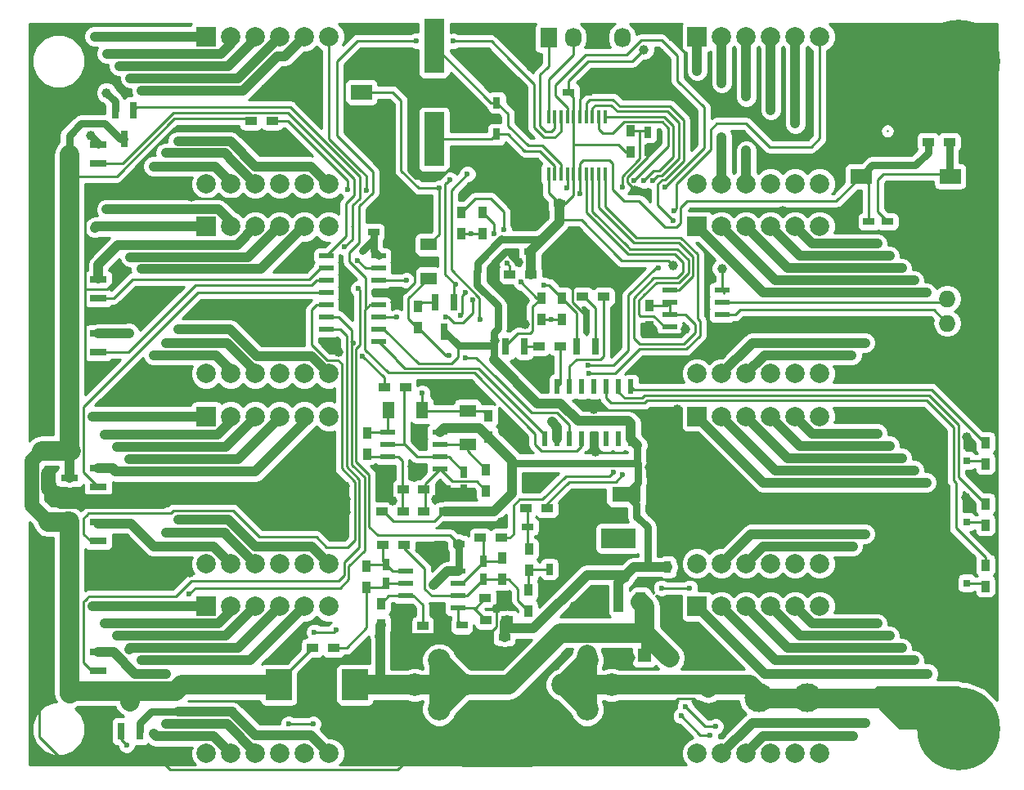
<source format=gbr>
From 7d34875369e4eaa71b397a0dbcc064ae5e5231bd Mon Sep 17 00:00:00 2001
From: jaseg <git@jaseg.net>
Date: Thu, 4 May 2017 13:47:53 +0200
Subject: Design mostly done

---
 hw/chibi/chibi_2024/gerbers/chibi_2024-F.Cu.gbr | 9913 +++++++++++++++++++++++
 1 file changed, 9913 insertions(+)
 create mode 100644 hw/chibi/chibi_2024/gerbers/chibi_2024-F.Cu.gbr

(limited to 'hw/chibi/chibi_2024/gerbers/chibi_2024-F.Cu.gbr')

diff --git a/hw/chibi/chibi_2024/gerbers/chibi_2024-F.Cu.gbr b/hw/chibi/chibi_2024/gerbers/chibi_2024-F.Cu.gbr
new file mode 100644
index 0000000..56b7bee
--- /dev/null
+++ b/hw/chibi/chibi_2024/gerbers/chibi_2024-F.Cu.gbr
@@ -0,0 +1,9913 @@
+G04 #@! TF.FileFunction,Copper,L1,Top,Signal*
+%FSLAX46Y46*%
+G04 Gerber Fmt 4.6, Leading zero omitted, Abs format (unit mm)*
+G04 Created by KiCad (PCBNEW 4.0.4-1.fc24-product) date Thu May  4 13:36:18 2017*
+%MOMM*%
+%LPD*%
+G01*
+G04 APERTURE LIST*
+%ADD10C,0.100000*%
+%ADD11R,0.900000X1.200000*%
+%ADD12R,2.999740X1.600200*%
+%ADD13R,2.100580X5.600700*%
+%ADD14R,1.699260X1.300480*%
+%ADD15R,1.300480X1.699260*%
+%ADD16R,2.700000X3.200000*%
+%ADD17R,1.200000X0.750000*%
+%ADD18R,0.750000X1.200000*%
+%ADD19R,0.797560X0.797560*%
+%ADD20C,2.349500*%
+%ADD21C,8.600000*%
+%ADD22C,0.700000*%
+%ADD23R,1.727200X1.727200*%
+%ADD24O,1.727200X1.727200*%
+%ADD25R,1.727200X2.032000*%
+%ADD26O,1.727200X2.032000*%
+%ADD27R,1.800860X0.800100*%
+%ADD28R,0.800100X1.800860*%
+%ADD29R,1.200000X0.900000*%
+%ADD30R,3.657600X2.032000*%
+%ADD31R,1.016000X2.032000*%
+%ADD32R,1.550000X0.600000*%
+%ADD33R,0.450000X1.450000*%
+%ADD34R,0.600000X1.500000*%
+%ADD35R,1.500000X0.600000*%
+%ADD36C,1.300000*%
+%ADD37R,1.300000X1.300000*%
+%ADD38R,1.397000X1.397000*%
+%ADD39C,1.397000*%
+%ADD40R,2.180000X1.600000*%
+%ADD41C,3.000000*%
+%ADD42R,2.032000X2.032000*%
+%ADD43C,2.000000*%
+%ADD44C,0.600000*%
+%ADD45C,1.000000*%
+%ADD46C,0.254000*%
+%ADD47C,0.800000*%
+%ADD48C,0.250000*%
+%ADD49C,0.500000*%
+%ADD50C,1.500000*%
+%ADD51C,1.000000*%
+%ADD52C,2.000000*%
+G04 APERTURE END LIST*
+D10*
+D11*
+X147955000Y-100500000D03*
+X147955000Y-102700000D03*
+D12*
+X110792260Y-93129100D03*
+X115191540Y-93129100D03*
+D13*
+X90881200Y-46662340D03*
+X90881200Y-56360060D03*
+D14*
+X90322400Y-70787260D03*
+X90322400Y-67287140D03*
+X94361000Y-87983060D03*
+X94361000Y-84482940D03*
+D15*
+X86133940Y-84455000D03*
+X89634060Y-84455000D03*
+D16*
+X82690000Y-112903000D03*
+X74790000Y-112903000D03*
+D17*
+X137805200Y-64884300D03*
+X135905200Y-64884300D03*
+X86522600Y-65989200D03*
+X84622600Y-65989200D03*
+X91506000Y-98298000D03*
+X93406000Y-98298000D03*
+X101920000Y-63042800D03*
+X103820000Y-63042800D03*
+X106690200Y-51460400D03*
+X104790200Y-51460400D03*
+X96255800Y-107975400D03*
+X98155800Y-107975400D03*
+X98872000Y-68046600D03*
+X100772000Y-68046600D03*
+D18*
+X115062000Y-98795800D03*
+X115062000Y-100695800D03*
+X113030000Y-55615800D03*
+X113030000Y-57515800D03*
+X97332800Y-57744400D03*
+X97332800Y-55844400D03*
+X97383600Y-50662800D03*
+X97383600Y-52562800D03*
+D17*
+X102486500Y-96520000D03*
+X100586500Y-96520000D03*
+D18*
+X102819200Y-99024400D03*
+X102819200Y-100924400D03*
+X96012000Y-100078500D03*
+X96012000Y-101978500D03*
+X85953600Y-100459500D03*
+X85953600Y-102359500D03*
+D17*
+X91861600Y-106743500D03*
+X93761600Y-106743500D03*
+D18*
+X93980000Y-90871000D03*
+X93980000Y-92771000D03*
+D19*
+X146050000Y-102349300D03*
+X146050000Y-100850700D03*
+X146050000Y-89649300D03*
+X146050000Y-88150700D03*
+X146050000Y-95999300D03*
+X146050000Y-94500700D03*
+D20*
+X93939360Y-112903000D03*
+X88859360Y-112903000D03*
+X104178100Y-112903000D03*
+X109258100Y-112903000D03*
+X91399360Y-115443000D03*
+X91399360Y-110363000D03*
+X106718100Y-115443000D03*
+X106718100Y-110363000D03*
+D21*
+X145161000Y-117475000D03*
+D22*
+X148386000Y-117475000D03*
+X147441419Y-119755419D03*
+X145161000Y-120700000D03*
+X142880581Y-119755419D03*
+X141936000Y-117475000D03*
+X142880581Y-115194581D03*
+X145161000Y-114250000D03*
+X147441419Y-115194581D03*
+D21*
+X145161000Y-48260000D03*
+D22*
+X148386000Y-48260000D03*
+X147441419Y-50540419D03*
+X145161000Y-51485000D03*
+X142880581Y-50540419D03*
+X141936000Y-48260000D03*
+X142880581Y-45979581D03*
+X145161000Y-45035000D03*
+X147441419Y-45979581D03*
+D23*
+X144018000Y-67818000D03*
+D24*
+X146558000Y-67818000D03*
+X144018000Y-70358000D03*
+X146558000Y-70358000D03*
+X144018000Y-72898000D03*
+X146558000Y-72898000D03*
+X144018000Y-75438000D03*
+X146558000Y-75438000D03*
+X144018000Y-77978000D03*
+X146558000Y-77978000D03*
+D25*
+X102743000Y-45847000D03*
+D26*
+X105283000Y-45847000D03*
+X107823000Y-45847000D03*
+X110363000Y-45847000D03*
+D27*
+X56111140Y-78420000D03*
+X56111140Y-76520000D03*
+X53108860Y-77470000D03*
+X56111140Y-92390000D03*
+X56111140Y-90490000D03*
+X53108860Y-91440000D03*
+D28*
+X58486000Y-117706140D03*
+X60386000Y-117706140D03*
+X59436000Y-114703860D03*
+D27*
+X56111140Y-72832000D03*
+X56111140Y-70932000D03*
+X53108860Y-71882000D03*
+X56111140Y-111440000D03*
+X56111140Y-109540000D03*
+X53108860Y-110490000D03*
+D28*
+X59751000Y-53362860D03*
+X57851000Y-53362860D03*
+X58801000Y-56365140D03*
+D27*
+X56111140Y-97978000D03*
+X56111140Y-96078000D03*
+X53108860Y-97028000D03*
+X56111140Y-58862000D03*
+X56111140Y-56962000D03*
+X53108860Y-57912000D03*
+D28*
+X92898000Y-73276460D03*
+X90998000Y-73276460D03*
+X91948000Y-76278740D03*
+X105679200Y-77853540D03*
+X107579200Y-77853540D03*
+X106629200Y-74851260D03*
+X98313200Y-77802740D03*
+X100213200Y-77802740D03*
+X99263200Y-74800460D03*
+D29*
+X74112300Y-54457600D03*
+X71912300Y-54457600D03*
+X144229000Y-56642000D03*
+X142029000Y-56642000D03*
+D11*
+X111201200Y-57665800D03*
+X111201200Y-55465800D03*
+X113157000Y-73576000D03*
+X113157000Y-75776000D03*
+D29*
+X98722000Y-70358000D03*
+X100922000Y-70358000D03*
+X102573000Y-94615000D03*
+X100373000Y-94615000D03*
+D11*
+X100711000Y-98849000D03*
+X100711000Y-101049000D03*
+X100647500Y-105240000D03*
+X100647500Y-103040000D03*
+D29*
+X95674000Y-97663000D03*
+X97874000Y-97663000D03*
+X87495200Y-106794300D03*
+X89695200Y-106794300D03*
+D11*
+X97917000Y-99801500D03*
+X97917000Y-102001500D03*
+X85394800Y-104475100D03*
+X85394800Y-106675100D03*
+D29*
+X87764800Y-98399600D03*
+X85564800Y-98399600D03*
+X80475000Y-109093000D03*
+X78275000Y-109093000D03*
+D11*
+X83921600Y-100601600D03*
+X83921600Y-102801600D03*
+D29*
+X98445500Y-106172000D03*
+X96245500Y-106172000D03*
+X96182000Y-103949500D03*
+X98382000Y-103949500D03*
+D11*
+X89204800Y-73677600D03*
+X89204800Y-75877600D03*
+X96520000Y-87206000D03*
+X96520000Y-85006000D03*
+X83947000Y-88984000D03*
+X83947000Y-86784000D03*
+X147955000Y-87800000D03*
+X147955000Y-90000000D03*
+X147955000Y-94150000D03*
+X147955000Y-96350000D03*
+X104140000Y-72814000D03*
+X104140000Y-75014000D03*
+X101981000Y-72814000D03*
+X101981000Y-75014000D03*
+X95885000Y-63924000D03*
+X95885000Y-66124000D03*
+X93726000Y-63924000D03*
+X93726000Y-66124000D03*
+D30*
+X109982000Y-97739200D03*
+D31*
+X109982000Y-104343200D03*
+X112268000Y-104343200D03*
+X107696000Y-104343200D03*
+D32*
+X115283000Y-72009000D03*
+X115283000Y-73279000D03*
+X115283000Y-74549000D03*
+X115283000Y-75819000D03*
+X120683000Y-75819000D03*
+X120683000Y-74549000D03*
+X120683000Y-73279000D03*
+X120683000Y-72009000D03*
+D33*
+X102739000Y-59973000D03*
+X103389000Y-59973000D03*
+X104039000Y-59973000D03*
+X104689000Y-59973000D03*
+X105339000Y-59973000D03*
+X105989000Y-59973000D03*
+X106639000Y-59973000D03*
+X107289000Y-59973000D03*
+X107939000Y-59973000D03*
+X108589000Y-59973000D03*
+X108589000Y-54073000D03*
+X107939000Y-54073000D03*
+X107289000Y-54073000D03*
+X106639000Y-54073000D03*
+X105989000Y-54073000D03*
+X105339000Y-54073000D03*
+X104689000Y-54073000D03*
+X104039000Y-54073000D03*
+X103389000Y-54073000D03*
+X102739000Y-54073000D03*
+D32*
+X87927200Y-101130100D03*
+X87927200Y-102400100D03*
+X87927200Y-103670100D03*
+X87927200Y-104940100D03*
+X93327200Y-104940100D03*
+X93327200Y-103670100D03*
+X93327200Y-102400100D03*
+X93327200Y-101130100D03*
+D34*
+X111252000Y-82009000D03*
+X109982000Y-82009000D03*
+X108712000Y-82009000D03*
+X107442000Y-82009000D03*
+X106172000Y-82009000D03*
+X104902000Y-82009000D03*
+X103632000Y-82009000D03*
+X102362000Y-82009000D03*
+X102362000Y-87409000D03*
+X103632000Y-87409000D03*
+X104902000Y-87409000D03*
+X106172000Y-87409000D03*
+X107442000Y-87409000D03*
+X108712000Y-87409000D03*
+X109982000Y-87409000D03*
+X111252000Y-87409000D03*
+D32*
+X86073000Y-86741000D03*
+X86073000Y-88011000D03*
+X86073000Y-89281000D03*
+X86073000Y-90551000D03*
+X91473000Y-90551000D03*
+X91473000Y-89281000D03*
+X91473000Y-88011000D03*
+X91473000Y-86741000D03*
+D35*
+X79723000Y-68453000D03*
+X79723000Y-69723000D03*
+X79723000Y-70993000D03*
+X79723000Y-72263000D03*
+X79723000Y-73533000D03*
+X79723000Y-74803000D03*
+X79723000Y-76073000D03*
+X79723000Y-77343000D03*
+X85123000Y-77343000D03*
+X85123000Y-76073000D03*
+X85123000Y-74803000D03*
+X85123000Y-73533000D03*
+X85123000Y-72263000D03*
+X85123000Y-70993000D03*
+X85123000Y-69723000D03*
+X85123000Y-68453000D03*
+D11*
+X96266000Y-92794000D03*
+X96266000Y-90594000D03*
+D29*
+X89832000Y-94932500D03*
+X92032000Y-94932500D03*
+X92032000Y-92646500D03*
+X89832000Y-92646500D03*
+X87714000Y-94932500D03*
+X85514000Y-94932500D03*
+X85514000Y-92646500D03*
+X87714000Y-92646500D03*
+X87904500Y-82042000D03*
+X85704500Y-82042000D03*
+X106240400Y-72694800D03*
+X108440400Y-72694800D03*
+X101719200Y-77825600D03*
+X103919200Y-77825600D03*
+D10*
+G36*
+X119601777Y-112400734D02*
+X120099266Y-113601777D01*
+X118898223Y-114099266D01*
+X118400734Y-112898223D01*
+X119601777Y-112400734D01*
+X119601777Y-112400734D01*
+G37*
+D36*
+X114630602Y-115163417D03*
+D37*
+X50927000Y-96012000D03*
+D36*
+X50927000Y-91012000D03*
+D38*
+X112649000Y-109855000D03*
+D39*
+X112649000Y-117475000D03*
+D40*
+X144302430Y-60200320D03*
+X135097570Y-60195680D03*
+X83367830Y-51475420D03*
+X74162970Y-51470780D03*
+D41*
+X124500000Y-114250000D03*
+X129500000Y-114250000D03*
+X124500000Y-94500000D03*
+X129500000Y-94500000D03*
+D42*
+X67310000Y-45720000D03*
+D43*
+X69850000Y-45720000D03*
+X72390000Y-45720000D03*
+X74930000Y-45720000D03*
+X77470000Y-45720000D03*
+X80010000Y-45720000D03*
+X74930000Y-60960000D03*
+X77470000Y-60960000D03*
+X67310000Y-60960000D03*
+X69850000Y-60960000D03*
+X80010000Y-60960000D03*
+X72390000Y-60960000D03*
+D42*
+X118110000Y-65405000D03*
+D43*
+X120650000Y-65405000D03*
+X123190000Y-65405000D03*
+X125730000Y-65405000D03*
+X128270000Y-65405000D03*
+X130810000Y-65405000D03*
+X125730000Y-80645000D03*
+X128270000Y-80645000D03*
+X118110000Y-80645000D03*
+X120650000Y-80645000D03*
+X130810000Y-80645000D03*
+X123190000Y-80645000D03*
+D42*
+X118110000Y-104775000D03*
+D43*
+X120650000Y-104775000D03*
+X123190000Y-104775000D03*
+X125730000Y-104775000D03*
+X128270000Y-104775000D03*
+X130810000Y-104775000D03*
+X125730000Y-120015000D03*
+X128270000Y-120015000D03*
+X118110000Y-120015000D03*
+X120650000Y-120015000D03*
+X130810000Y-120015000D03*
+X123190000Y-120015000D03*
+D42*
+X67310000Y-85090000D03*
+D43*
+X69850000Y-85090000D03*
+X72390000Y-85090000D03*
+X74930000Y-85090000D03*
+X77470000Y-85090000D03*
+X80010000Y-85090000D03*
+X74930000Y-100330000D03*
+X77470000Y-100330000D03*
+X67310000Y-100330000D03*
+X69850000Y-100330000D03*
+X80010000Y-100330000D03*
+X72390000Y-100330000D03*
+D42*
+X67310000Y-65405000D03*
+D43*
+X69850000Y-65405000D03*
+X72390000Y-65405000D03*
+X74930000Y-65405000D03*
+X77470000Y-65405000D03*
+X80010000Y-65405000D03*
+X74930000Y-80645000D03*
+X77470000Y-80645000D03*
+X67310000Y-80645000D03*
+X69850000Y-80645000D03*
+X80010000Y-80645000D03*
+X72390000Y-80645000D03*
+D42*
+X67310000Y-104775000D03*
+D43*
+X69850000Y-104775000D03*
+X72390000Y-104775000D03*
+X74930000Y-104775000D03*
+X77470000Y-104775000D03*
+X80010000Y-104775000D03*
+X74930000Y-120015000D03*
+X77470000Y-120015000D03*
+X67310000Y-120015000D03*
+X69850000Y-120015000D03*
+X80010000Y-120015000D03*
+X72390000Y-120015000D03*
+D42*
+X118110000Y-85090000D03*
+D43*
+X120650000Y-85090000D03*
+X123190000Y-85090000D03*
+X125730000Y-85090000D03*
+X128270000Y-85090000D03*
+X130810000Y-85090000D03*
+X125730000Y-100330000D03*
+X128270000Y-100330000D03*
+X118110000Y-100330000D03*
+X120650000Y-100330000D03*
+X130810000Y-100330000D03*
+X123190000Y-100330000D03*
+D42*
+X118110000Y-45720000D03*
+D43*
+X120650000Y-45720000D03*
+X123190000Y-45720000D03*
+X125730000Y-45720000D03*
+X128270000Y-45720000D03*
+X130810000Y-45720000D03*
+X125730000Y-60960000D03*
+X128270000Y-60960000D03*
+X118110000Y-60960000D03*
+X120650000Y-60960000D03*
+X130810000Y-60960000D03*
+X123190000Y-60960000D03*
+D44*
+X81927700Y-61544200D03*
+X105994200Y-62014100D03*
+D45*
+X119634000Y-109474000D03*
+X120396000Y-115570000D03*
+X74993500Y-109474000D03*
+X63309500Y-120713500D03*
+X50038000Y-103632000D03*
+X50038000Y-106426000D03*
+X50038000Y-109220000D03*
+X50038000Y-78486000D03*
+X50038000Y-81026000D03*
+X50038000Y-83312000D03*
+X50038000Y-85598000D03*
+X50038000Y-101346000D03*
+X119278400Y-95237300D03*
+X117983000Y-98171000D03*
+X130429000Y-102489000D03*
+X85852000Y-45085000D03*
+X97917000Y-45593000D03*
+X115570000Y-45720000D03*
+X145923000Y-93472000D03*
+X146050000Y-87249000D03*
+X111188500Y-110109000D03*
+X88646000Y-90297000D03*
+X89281000Y-86931500D03*
+X101917500Y-91757500D03*
+X98742500Y-86614000D03*
+X97853500Y-96075500D03*
+X93345000Y-82296000D03*
+X77343000Y-68199000D03*
+D44*
+X81534000Y-70548500D03*
+D45*
+X65786000Y-62357000D03*
+X68453000Y-82804000D03*
+X72390000Y-74549000D03*
+X68529200Y-93116400D03*
+X65595500Y-101282500D03*
+X127000000Y-63754000D03*
+X127762000Y-75742800D03*
+X111620300Y-61620400D03*
+X78486000Y-47739300D03*
+X113157000Y-90360500D03*
+X119240300Y-91922600D03*
+X119202200Y-93649800D03*
+X143332200Y-98463100D03*
+X143332200Y-96672400D03*
+X143243300Y-93408500D03*
+X143306800Y-94970600D03*
+X113322100Y-95059500D03*
+X113360200Y-93129100D03*
+X113385600Y-91414600D03*
+X119024400Y-90119200D03*
+X106603800Y-93878400D03*
+X107772200Y-94818200D03*
+X116890800Y-76034900D03*
+X107556300Y-88773000D03*
+X100266500Y-75514200D03*
+X88112600Y-47675800D03*
+X107442000Y-84353400D03*
+X116027200Y-84328000D03*
+X81000600Y-78384400D03*
+X86817200Y-73228200D03*
+X76073000Y-95351600D03*
+X76098400Y-93929200D03*
+X75996800Y-92481400D03*
+X81737200Y-94996000D03*
+X81711800Y-92329000D03*
+X81762600Y-93624400D03*
+X114249200Y-47396400D03*
+X95656400Y-47675800D03*
+X86766400Y-63779400D03*
+X99593400Y-69113400D03*
+X101981000Y-64262000D03*
+X105841800Y-71170800D03*
+X102336600Y-80391000D03*
+X86563200Y-93853000D03*
+X91059000Y-93675200D03*
+X91236800Y-100076000D03*
+X97330798Y-105005602D03*
+X105359200Y-104749600D03*
+X102463600Y-103378000D03*
+X116255800Y-79451200D03*
+D44*
+X85242400Y-107899200D03*
+X90805000Y-102565200D03*
+X83489800Y-67894200D03*
+X83058000Y-71856600D03*
+D45*
+X120700800Y-69773800D03*
+X97205800Y-77241400D03*
+X115646200Y-69469000D03*
+X112623600Y-47066200D03*
+X103073200Y-85623400D03*
+X105816400Y-85572600D03*
+D44*
+X110350300Y-61290200D03*
+X104597200Y-61366400D03*
+X91414600Y-61442600D03*
+X92456000Y-78740000D03*
+X89662000Y-82677000D03*
+X114427000Y-102870000D03*
+X117348000Y-102870000D03*
+X116459000Y-116128800D03*
+X119430800Y-118110000D03*
+X116865400Y-115163600D03*
+X120015000Y-117221000D03*
+X115697000Y-63792100D03*
+D45*
+X55372000Y-56007000D03*
+X141859000Y-91948000D03*
+X141859000Y-72263000D03*
+X141986000Y-111760000D03*
+X118110000Y-49276000D03*
+X55499000Y-104775000D03*
+X55499000Y-85090000D03*
+X55753000Y-65532000D03*
+X55753000Y-45720000D03*
+X56953002Y-51562000D03*
+X56769000Y-86995000D03*
+X56953002Y-63627000D03*
+X57023000Y-47498000D03*
+X140589000Y-90678000D03*
+X140589000Y-70993000D03*
+X140589000Y-110363000D03*
+X120650000Y-50546000D03*
+X56769000Y-106553000D03*
+X58039000Y-88265000D03*
+X58166000Y-67310000D03*
+X139319000Y-89408000D03*
+X139319000Y-69723000D03*
+X139319000Y-109093000D03*
+X123190000Y-51943000D03*
+X58039000Y-107823000D03*
+X58293000Y-48768000D03*
+X59309000Y-89535000D03*
+X59309000Y-76454000D03*
+X138049000Y-88138000D03*
+X138049000Y-68453000D03*
+X138049000Y-107823000D03*
+X125730000Y-53340000D03*
+X59436000Y-50038000D03*
+X59309000Y-109220000D03*
+X59436000Y-68580000D03*
+X136779000Y-86868000D03*
+X136779000Y-67183000D03*
+X136779000Y-106553000D03*
+X128270000Y-54737000D03*
+X60579000Y-110363000D03*
+X60579000Y-90805000D03*
+X60636002Y-51308000D03*
+X60579000Y-69780002D03*
+D44*
+X83858100Y-61633100D03*
+D45*
+X61849000Y-98552000D03*
+X61849000Y-117983000D03*
+X61849000Y-59182000D03*
+X61849000Y-78740000D03*
+X135509000Y-97282000D03*
+X135509000Y-77470000D03*
+X135509000Y-116840000D03*
+X120650000Y-56134000D03*
+X64389000Y-115697000D03*
+X64389000Y-95758000D03*
+X64389000Y-76073000D03*
+X64389000Y-56584998D03*
+X63119000Y-97155000D03*
+X63119000Y-57785000D03*
+X63119000Y-77470000D03*
+X63119000Y-111760000D03*
+X134239000Y-98552000D03*
+X134112000Y-78740000D03*
+X134239000Y-118237000D03*
+X123190000Y-57531000D03*
+X63119000Y-116967000D03*
+D44*
+X78486000Y-107442000D03*
+X80772000Y-107188000D03*
+X75819000Y-116967000D03*
+X78359000Y-116967000D03*
+X59055000Y-119126000D03*
+X82524600Y-77470000D03*
+X65532000Y-103505000D03*
+X83439000Y-78816200D03*
+X81635600Y-67513200D03*
+X82956400Y-68910200D03*
+X98412300Y-69227700D03*
+X92506800Y-60553600D03*
+X111607600Y-60604400D03*
+X93116400Y-71424800D03*
+X106819700Y-79819500D03*
+X110401100Y-91135200D03*
+X115620800Y-64757300D03*
+X114096800Y-69697600D03*
+X106883200Y-80645000D03*
+X109423200Y-90893900D03*
+X102997000Y-75057000D03*
+X102235000Y-71462900D03*
+X97104200Y-66167000D03*
+X94742000Y-66167000D03*
+X99898200Y-71183500D03*
+X98107500Y-65760600D03*
+X112598200Y-60629800D03*
+X93624400Y-74574400D03*
+X94132400Y-72263000D03*
+X86995000Y-74803000D03*
+X94157800Y-78994000D03*
+X113487200Y-60629800D03*
+X94335600Y-59969400D03*
+X95656400Y-75006200D03*
+X94869000Y-73025000D03*
+X92100400Y-74777600D03*
+X114757200Y-61290200D03*
+X89027000Y-46151800D03*
+X92862400Y-46202600D03*
+X88011000Y-70993000D03*
+D46*
+X137802800Y-55511700D02*
+X137805200Y-55514100D01*
+X137805200Y-64884300D02*
+X136779000Y-63858100D01*
+X137414000Y-59944000D02*
+X144046110Y-59944000D01*
+X136779000Y-60579000D02*
+X137414000Y-59944000D01*
+X136779000Y-63858100D02*
+X136779000Y-60579000D01*
+X144046110Y-59944000D02*
+X144302430Y-60200320D01*
+D47*
+X144229000Y-56642000D02*
+X144229000Y-60126890D01*
+X144229000Y-60126890D02*
+X144302430Y-60200320D01*
+D46*
+X144302430Y-60200320D02*
+X144190450Y-60312300D01*
+D47*
+X142029000Y-56642000D02*
+X142029000Y-57742000D01*
+X136238250Y-59055000D02*
+X135097570Y-60195680D01*
+X140716000Y-59055000D02*
+X136238250Y-59055000D01*
+X142029000Y-57742000D02*
+X140716000Y-59055000D01*
+D46*
+X74112300Y-54457600D02*
+X75768200Y-54457600D01*
+X81927700Y-60617100D02*
+X81927700Y-61544200D01*
+X75768200Y-54457600D02*
+X81927700Y-60617100D01*
+X105989000Y-59973000D02*
+X105994200Y-59978200D01*
+X105994200Y-59978200D02*
+X105994200Y-62014100D01*
+X111226600Y-62750700D02*
+X110540800Y-62750700D01*
+X105989000Y-58857000D02*
+X105989000Y-59973000D01*
+X106311700Y-58534300D02*
+X105989000Y-58857000D01*
+X109042200Y-58534300D02*
+X106311700Y-58534300D01*
+X109372400Y-58864500D02*
+X109042200Y-58534300D01*
+X109372400Y-61582300D02*
+X109372400Y-58864500D01*
+X110540800Y-62750700D02*
+X109372400Y-61582300D01*
+X117106700Y-62776100D02*
+X116433600Y-63449200D01*
+X112090200Y-62750700D02*
+X111226600Y-62750700D01*
+X114795300Y-65455800D02*
+X112090200Y-62750700D01*
+X115989100Y-65455800D02*
+X114795300Y-65455800D01*
+X116433600Y-65011300D02*
+X115989100Y-65455800D01*
+X116433600Y-63449200D02*
+X116433600Y-65011300D01*
+X135097570Y-60195680D02*
+X132517150Y-62776100D01*
+X132517150Y-62776100D02*
+X117106700Y-62776100D01*
+X117106700Y-62776100D02*
+X117094000Y-62776100D01*
+X135097570Y-60195680D02*
+X135602800Y-59690450D01*
+X135905200Y-64884300D02*
+X135905200Y-61003310D01*
+X135905200Y-61003310D02*
+X135097570Y-60195680D01*
+D48*
+X117750000Y-114300000D02*
+X119020000Y-115570000D01*
+X119020000Y-115570000D02*
+X120396000Y-115570000D01*
+D46*
+X100914200Y-121285000D02*
+X102870000Y-119329200D01*
+X93853000Y-121285000D02*
+X100914200Y-121285000D01*
+X92837000Y-120269000D02*
+X93853000Y-121285000D01*
+X88582500Y-120269000D02*
+X92837000Y-120269000D01*
+X87122000Y-121729500D02*
+X88582500Y-120269000D01*
+X63563500Y-121729500D02*
+X87122000Y-121729500D01*
+X62674500Y-120840500D02*
+X63563500Y-121729500D01*
+X57658000Y-120840500D02*
+X62674500Y-120840500D01*
+X115290600Y-115109000D02*
+X116099600Y-114300000D01*
+X116099600Y-114300000D02*
+X117750000Y-114300000D01*
+D47*
+X102870000Y-119329200D02*
+X102920800Y-119380000D01*
+X102920800Y-119380000D02*
+X111019600Y-119380000D01*
+X111019600Y-119380000D02*
+X115290600Y-115109000D01*
+X63182500Y-120840500D02*
+X63309500Y-120713500D01*
+X63182500Y-120840500D02*
+X57658000Y-120840500D01*
+D46*
+X50038000Y-109220000D02*
+X49974500Y-109283500D01*
+X50038000Y-106426000D02*
+X50038000Y-109220000D01*
+X50038000Y-102362000D02*
+X50038000Y-101346000D01*
+X50038000Y-78486000D02*
+X50038000Y-81026000D01*
+X50038000Y-85598000D02*
+X50038000Y-83312000D01*
+X50038000Y-102362000D02*
+X50038000Y-103632000D01*
+X52514500Y-120840500D02*
+X57658000Y-120840500D01*
+X49974500Y-118300500D02*
+X52514500Y-120840500D01*
+X49974500Y-109283500D02*
+X49974500Y-118300500D01*
+X129500000Y-94500000D02*
+X124500000Y-94500000D01*
+X124500000Y-94500000D02*
+X125000000Y-95000000D01*
+X125000000Y-95000000D02*
+X127000000Y-95000000D01*
+X127000000Y-95000000D02*
+X127000000Y-94970600D01*
+X65786000Y-62357000D02*
+X65913000Y-62484000D01*
+X70104000Y-62484000D02*
+X70612000Y-62992000D01*
+X65913000Y-62484000D02*
+X70104000Y-62484000D01*
+X119278400Y-95237300D02*
+X117983000Y-96532700D01*
+X117983000Y-96532700D02*
+X117983000Y-98171000D01*
+X143332200Y-98463100D02*
+X139306300Y-102489000D01*
+X139306300Y-102489000D02*
+X130429000Y-102489000D01*
+X59944000Y-62420500D02*
+X59944000Y-59309000D01*
+X71882000Y-56769000D02*
+X75184000Y-56769000D01*
+X70358000Y-55245000D02*
+X71882000Y-56769000D01*
+X64008000Y-55245000D02*
+X70358000Y-55245000D01*
+X59944000Y-59309000D02*
+X64008000Y-55245000D01*
+D47*
+X146050000Y-94500700D02*
+X146050000Y-93599000D01*
+X146050000Y-93599000D02*
+X145923000Y-93472000D01*
+X146050000Y-88150700D02*
+X146050000Y-87249000D01*
+X98742500Y-86614000D02*
+X98615500Y-86614000D01*
+X97853500Y-96075500D02*
+X97790000Y-96075500D01*
+D46*
+X55213250Y-63150750D02*
+X55943500Y-62420500D01*
+X60452000Y-62230000D02*
+X65659000Y-62230000D01*
+X65659000Y-62230000D02*
+X65786000Y-62357000D01*
+X60261500Y-62420500D02*
+X60452000Y-62230000D01*
+X55943500Y-62420500D02*
+X59944000Y-62420500D01*
+X59944000Y-62420500D02*
+X60261500Y-62420500D01*
+X146558000Y-54864000D02*
+X139890500Y-54864000D01*
+X136652000Y-54356000D02*
+X136652000Y-57404000D01*
+X139382500Y-54356000D02*
+X136652000Y-54356000D01*
+X139890500Y-54864000D02*
+X139382500Y-54356000D01*
+X54737000Y-71882000D02*
+X57023000Y-71882000D01*
+X58420000Y-70485000D02*
+X58420000Y-70104000D01*
+X57023000Y-71882000D02*
+X58420000Y-70485000D01*
+X54737000Y-67564000D02*
+X55880000Y-67564000D01*
+X54737000Y-74676000D02*
+X54864000Y-74549000D01*
+X54864000Y-74549000D02*
+X58928000Y-74549000D01*
+X55245000Y-63119000D02*
+X55213250Y-63150750D01*
+X55213250Y-63150750D02*
+X54737000Y-63627000D01*
+X54737000Y-80264000D02*
+X55118000Y-80645000D01*
+X54737000Y-63627000D02*
+X54737000Y-67564000D01*
+X54737000Y-67564000D02*
+X54737000Y-71882000D01*
+X54737000Y-71882000D02*
+X54737000Y-74676000D01*
+X54737000Y-74676000D02*
+X54737000Y-80264000D01*
+X63881000Y-101282500D02*
+X63436500Y-100838000D01*
+X65595500Y-101282500D02*
+X63881000Y-101282500D01*
+X144018000Y-67818000D02*
+X142240000Y-66040000D01*
+X131826000Y-63754000D02*
+X127000000Y-63754000D01*
+X133604000Y-65532000D02*
+X131826000Y-63754000D01*
+X133604000Y-66040000D02*
+X133604000Y-65532000D01*
+X134620000Y-66040000D02*
+X133604000Y-66040000D01*
+X142240000Y-66040000D02*
+X134620000Y-66040000D01*
+X110883700Y-60807600D02*
+X111620300Y-61544200D01*
+X111620300Y-61544200D02*
+X111620300Y-61620400D01*
+D47*
+X74162970Y-51470780D02*
+X74754520Y-51470780D01*
+X74754520Y-51470780D02*
+X78486000Y-47739300D01*
+X113385600Y-91414600D02*
+X113157000Y-91186000D01*
+X113157000Y-91186000D02*
+X113157000Y-90360500D01*
+X119278400Y-95237300D02*
+X119545100Y-94970600D01*
+D46*
+X118033800Y-93129100D02*
+X119240300Y-91922600D01*
+X119202200Y-93649800D02*
+X119278400Y-93726000D01*
+X119278400Y-93726000D02*
+X119278400Y-95237300D01*
+X115191540Y-93129100D02*
+X118033800Y-93129100D01*
+D47*
+X143332200Y-98488500D02*
+X143383000Y-98539300D01*
+X143332200Y-98463100D02*
+X143332200Y-98488500D01*
+X143243300Y-96583500D02*
+X143332200Y-96672400D01*
+X143243300Y-93408500D02*
+X143243300Y-96583500D01*
+X119545100Y-94970600D02*
+X127000000Y-94970600D01*
+X127000000Y-94970600D02*
+X143306800Y-94970600D01*
+D46*
+X115191540Y-93129100D02*
+X115100100Y-93129100D01*
+X115100100Y-93129100D02*
+X113385600Y-91414600D01*
+X113322100Y-93167200D02*
+X113322100Y-95059500D01*
+X113360200Y-93129100D02*
+X113322100Y-93167200D01*
+X119024400Y-90119200D02*
+X118201440Y-90119200D01*
+X116027200Y-87122000D02*
+X119024400Y-90119200D01*
+X116027200Y-84328000D02*
+X116027200Y-87122000D01*
+X118201440Y-90119200D02*
+X115191540Y-93129100D01*
+X115062000Y-98795800D02*
+X115062000Y-93258640D01*
+X115062000Y-93258640D02*
+X115191540Y-93129100D01*
+X102486500Y-96520000D02*
+X106070400Y-96520000D01*
+D47*
+X107543600Y-94818200D02*
+X107772200Y-94818200D01*
+X106603800Y-93878400D02*
+X107543600Y-94818200D01*
+D46*
+X106070400Y-96520000D02*
+X107772200Y-94818200D01*
+X113030000Y-57515800D02*
+X113030000Y-58191400D01*
+X110883700Y-60337700D02*
+X110883700Y-60807600D01*
+X113030000Y-58191400D02*
+X110883700Y-60337700D01*
+X113927800Y-76546800D02*
+X116378900Y-76546800D01*
+X116378900Y-76546800D02*
+X116890800Y-76034900D01*
+X107442000Y-87409000D02*
+X107442000Y-88658700D01*
+X107442000Y-88658700D02*
+X107556300Y-88773000D01*
+D47*
+X98872000Y-68046600D02*
+X98247200Y-68046600D01*
+X99263200Y-73533000D02*
+X99263200Y-74800460D01*
+X97091500Y-71361300D02*
+X99263200Y-73533000D01*
+X97091500Y-69202300D02*
+X97091500Y-71361300D01*
+X98247200Y-68046600D02*
+X97091500Y-69202300D01*
+X100266500Y-75514200D02*
+X99552760Y-74800460D01*
+X99552760Y-74800460D02*
+X99263200Y-74800460D01*
+D46*
+X97332800Y-57744400D02*
+X94147600Y-57744400D01*
+X88188800Y-47752000D02*
+X88112600Y-47675800D01*
+X88188800Y-59639200D02*
+X88188800Y-47752000D01*
+X88950800Y-60401200D02*
+X88188800Y-59639200D01*
+X91490800Y-60401200D02*
+X88950800Y-60401200D01*
+X94147600Y-57744400D02*
+X91490800Y-60401200D01*
+X116027200Y-84328000D02*
+X115951000Y-84404200D01*
+X115951000Y-84404200D02*
+X107492800Y-84404200D01*
+X107492800Y-84404200D02*
+X107442000Y-84353400D01*
+D49*
+X145161000Y-48260000D02*
+X146558000Y-49657000D01*
+X146558000Y-49657000D02*
+X146558000Y-54864000D01*
+X146558000Y-54864000D02*
+X146558000Y-67818000D01*
+X146735800Y-78155800D02*
+X146558000Y-77978000D01*
+X144018000Y-67818000D02*
+X146558000Y-67818000D01*
+X146558000Y-67818000D02*
+X146558000Y-70358000D01*
+X146558000Y-70358000D02*
+X144018000Y-70358000D01*
+X144018000Y-70358000D02*
+X146558000Y-70358000D01*
+X146558000Y-70358000D02*
+X146558000Y-72898000D01*
+X146558000Y-72898000D02*
+X146558000Y-76022200D01*
+X146558000Y-76022200D02*
+X146558000Y-75438000D01*
+X146558000Y-75438000D02*
+X146558000Y-77978000D01*
+X146558000Y-77978000D02*
+X144018000Y-77978000D01*
+X120683000Y-75819000D02*
+X120759200Y-75742800D01*
+X120759200Y-75742800D02*
+X127762000Y-75742800D01*
+X127762000Y-75742800D02*
+X141782800Y-75742800D01*
+X141782800Y-75742800D02*
+X144018000Y-77978000D01*
+D46*
+X79959200Y-77343000D02*
+X81000600Y-78384400D01*
+X86766400Y-73177400D02*
+X86766400Y-72263000D01*
+X86817200Y-73228200D02*
+X86766400Y-73177400D01*
+X79723000Y-77343000D02*
+X79959200Y-77343000D01*
+X68529200Y-93116400D02*
+X75285600Y-93116400D01*
+D50*
+X50927000Y-92532200D02*
+X52298600Y-93903800D01*
+X52298600Y-93903800D02*
+X62738000Y-93903800D01*
+X62738000Y-93903800D02*
+X63525400Y-93116400D01*
+X63525400Y-93116400D02*
+X68529200Y-93116400D01*
+X50927000Y-91012000D02*
+X50927000Y-92532200D01*
+D46*
+X75285600Y-93116400D02*
+X76098400Y-93929200D01*
+D47*
+X76098400Y-93929200D02*
+X76098400Y-95326200D01*
+X76098400Y-95326200D02*
+X76073000Y-95351600D01*
+X81762600Y-93624400D02*
+X81457800Y-93929200D01*
+X81457800Y-93929200D02*
+X76098400Y-93929200D01*
+X75996800Y-92481400D02*
+X76022200Y-92506800D01*
+X81762600Y-93624400D02*
+X81762600Y-94970600D01*
+X81762600Y-94970600D02*
+X81737200Y-94996000D01*
+D46*
+X106690200Y-51460400D02*
+X107137200Y-51460400D01*
+X107137200Y-51460400D02*
+X108305600Y-50292000D01*
+X111353600Y-50292000D02*
+X114249200Y-47396400D01*
+X108305600Y-50292000D02*
+X111353600Y-50292000D01*
+X97383600Y-50662800D02*
+X97383600Y-49403000D01*
+X97383600Y-49403000D02*
+X95656400Y-47675800D01*
+D47*
+X86522600Y-64023200D02*
+X86766400Y-63779400D01*
+X86522600Y-65989200D02*
+X86522600Y-64023200D01*
+X98872000Y-68392000D02*
+X99593400Y-69113400D01*
+X101920000Y-64201000D02*
+X101981000Y-64262000D01*
+X101920000Y-64201000D02*
+X101920000Y-63042800D01*
+D46*
+X97332800Y-57744400D02*
+X97332800Y-58267600D01*
+X97332800Y-58267600D02*
+X101920000Y-62854800D01*
+X101920000Y-62854800D02*
+X101920000Y-63042800D01*
+X106629200Y-74851260D02*
+X106629200Y-74663972D01*
+X106629200Y-74663972D02*
+X105206800Y-73241572D01*
+X105206800Y-71805800D02*
+X105841800Y-71170800D01*
+X105206800Y-73241572D02*
+X105206800Y-71805800D01*
+X102362000Y-80416400D02*
+X102362000Y-82009000D01*
+X102336600Y-80391000D02*
+X102362000Y-80416400D01*
+X85514000Y-92646500D02*
+X85514000Y-92803800D01*
+X85514000Y-92803800D02*
+X86563200Y-93853000D01*
+X92032000Y-92646500D02*
+X92032000Y-92702200D01*
+X92032000Y-92702200D02*
+X91059000Y-93675200D01*
+X91506000Y-98298000D02*
+X91506000Y-99806800D01*
+X91506000Y-99806800D02*
+X91236800Y-100076000D01*
+X98382000Y-103949500D02*
+X98382000Y-103954400D01*
+X98382000Y-103954400D02*
+X97330798Y-105005602D01*
+X107696000Y-104343200D02*
+X105765600Y-104343200D01*
+X105765600Y-104343200D02*
+X105359200Y-104749600D01*
+X103342400Y-99024400D02*
+X102819200Y-99024400D01*
+X103911400Y-99593400D02*
+X103342400Y-99024400D01*
+X103911400Y-101930200D02*
+X103911400Y-99593400D01*
+X102463600Y-103378000D02*
+X103911400Y-101930200D01*
+X102819200Y-99024400D02*
+X102819200Y-96852700D01*
+X102819200Y-96852700D02*
+X102486500Y-96520000D01*
+X113157000Y-75776000D02*
+X113927800Y-76546800D01*
+X120683000Y-77411600D02*
+X120683000Y-75819000D01*
+X119126000Y-78968600D02*
+X120683000Y-77411600D01*
+X116738400Y-78968600D02*
+X119126000Y-78968600D01*
+X116255800Y-79451200D02*
+X116738400Y-78968600D01*
+X85123000Y-72263000D02*
+X86766400Y-72263000D01*
+X86766400Y-72263000D02*
+X87782400Y-72263000D01*
+X87782400Y-72263000D02*
+X87833200Y-72263000D01*
+X87833200Y-72263000D02*
+X88900000Y-71196200D01*
+X88900000Y-71196200D02*
+X88900000Y-68366600D01*
+X88900000Y-68366600D02*
+X86522600Y-65989200D01*
+D47*
+X98872000Y-68046600D02*
+X98872000Y-68392000D01*
+D48*
+X91861600Y-106743500D02*
+X93093500Y-107975400D01*
+X93093500Y-107975400D02*
+X96255800Y-107975400D01*
+X87495200Y-106794300D02*
+X88346100Y-107645200D01*
+X90959900Y-107645200D02*
+X91861600Y-106743500D01*
+X88346100Y-107645200D02*
+X90959900Y-107645200D01*
+X87927200Y-104940100D02*
+X87927200Y-106362300D01*
+X87927200Y-106362300D02*
+X87495200Y-106794300D01*
+X98382000Y-103954400D02*
+X97330798Y-105005602D01*
+X97330798Y-106900402D02*
+X96255800Y-107975400D01*
+X97330798Y-105005602D02*
+X97330798Y-106900402D01*
+X105989000Y-54073000D02*
+X105989000Y-52161600D01*
+X105989000Y-52161600D02*
+X106690200Y-51460400D01*
+X91882000Y-92646500D02*
+X92006500Y-92771000D01*
+X92006500Y-92771000D02*
+X93980000Y-92771000D01*
+X85664000Y-92646500D02*
+X86073000Y-92237500D01*
+X86073000Y-92237500D02*
+X86073000Y-90551000D01*
+D47*
+X93327200Y-101130100D02*
+X93406000Y-101051300D01*
+X93406000Y-101051300D02*
+X93406000Y-98298000D01*
+X85123000Y-68453000D02*
+X84622600Y-67952600D01*
+D51*
+X93327200Y-101130100D02*
+X92240100Y-101130100D01*
+X92240100Y-101130100D02*
+X90805000Y-102565200D01*
+X85242400Y-107899200D02*
+X85318600Y-107899200D01*
+X85318600Y-107899200D02*
+X85242400Y-107899200D01*
+X85242400Y-107899200D02*
+X85318600Y-107899200D01*
+X85394800Y-106675100D02*
+X85318600Y-106751300D01*
+X85318600Y-106751300D02*
+X85318600Y-107899200D01*
+X85318600Y-107899200D02*
+X85318600Y-112903000D01*
+D52*
+X85318600Y-112903000D02*
+X82690000Y-112903000D01*
+D47*
+X84622600Y-67952600D02*
+X84622600Y-66675000D01*
+X84622600Y-66675000D02*
+X84622600Y-66761400D01*
+X84622600Y-66761400D02*
+X83489800Y-67894200D01*
+X112649000Y-109855000D02*
+X112649000Y-107569000D01*
+X112649000Y-107569000D02*
+X112699800Y-107518200D01*
+D46*
+X84175600Y-95834200D02*
+X84175600Y-96520000D01*
+X92529700Y-97421700D02*
+X93406000Y-98298000D01*
+X85077300Y-97421700D02*
+X92529700Y-97421700D01*
+X84175600Y-96520000D02*
+X85077300Y-97421700D01*
+D52*
+X91399360Y-115443000D02*
+X93939360Y-112903000D01*
+X93939360Y-112903000D02*
+X91399360Y-110363000D01*
+D46*
+X82800802Y-89789000D02*
+X84175600Y-91163798D01*
+X84175600Y-91163798D02*
+X84175600Y-95834200D01*
+X82800802Y-78108198D02*
+X82800802Y-89789000D01*
+X83210400Y-77698600D02*
+X82800802Y-78108198D01*
+X83210400Y-72009000D02*
+X83210400Y-77698600D01*
+X83058000Y-71856600D02*
+X83210400Y-72009000D01*
+D47*
+X84622600Y-66675000D02*
+X84622600Y-65989200D01*
+D51*
+X93406000Y-98298000D02*
+X93327200Y-98376800D01*
+D52*
+X112699800Y-107518200D02*
+X112699800Y-104775000D01*
+X112699800Y-104775000D02*
+X112268000Y-104343200D01*
+X93939360Y-112903000D02*
+X98602800Y-112903000D01*
+X98602800Y-112903000D02*
+X103987600Y-107518200D01*
+X103987600Y-107518200D02*
+X112699800Y-107518200D01*
+X112699800Y-107518200D02*
+X115290600Y-110109000D01*
+X93939360Y-112903000D02*
+X88859360Y-112903000D01*
+X91399360Y-115443000D02*
+X91399360Y-110363000D01*
+X88859360Y-112903000D02*
+X85318600Y-112903000D01*
+D47*
+X110792260Y-93129100D02*
+X111823500Y-94160340D01*
+X113004600Y-96570800D02*
+X113004600Y-100695800D01*
+X111925100Y-95491300D02*
+X113004600Y-96570800D01*
+X111823500Y-95491300D02*
+X111925100Y-95491300D01*
+X111823500Y-94160340D02*
+X111823500Y-95491300D01*
+X111988600Y-90093800D02*
+X111925100Y-90030300D01*
+X111925100Y-90030300D02*
+X111925100Y-88082100D01*
+X110792260Y-93129100D02*
+X111988600Y-91932760D01*
+X111988600Y-91932760D02*
+X111988600Y-90093800D01*
+X111988600Y-90093800D02*
+X111988600Y-89916000D01*
+X110566200Y-93329760D02*
+X110779560Y-93116400D01*
+D46*
+X107048300Y-56921400D02*
+X105339000Y-56921400D01*
+X105346500Y-56870600D02*
+X105339000Y-56870600D01*
+X105346500Y-56913900D02*
+X105346500Y-56870600D01*
+X105339000Y-56921400D02*
+X105346500Y-56913900D01*
+X105339000Y-54073000D02*
+X105339000Y-56870600D01*
+X105339000Y-56870600D02*
+X105339000Y-59973000D01*
+X103820000Y-63042800D02*
+X103820000Y-63027600D01*
+X103820000Y-63027600D02*
+X102739000Y-61946600D01*
+X102739000Y-61946600D02*
+X102739000Y-59973000D01*
+X103820000Y-63042800D02*
+X104470200Y-63042800D01*
+X104470200Y-63042800D02*
+X105339000Y-62174000D01*
+X105339000Y-62174000D02*
+X105339000Y-59973000D01*
+D47*
+X99230000Y-89916000D02*
+X98958400Y-89644400D01*
+X111988600Y-89916000D02*
+X99230000Y-89916000D01*
+D46*
+X120683000Y-72009000D02*
+X120683000Y-69791600D01*
+X120683000Y-69791600D02*
+X120700800Y-69773800D01*
+D47*
+X97053400Y-77089000D02*
+X97053400Y-76428600D01*
+X97205800Y-77241400D02*
+X97053400Y-77089000D01*
+X97815400Y-66751200D02*
+X102067400Y-66751200D01*
+X101739700Y-66675000D02*
+X101739700Y-67078900D01*
+X101991200Y-66675000D02*
+X101739700Y-66675000D01*
+X102067400Y-66751200D02*
+X101991200Y-66675000D01*
+X97815400Y-66751200D02*
+X97891600Y-66675000D01*
+D46*
+X115138200Y-68961000D02*
+X110312200Y-68961000D01*
+X109982000Y-68630800D02*
+X109982000Y-68605400D01*
+X110312200Y-68961000D02*
+X109982000Y-68630800D01*
+X115138200Y-68961000D02*
+X115646200Y-69469000D01*
+X120878600Y-71983600D02*
+X120878600Y-72313800D01*
+X103820000Y-64744600D02*
+X106121200Y-64744600D01*
+X106121200Y-64744600D02*
+X109982000Y-68605400D01*
+X104790200Y-51460400D02*
+X104790200Y-50276800D01*
+X111429800Y-48260000D02*
+X112623600Y-47066200D01*
+X106807000Y-48260000D02*
+X111429800Y-48260000D01*
+X104790200Y-50276800D02*
+X106807000Y-48260000D01*
+X103784400Y-63007200D02*
+X103820000Y-63042800D01*
+X111201200Y-57665800D02*
+X110726400Y-57665800D01*
+X109982000Y-56921400D02*
+X107048300Y-56921400D01*
+X110726400Y-57665800D02*
+X109982000Y-56921400D01*
+D47*
+X97053400Y-77774800D02*
+X93444060Y-77774800D01*
+X93444060Y-77774800D02*
+X91948000Y-76278740D01*
+X97485200Y-75996800D02*
+X97053400Y-76428600D01*
+X97053400Y-76428600D02*
+X97053400Y-77774800D01*
+X97053400Y-77774800D02*
+X97053400Y-79222600D01*
+X97485200Y-75996800D02*
+X97485200Y-73609200D01*
+X95402400Y-70078600D02*
+X95402400Y-69164200D01*
+X95402400Y-69164200D02*
+X97891600Y-66675000D01*
+X97485200Y-73609200D02*
+X95351600Y-71475600D01*
+X95351600Y-71475600D02*
+X95351600Y-70078600D01*
+X95351600Y-70078600D02*
+X95402400Y-70078600D01*
+D46*
+X85123000Y-76073000D02*
+X85699600Y-76073000D01*
+X85699600Y-76073000D02*
+X89258798Y-79632198D01*
+X93370400Y-77701140D02*
+X91948000Y-76278740D01*
+X93370400Y-78917800D02*
+X93370400Y-77701140D01*
+X92656002Y-79632198D02*
+X93370400Y-78917800D01*
+X89258798Y-79632198D02*
+X92656002Y-79632198D01*
+D51*
+X97053400Y-79222600D02*
+X101549200Y-83718400D01*
+X103962200Y-83718400D02*
+X105816400Y-85572600D01*
+X101549200Y-83718400D02*
+X103962200Y-83718400D01*
+X103820000Y-63042800D02*
+X103820000Y-64744600D01*
+X103820000Y-64744600D02*
+X103820000Y-64998600D01*
+X103820000Y-64998600D02*
+X103205300Y-65613300D01*
+X103205300Y-65613300D02*
+X101739700Y-67078900D01*
+X101739700Y-67078900D02*
+X101490800Y-67327800D01*
+X101490800Y-67327800D02*
+X100772000Y-68046600D01*
+X100922000Y-70358000D02*
+X100922000Y-68196600D01*
+X100922000Y-68196600D02*
+X100772000Y-68046600D01*
+X98155800Y-107061000D02*
+X101168200Y-107061000D01*
+X110744000Y-101498400D02*
+X110642400Y-101600000D01*
+X106730800Y-101498400D02*
+X110744000Y-101498400D01*
+X101168200Y-107061000D02*
+X106730800Y-101498400D01*
+X110642400Y-101600000D02*
+X110642400Y-101777800D01*
+X110642400Y-101777800D02*
+X110642400Y-101600000D01*
+X98155800Y-107975400D02*
+X98155800Y-107061000D01*
+X98155800Y-107061000D02*
+X98155800Y-106461700D01*
+X98155800Y-106461700D02*
+X98445500Y-106172000D01*
+X92032000Y-94932500D02*
+X92044700Y-94919800D01*
+X92044700Y-94919800D02*
+X97104200Y-94919800D01*
+X98958400Y-93065600D02*
+X98958400Y-90805000D01*
+X97104200Y-94919800D02*
+X98958400Y-93065600D01*
+X98958400Y-90805000D02*
+X98958400Y-89644400D01*
+X96520000Y-87206000D02*
+X98958400Y-89644400D01*
+X91473000Y-86741000D02*
+X91955600Y-86258400D01*
+X95572400Y-86258400D02*
+X96520000Y-87206000D01*
+X95199200Y-86258400D02*
+X95572400Y-86258400D01*
+X91955600Y-86258400D02*
+X95199200Y-86258400D01*
+X103632000Y-87409000D02*
+X103632000Y-86182200D01*
+X103632000Y-86182200D02*
+X103073200Y-85623400D01*
+X111252000Y-85826600D02*
+X111252000Y-87409000D01*
+X105816400Y-85572600D02*
+X110998000Y-85572600D01*
+X110998000Y-85572600D02*
+X111252000Y-85826600D01*
+X111925100Y-88082100D02*
+X111252000Y-87409000D01*
+X109982000Y-104343200D02*
+X109982000Y-102260400D01*
+X109982000Y-102260400D02*
+X110642400Y-101600000D01*
+X111546600Y-100695800D02*
+X111876800Y-100695800D01*
+X111876800Y-100695800D02*
+X113004600Y-100695800D01*
+X110642400Y-101600000D02*
+X111546600Y-100695800D01*
+X113004600Y-100695800D02*
+X113131600Y-100695800D01*
+X113131600Y-100695800D02*
+X115062000Y-100695800D01*
+D48*
+X105339000Y-54073000D02*
+X105339000Y-52009200D01*
+X105339000Y-52009200D02*
+X104790200Y-51460400D01*
+X85664000Y-94932500D02*
+X86680000Y-95948500D01*
+X90866000Y-95948500D02*
+X91882000Y-94932500D01*
+X86680000Y-95948500D02*
+X90866000Y-95948500D01*
+D46*
+X111982250Y-58553350D02*
+X110350300Y-60185300D01*
+X110350300Y-60185300D02*
+X110350300Y-61290200D01*
+D48*
+X83367830Y-51475420D02*
+X86565520Y-51475420D01*
+X89331800Y-61442600D02*
+X91414600Y-61442600D01*
+X87477600Y-59588400D02*
+X89331800Y-61442600D01*
+X87477600Y-52387500D02*
+X87477600Y-59588400D01*
+X86565520Y-51475420D02*
+X87477600Y-52387500D01*
+D46*
+X104689000Y-59973000D02*
+X104689000Y-61274600D01*
+X104689000Y-61274600D02*
+X104597200Y-61366400D01*
+X112191800Y-57810400D02*
+X112191800Y-58343800D01*
+X112191800Y-58343800D02*
+X111982250Y-58553350D01*
+X91414600Y-61442600D02*
+X91414600Y-61899800D01*
+X112191800Y-55465800D02*
+X112191800Y-57810400D01*
+X91414600Y-66194940D02*
+X90322400Y-67287140D01*
+X91414600Y-61899800D02*
+X91414600Y-66194940D01*
+X111201200Y-55465800D02*
+X112191800Y-55465800D01*
+X112191800Y-55465800D02*
+X112880000Y-55465800D01*
+X112880000Y-55465800D02*
+X113030000Y-55615800D01*
+X97332800Y-55844400D02*
+X98516400Y-55844400D01*
+X100330000Y-57531000D02*
+X100330000Y-57581800D01*
+X100279200Y-57581800D02*
+X100330000Y-57531000D01*
+X100253800Y-57581800D02*
+X100279200Y-57581800D01*
+X98516400Y-55844400D02*
+X100253800Y-57581800D01*
+X103389000Y-59973000D02*
+X103389000Y-59116800D01*
+X103389000Y-59116800D02*
+X101854000Y-57581800D01*
+X101854000Y-57581800D02*
+X100330000Y-57581800D01*
+D48*
+X90881200Y-56360060D02*
+X96817140Y-56360060D01*
+X96817140Y-56360060D02*
+X97332800Y-55844400D01*
+D46*
+X104039000Y-59973000D02*
+X104039000Y-58979400D01*
+X98552000Y-53731200D02*
+X97383600Y-52562800D01*
+X98552000Y-54965600D02*
+X98552000Y-53731200D01*
+X100609400Y-57023000D02*
+X98552000Y-54965600D01*
+X102082600Y-57023000D02*
+X100609400Y-57023000D01*
+X104039000Y-58979400D02*
+X102082600Y-57023000D01*
+D48*
+X97383600Y-52562800D02*
+X96781660Y-52562800D01*
+X96781660Y-52562800D02*
+X90881200Y-46662340D01*
+X100586500Y-96520000D02*
+X100586500Y-94828500D01*
+X100586500Y-94828500D02*
+X100373000Y-94615000D01*
+X100586500Y-96520000D02*
+X100586500Y-98724500D01*
+X100586500Y-98724500D02*
+X100711000Y-98849000D01*
+X102819200Y-100924400D02*
+X100835600Y-100924400D01*
+X100835600Y-100924400D02*
+X100711000Y-101049000D01*
+X100647500Y-103040000D02*
+X100647500Y-101112500D01*
+X100647500Y-101112500D02*
+X100711000Y-101049000D01*
+X96012000Y-100078500D02*
+X96012000Y-98001000D01*
+X96012000Y-98001000D02*
+X95674000Y-97663000D01*
+X96012000Y-100078500D02*
+X97640000Y-100078500D01*
+X97640000Y-100078500D02*
+X97917000Y-99801500D01*
+X93327200Y-102400100D02*
+X93789500Y-102400100D01*
+X93789500Y-102400100D02*
+X96012000Y-100177600D01*
+X96012000Y-100177600D02*
+X96012000Y-100078500D01*
+X96012000Y-101978500D02*
+X98279900Y-101978500D01*
+X98279900Y-101978500D02*
+X98302900Y-102001500D01*
+X98302900Y-102001500D02*
+X97917000Y-102001500D01*
+X93327200Y-103670100D02*
+X94320400Y-103670100D01*
+X94320400Y-103670100D02*
+X96012000Y-101978500D01*
+X97917000Y-102001500D02*
+X98597900Y-102001500D01*
+X99568000Y-104160500D02*
+X100647500Y-105240000D01*
+X99568000Y-102971600D02*
+X99568000Y-104160500D01*
+X98597900Y-102001500D02*
+X99568000Y-102971600D01*
+X87764800Y-98399600D02*
+X87764800Y-98737600D01*
+X87764800Y-98737600D02*
+X89916000Y-100888800D01*
+X89916000Y-100888800D02*
+X89916000Y-102971600D01*
+X89916000Y-102971600D02*
+X90614500Y-103670100D01*
+X90614500Y-103670100D02*
+X93327200Y-103670100D01*
+X85564800Y-98399600D02*
+X85564800Y-100070700D01*
+X85564800Y-100070700D02*
+X85953600Y-100459500D01*
+X85953600Y-100459500D02*
+X85953600Y-100121900D01*
+X85953600Y-100459500D02*
+X84063700Y-100459500D01*
+X84063700Y-100459500D02*
+X83921600Y-100601600D01*
+X87927200Y-101130100D02*
+X86624200Y-101130100D01*
+X86624200Y-101130100D02*
+X85953600Y-100459500D01*
+X80475000Y-109093000D02*
+X81813400Y-109093000D01*
+X83921600Y-106984800D02*
+X83921600Y-102801600D01*
+X81813400Y-109093000D02*
+X83921600Y-106984800D01*
+X85953600Y-102359500D02*
+X87886600Y-102359500D01*
+X87886600Y-102359500D02*
+X87927200Y-102400100D01*
+X83921600Y-102801600D02*
+X85511500Y-102801600D01*
+X85511500Y-102801600D02*
+X85953600Y-102359500D01*
+X95013600Y-104940100D02*
+X95191400Y-104940100D01*
+X95191400Y-104940100D02*
+X96182000Y-103949500D01*
+X93327200Y-104940100D02*
+X95013600Y-104940100D01*
+X95013600Y-104940100D02*
+X96245500Y-106172000D01*
+X93327200Y-104940100D02*
+X93327200Y-106309100D01*
+X93327200Y-106309100D02*
+X93761600Y-106743500D01*
+D47*
+X58801000Y-56365140D02*
+X58397140Y-56365140D01*
+X53108860Y-55984140D02*
+X53108860Y-57912000D01*
+X54356000Y-54737000D02*
+X53108860Y-55984140D01*
+X56769000Y-54737000D02*
+X54356000Y-54737000D01*
+X58397140Y-56365140D02*
+X56769000Y-54737000D01*
+D46*
+X57023000Y-60210700D02*
+X58026300Y-60210700D01*
+X64643000Y-54229000D02*
+X64643000Y-54190900D01*
+X64008000Y-54229000D02*
+X64643000Y-54229000D01*
+X58026300Y-60210700D02*
+X64008000Y-54229000D01*
+D52*
+X53108860Y-60210700D02*
+X53108860Y-57912000D01*
+X59436000Y-114703860D02*
+X59436000Y-113792000D01*
+X59436000Y-113792000D02*
+X59198998Y-113554998D01*
+D46*
+X66573400Y-54190900D02*
+X71645600Y-54190900D01*
+X71645600Y-54190900D02*
+X71912300Y-54457600D01*
+X53108860Y-60210700D02*
+X57023000Y-60210700D01*
+X64643000Y-54190900D02*
+X66573400Y-54190900D01*
+X66573400Y-54190900D02*
+X66624200Y-54190900D01*
+X66624200Y-54190900D02*
+X66649600Y-54190900D01*
+D51*
+X53108860Y-110490000D02*
+X53108860Y-108562140D01*
+X53263800Y-108407200D02*
+X53108860Y-108407200D01*
+X53108860Y-108562140D02*
+X53263800Y-108407200D01*
+X53108860Y-97028000D02*
+X53108860Y-99468940D01*
+X53035200Y-99542600D02*
+X53108860Y-99542600D01*
+X53108860Y-99468940D02*
+X53035200Y-99542600D01*
+X50927000Y-96012000D02*
+X52092860Y-96012000D01*
+X52092860Y-96012000D02*
+X53108860Y-97028000D01*
+X53108860Y-91440000D02*
+X53108860Y-88646000D01*
+X53108860Y-88646000D02*
+X53314600Y-88440260D01*
+X53314600Y-88440260D02*
+X53314600Y-88061800D01*
+X53314600Y-88061800D02*
+X53314600Y-88646000D01*
+D49*
+X53108860Y-71882000D02*
+X53108860Y-73047860D01*
+X53108860Y-77470000D02*
+X53108860Y-76070460D01*
+X53108860Y-73047860D02*
+X53108860Y-74622660D01*
+D46*
+X74790000Y-112903000D02*
+X74790000Y-112578000D01*
+X74790000Y-112578000D02*
+X78275000Y-109093000D01*
+D52*
+X53108860Y-88646000D02*
+X53314600Y-88646000D01*
+X53314600Y-88646000D02*
+X50241200Y-88646000D01*
+D50*
+X49225200Y-94310200D02*
+X50927000Y-96012000D01*
+X49225200Y-89662000D02*
+X49225200Y-94310200D01*
+X50241200Y-88646000D02*
+X49225200Y-89662000D01*
+D52*
+X50927000Y-96012000D02*
+X53108860Y-96012000D01*
+X53108860Y-95935800D02*
+X53108860Y-99542600D01*
+X52933600Y-95935800D02*
+X53108860Y-95935800D01*
+X53032660Y-95935800D02*
+X52933600Y-95935800D01*
+X53108860Y-96012000D02*
+X53032660Y-95935800D01*
+X74790000Y-112903000D02*
+X64770000Y-112903000D01*
+X53213000Y-113792000D02*
+X53108860Y-113792000D01*
+X53213000Y-113659138D02*
+X53213000Y-113792000D01*
+X53108860Y-113554998D02*
+X53213000Y-113659138D01*
+X64118002Y-113554998D02*
+X59198998Y-113554998D01*
+X59198998Y-113554998D02*
+X53108860Y-113554998D01*
+X64770000Y-112903000D02*
+X64118002Y-113554998D01*
+X53108860Y-60210700D02*
+X53108860Y-74622660D01*
+X53108860Y-74622660D02*
+X53108860Y-76070460D01*
+X53108860Y-76070460D02*
+X53108860Y-88646000D01*
+X53108860Y-99542600D02*
+X53108860Y-108407200D01*
+X53108860Y-108407200D02*
+X53108860Y-113792000D01*
+D46*
+X94361000Y-84482940D02*
+X95996940Y-84482940D01*
+X95996940Y-84482940D02*
+X96520000Y-85006000D01*
+D48*
+X89634060Y-84455000D02*
+X89634060Y-82704940D01*
+X92067200Y-78740000D02*
+X89204800Y-75877600D01*
+X92456000Y-78740000D02*
+X92067200Y-78740000D01*
+X89634060Y-82704940D02*
+X89662000Y-82677000D01*
+X89204800Y-75877600D02*
+X89136400Y-75877600D01*
+X89136400Y-75877600D02*
+X88239600Y-74980800D01*
+X88239600Y-72870060D02*
+X90322400Y-70787260D01*
+X88239600Y-74980800D02*
+X88239600Y-72870060D01*
+X89204800Y-84025740D02*
+X89634060Y-84455000D01*
+X94361000Y-84482940D02*
+X89662000Y-84482940D01*
+X89662000Y-84482940D02*
+X89634060Y-84455000D01*
+X87754500Y-82042000D02*
+X87754500Y-87759500D01*
+X87757000Y-87762000D02*
+X87757000Y-88011000D01*
+X87754500Y-87759500D02*
+X87757000Y-87762000D01*
+X93980000Y-90871000D02*
+X92390000Y-89281000D01*
+X92390000Y-89281000D02*
+X91473000Y-89281000D01*
+X86073000Y-88011000D02*
+X87757000Y-88011000D01*
+X87757000Y-88011000D02*
+X87820500Y-88011000D01*
+X89090500Y-89281000D02*
+X91473000Y-89281000D01*
+X87820500Y-88011000D02*
+X89090500Y-89281000D01*
+X147955000Y-100500000D02*
+X147955000Y-99695000D01*
+X141859000Y-83439000D02*
+X134747000Y-83439000D01*
+X144653000Y-86233000D02*
+X141859000Y-83439000D01*
+X144653000Y-91694000D02*
+X144653000Y-86233000D01*
+X144907000Y-91948000D02*
+X144653000Y-91694000D01*
+X144907000Y-96647000D02*
+X144907000Y-91948000D01*
+X147955000Y-99695000D02*
+X144907000Y-96647000D01*
+X135585200Y-83439000D02*
+X134747000Y-83439000D01*
+X134747000Y-83439000D02*
+X112903000Y-83439000D01*
+X112903000Y-83439000D02*
+X112649000Y-83693000D01*
+X112649000Y-83693000D02*
+X109220000Y-83693000D01*
+X109220000Y-83693000D02*
+X108712000Y-83185000D01*
+X108712000Y-83185000D02*
+X108712000Y-82009000D01*
+X147955000Y-87800000D02*
+X147871000Y-87800000D01*
+X147871000Y-87800000D02*
+X142354300Y-82283300D01*
+X137680700Y-82283300D02*
+X137668000Y-82296000D01*
+X137668000Y-82296000D02*
+X111539000Y-82296000D01*
+X139108000Y-82283300D02*
+X137680700Y-82283300D01*
+X142354300Y-82283300D02*
+X139108000Y-82283300D01*
+X111539000Y-82296000D02*
+X111252000Y-82009000D01*
+X136093200Y-82931000D02*
+X142113000Y-82931000D01*
+X109982000Y-82550000D02*
+X110617000Y-83185000D01*
+X110617000Y-83185000D02*
+X112395000Y-83185000D01*
+X112395000Y-83185000D02*
+X112649000Y-82931000D01*
+X112649000Y-82931000D02*
+X136093200Y-82931000D01*
+X145161000Y-91356000D02*
+X147955000Y-94150000D01*
+X145161000Y-85979000D02*
+X145161000Y-91356000D01*
+X142113000Y-82931000D02*
+X145161000Y-85979000D01*
+X109982000Y-82009000D02*
+X109982000Y-82550000D01*
+X117348000Y-102870000D02*
+X114427000Y-102870000D01*
+X119430800Y-118110000D02*
+X118440200Y-118110000D01*
+X118440200Y-118110000D02*
+X116459000Y-116128800D01*
+X120015000Y-117221000D02*
+X118922800Y-117221000D01*
+X118922800Y-117221000D02*
+X116865400Y-115163600D01*
+D46*
+X124333000Y-55880000D02*
+X125603000Y-57150000D01*
+X130810000Y-56261000D02*
+X130810000Y-55245000D01*
+X129921000Y-57150000D02*
+X130810000Y-56261000D01*
+X125603000Y-57150000D02*
+X129921000Y-57150000D01*
+X121920000Y-54737000D02*
+X123190000Y-54737000D01*
+X130810000Y-55245000D02*
+X130810000Y-54483000D01*
+X123190000Y-54737000D02*
+X124333000Y-55880000D01*
+X115951000Y-61074300D02*
+X115951000Y-63538100D01*
+X115951000Y-63538100D02*
+X115697000Y-63792100D01*
+X115951000Y-61074300D02*
+X115951000Y-61010800D01*
+D48*
+X119507000Y-56692800D02*
+X119507000Y-57454800D01*
+X119507000Y-57454800D02*
+X115951000Y-61010800D01*
+X119507000Y-56692800D02*
+X119507000Y-55372000D01*
+X120142000Y-54737000D02*
+X119507000Y-55372000D01*
+X121920000Y-54737000D02*
+X120142000Y-54737000D01*
+X130810000Y-45720000D02*
+X130810000Y-54483000D01*
+D47*
+X56111140Y-56962000D02*
+X56111140Y-56746140D01*
+X56111140Y-56746140D02*
+X55372000Y-56007000D01*
+D51*
+X118110000Y-85090000D02*
+X124968000Y-91948000D01*
+X124968000Y-91948000D02*
+X141859000Y-91948000D01*
+X118110000Y-65405000D02*
+X124968000Y-72263000D01*
+X124968000Y-72263000D02*
+X141859000Y-72263000D01*
+X125095000Y-111760000D02*
+X141986000Y-111760000D01*
+X125095000Y-111760000D02*
+X118110000Y-104775000D01*
+X118110000Y-49149000D02*
+X118110000Y-45720000D01*
+X118110000Y-49276000D02*
+X118110000Y-49149000D01*
+X67310000Y-104775000D02*
+X55499000Y-104775000D01*
+X67310000Y-85090000D02*
+X55499000Y-85090000D01*
+X67310000Y-45720000D02*
+X55753000Y-45720000D01*
+X55880000Y-65405000D02*
+X67310000Y-65405000D01*
+X55753000Y-65532000D02*
+X55880000Y-65405000D01*
+D47*
+X57851000Y-53362860D02*
+X57851000Y-52459998D01*
+X57851000Y-52459998D02*
+X56953002Y-51562000D01*
+D51*
+X69850000Y-85090000D02*
+X69850000Y-85598000D01*
+X69850000Y-85598000D02*
+X68453000Y-86995000D01*
+X68453000Y-86995000D02*
+X56769000Y-86995000D01*
+X56953002Y-63627000D02*
+X59436000Y-63627000D01*
+X58674000Y-47498000D02*
+X57023000Y-47498000D01*
+X120650000Y-85090000D02*
+X126238000Y-90678000D01*
+X126238000Y-90678000D02*
+X140589000Y-90678000D01*
+X120650000Y-65405000D02*
+X126238000Y-70993000D01*
+X126238000Y-70993000D02*
+X140589000Y-70993000D01*
+X120650000Y-104775000D02*
+X126238000Y-110363000D01*
+X140462000Y-110363000D02*
+X140589000Y-110363000D01*
+X126238000Y-110363000D02*
+X140462000Y-110363000D01*
+X120650000Y-50546000D02*
+X120650000Y-45720000D01*
+X69850000Y-104775000D02*
+X69850000Y-105283000D01*
+X69850000Y-105283000D02*
+X68580000Y-106553000D01*
+X68580000Y-106553000D02*
+X56769000Y-106553000D01*
+X69850000Y-64897000D02*
+X68580000Y-63627000D01*
+X68580000Y-63627000D02*
+X59436000Y-63627000D01*
+X68834000Y-47498000D02*
+X69850000Y-46482000D01*
+X69850000Y-65405000D02*
+X69850000Y-64897000D01*
+X69850000Y-46482000D02*
+X69850000Y-45720000D01*
+X58674000Y-47498000D02*
+X68834000Y-47498000D01*
+X72390000Y-85090000D02*
+X72390000Y-85217000D01*
+X72390000Y-85217000D02*
+X69342000Y-88265000D01*
+X69342000Y-88265000D02*
+X58039000Y-88265000D01*
+X56111140Y-70805000D02*
+X56111140Y-69364860D01*
+X56111140Y-69364860D02*
+X58166000Y-67310000D01*
+X59944000Y-67310000D02*
+X58166000Y-67310000D01*
+X123190000Y-85090000D02*
+X127508000Y-89408000D01*
+X127508000Y-89408000D02*
+X139319000Y-89408000D01*
+X123190000Y-65405000D02*
+X127508000Y-69723000D01*
+X127508000Y-69723000D02*
+X139319000Y-69723000D01*
+X127508000Y-109093000D02*
+X123190000Y-104775000D01*
+X139319000Y-109093000D02*
+X127508000Y-109093000D01*
+X123190000Y-51943000D02*
+X123190000Y-45720000D01*
+X72390000Y-104775000D02*
+X69342000Y-107823000D01*
+X69342000Y-107823000D02*
+X58039000Y-107823000D01*
+X72390000Y-45974000D02*
+X69596000Y-48768000D01*
+X70485000Y-67310000D02*
+X72390000Y-65405000D01*
+X72390000Y-45720000D02*
+X72390000Y-45974000D01*
+X58293000Y-48768000D02*
+X59436000Y-48768000D01*
+X69596000Y-48768000D02*
+X59436000Y-48768000D01*
+X59944000Y-67310000D02*
+X70485000Y-67310000D01*
+X74930000Y-85090000D02*
+X74930000Y-85217000D01*
+X74930000Y-85217000D02*
+X70612000Y-89535000D01*
+X70612000Y-89535000D02*
+X59309000Y-89535000D01*
+X125730000Y-85090000D02*
+X128778000Y-88138000D01*
+X128778000Y-88138000D02*
+X138049000Y-88138000D01*
+X125730000Y-65405000D02*
+X128778000Y-68453000D01*
+X128778000Y-68453000D02*
+X138049000Y-68453000D01*
+X125730000Y-104775000D02*
+X128778000Y-107823000D01*
+X128778000Y-107823000D02*
+X138049000Y-107823000D01*
+X125730000Y-45720000D02*
+X125730000Y-53340000D01*
+X74930000Y-104775000D02*
+X70612000Y-109093000D01*
+X70612000Y-109093000D02*
+X59436000Y-109093000D01*
+X70866000Y-49784000D02*
+X70612000Y-50038000D01*
+X70612000Y-50038000D02*
+X61468000Y-50038000D01*
+X74930000Y-45720000D02*
+X70866000Y-49784000D01*
+X71628000Y-68580000D02*
+X74803000Y-65405000D01*
+X71374000Y-68580000D02*
+X71628000Y-68580000D01*
+X74803000Y-65405000D02*
+X74930000Y-65405000D01*
+X61468000Y-50038000D02*
+X59436000Y-50038000D01*
+X59436000Y-109093000D02*
+X59309000Y-109220000D01*
+X70866000Y-68580000D02*
+X71374000Y-68580000D01*
+X59436000Y-68580000D02*
+X61722000Y-68580000D01*
+X61722000Y-68580000D02*
+X70866000Y-68580000D01*
+X56111140Y-76520000D02*
+X59243000Y-76520000D01*
+X59243000Y-76520000D02*
+X59309000Y-76454000D01*
+X77470000Y-85090000D02*
+X77470000Y-85725000D01*
+X77470000Y-85725000D02*
+X72390000Y-90805000D01*
+X72390000Y-90805000D02*
+X60579000Y-90805000D01*
+X57912000Y-90805000D02*
+X60579000Y-90805000D01*
+X57597000Y-90490000D02*
+X57912000Y-90805000D01*
+X136652000Y-86868000D02*
+X136779000Y-86868000D01*
+X128270000Y-85090000D02*
+X130048000Y-86868000D01*
+X130048000Y-86868000D02*
+X136652000Y-86868000D01*
+X128270000Y-65405000D02*
+X130048000Y-67183000D01*
+X130048000Y-67183000D02*
+X136779000Y-67183000D01*
+X128270000Y-104775000D02*
+X130048000Y-106553000D01*
+X130048000Y-106553000D02*
+X136779000Y-106553000D01*
+X128270000Y-45720000D02*
+X128270000Y-54737000D01*
+X77470000Y-104775000D02*
+X71882000Y-110363000D01*
+X71882000Y-110363000D02*
+X60579000Y-110363000D01*
+X77470000Y-65405000D02*
+X77343000Y-65405000D01*
+X77343000Y-65405000D02*
+X72967998Y-69780002D01*
+X75438000Y-47752000D02*
+X77470000Y-45720000D01*
+X62992000Y-69780002D02*
+X60579000Y-69780002D01*
+X60636002Y-51308000D02*
+X63373000Y-51308000D01*
+X72967998Y-69780002D02*
+X62992000Y-69780002D01*
+X63373000Y-51308000D02*
+X71120000Y-51308000D01*
+X71120000Y-51308000D02*
+X74676000Y-47752000D01*
+X74676000Y-47752000D02*
+X75438000Y-47752000D01*
+X56111140Y-90490000D02*
+X57597000Y-90490000D01*
+D46*
+X83305650Y-59620150D02*
+X83858100Y-60172600D01*
+X83858100Y-60172600D02*
+X83858100Y-61633100D01*
+X80010000Y-54533800D02*
+X80010000Y-56324500D01*
+X80010000Y-56324500D02*
+X83305650Y-59620150D01*
+D48*
+X80010000Y-52451000D02*
+X80010000Y-54533800D01*
+X80010000Y-45720000D02*
+X80010000Y-52451000D01*
+X67310000Y-60960000D02*
+X67310000Y-61087000D01*
+D51*
+X56111140Y-96205000D02*
+X59502000Y-96205000D01*
+X59502000Y-96205000D02*
+X61849000Y-98552000D01*
+X68072000Y-98552000D02*
+X61849000Y-98552000D01*
+X61849000Y-78740000D02*
+X65786000Y-78740000D01*
+X65786000Y-78740000D02*
+X68326000Y-78740000D01*
+X62103000Y-118237000D02*
+X68072000Y-118237000D01*
+X61849000Y-117983000D02*
+X62103000Y-118237000D01*
+X65024000Y-59182000D02*
+X61849000Y-59182000D01*
+X68199000Y-59182000D02*
+X65024000Y-59182000D01*
+X120650000Y-100330000D02*
+X123698000Y-97282000D01*
+X123698000Y-97282000D02*
+X135509000Y-97282000D01*
+X120650000Y-80645000D02*
+X123825000Y-77470000D01*
+X123825000Y-77470000D02*
+X135509000Y-77470000D01*
+X123825000Y-116840000D02*
+X120650000Y-120015000D01*
+X135509000Y-116840000D02*
+X123825000Y-116840000D01*
+X120650000Y-56134000D02*
+X120650000Y-60960000D01*
+X68072000Y-118237000D02*
+X69850000Y-120015000D01*
+X69850000Y-60833000D02*
+X68199000Y-59182000D01*
+X68326000Y-78740000D02*
+X69850000Y-80264000D01*
+X69850000Y-80264000D02*
+X69850000Y-80645000D01*
+X69850000Y-60960000D02*
+X69850000Y-60833000D01*
+X69850000Y-100330000D02*
+X68072000Y-98552000D01*
+D47*
+X60386000Y-117706140D02*
+X60386000Y-116906000D01*
+X60386000Y-116906000D02*
+X61595000Y-115697000D01*
+X61595000Y-115697000D02*
+X64389000Y-115697000D01*
+D51*
+X64389000Y-115697000D02*
+X69977000Y-115697000D01*
+X69977000Y-115697000D02*
+X70104000Y-115824000D01*
+X72390000Y-118110000D02*
+X77724000Y-118110000D01*
+X70104000Y-115824000D02*
+X72390000Y-118110000D01*
+X77724000Y-118110000D02*
+X78105000Y-118110000D01*
+X69792998Y-56584998D02*
+X64389000Y-56584998D01*
+X72390000Y-59182000D02*
+X69792998Y-56584998D01*
+X70063530Y-76367470D02*
+X69769060Y-76073000D01*
+X69769060Y-76073000D02*
+X68072000Y-76073000D01*
+X70063530Y-76367470D02*
+X72540030Y-78843970D01*
+X68072000Y-76073000D02*
+X64389000Y-76073000D01*
+X65659000Y-95758000D02*
+X64389000Y-95758000D01*
+X69596000Y-95758000D02*
+X65659000Y-95758000D01*
+X72390000Y-98552000D02*
+X69596000Y-95758000D01*
+X72517000Y-98552000D02*
+X72390000Y-98552000D01*
+X78105000Y-59182000D02*
+X72390000Y-59182000D01*
+X72540030Y-78843970D02*
+X78208970Y-78843970D01*
+X78232000Y-98552000D02*
+X72517000Y-98552000D01*
+X80010000Y-120015000D02*
+X78105000Y-118110000D01*
+X79883000Y-60960000D02*
+X78105000Y-59182000D01*
+X80010000Y-80645000D02*
+X78208970Y-78843970D01*
+X80010000Y-60960000D02*
+X79883000Y-60960000D01*
+X80010000Y-100330000D02*
+X78232000Y-98552000D01*
+X69411998Y-97351998D02*
+X69215000Y-97155000D01*
+X72390000Y-100330000D02*
+X69411998Y-97351998D01*
+X69215000Y-97155000D02*
+X63119000Y-97155000D01*
+X66421000Y-77470000D02*
+X63119000Y-77470000D01*
+X66421000Y-77470000D02*
+X69469000Y-77470000D01*
+X56111140Y-109540000D02*
+X57724000Y-109540000D01*
+X59944000Y-111760000D02*
+X63119000Y-111760000D01*
+X57724000Y-109540000D02*
+X59944000Y-111760000D01*
+X123190000Y-100330000D02*
+X124968000Y-98552000D01*
+X124968000Y-98552000D02*
+X134239000Y-98552000D01*
+X123190000Y-80645000D02*
+X125095000Y-78740000D01*
+X125095000Y-78740000D02*
+X134112000Y-78740000D01*
+X123190000Y-120015000D02*
+X124968000Y-118237000D01*
+X124968000Y-118237000D02*
+X134239000Y-118237000D01*
+X123190000Y-57531000D02*
+X123190000Y-60960000D01*
+X72390000Y-120015000D02*
+X72390000Y-119888000D01*
+X72390000Y-119888000D02*
+X69469000Y-116967000D01*
+X69469000Y-116967000D02*
+X63119000Y-116967000D01*
+X63119000Y-57785000D02*
+X65786000Y-57785000D01*
+X72390000Y-60960000D02*
+X70104000Y-58674000D01*
+X70104000Y-58674000D02*
+X69215000Y-57785000D01*
+X69215000Y-57785000D02*
+X65786000Y-57785000D01*
+X69469000Y-77470000D02*
+X72390000Y-80391000D01*
+X72390000Y-80391000D02*
+X72390000Y-80645000D01*
+D48*
+X80518000Y-107442000D02*
+X78486000Y-107442000D01*
+X80772000Y-107188000D02*
+X80518000Y-107442000D01*
+X75819000Y-116967000D02*
+X78359000Y-116967000D01*
+D46*
+X123825000Y-74041000D02*
+X122555000Y-74041000D01*
+X122555000Y-74041000D02*
+X122047000Y-74549000D01*
+D48*
+X120683000Y-74549000D02*
+X122047000Y-74549000D01*
+X144018000Y-75438000D02*
+X142621000Y-74041000D01*
+X142621000Y-74041000D02*
+X123825000Y-74041000D01*
+X120683000Y-73279000D02*
+X143637000Y-73279000D01*
+X143637000Y-73279000D02*
+X144018000Y-72898000D01*
+D46*
+X102552500Y-48958500D02*
+X102743000Y-48768000D01*
+X102743000Y-48768000D02*
+X102743000Y-45847000D01*
+X101854000Y-51054000D02*
+X101854000Y-49657000D01*
+X101854000Y-49657000D02*
+X102552500Y-48958500D01*
+X102552500Y-48958500D02*
+X102616000Y-48895000D01*
+D48*
+X103389000Y-54073000D02*
+X103389000Y-55208600D01*
+X101854000Y-54965600D02*
+X101854000Y-51054000D01*
+X102463600Y-55575200D02*
+X101854000Y-54965600D01*
+X103022400Y-55575200D02*
+X102463600Y-55575200D01*
+X103389000Y-55208600D02*
+X103022400Y-55575200D01*
+D46*
+X102739000Y-54073000D02*
+X102739000Y-50143600D01*
+X105283000Y-47599600D02*
+X105283000Y-45847000D01*
+X102739000Y-50143600D02*
+X105283000Y-47599600D01*
+X54914800Y-95326200D02*
+X55118000Y-95123000D01*
+X63627000Y-95123000D02*
+X63931800Y-94818200D01*
+X55118000Y-95123000D02*
+X63627000Y-95123000D01*
+X78688365Y-78156635D02*
+X78232000Y-77700270D01*
+D48*
+X78688365Y-78156635D02*
+X79779730Y-79248000D01*
+X79779730Y-79248000D02*
+X80899000Y-79248000D01*
+X80899000Y-79248000D02*
+X81216500Y-79565500D01*
+X79723000Y-73533000D02*
+X78740000Y-73533000D01*
+D46*
+X81356200Y-79705200D02*
+X81356200Y-86182200D01*
+X81216500Y-79565500D02*
+X81356200Y-79705200D01*
+X63931800Y-94818200D02*
+X70027800Y-94818200D01*
+D48*
+X70053200Y-94818200D02*
+X72821800Y-97586800D01*
+X72821800Y-97586800D02*
+X78689200Y-97586800D01*
+X78689200Y-97586800D02*
+X79756000Y-98653600D01*
+X79756000Y-98653600D02*
+X81915000Y-98653600D01*
+X81915000Y-98653600D02*
+X82677000Y-97891600D01*
+X82677000Y-97891600D02*
+X82677000Y-91846400D01*
+X82677000Y-91846400D02*
+X81305400Y-90474800D01*
+X81305400Y-90474800D02*
+X81305400Y-86182200D01*
+X81305400Y-86182200D02*
+X81356200Y-86182200D01*
+X70027800Y-94818200D02*
+X70053200Y-94818200D01*
+D46*
+X78232000Y-77700270D02*
+X78232000Y-74041000D01*
+X78232000Y-74041000D02*
+X78740000Y-73533000D01*
+D48*
+X55306000Y-97978000D02*
+X56111140Y-97978000D01*
+X54610000Y-97282000D02*
+X55306000Y-97978000D01*
+X54610000Y-95631000D02*
+X54610000Y-97282000D01*
+X54914800Y-95326200D02*
+X54610000Y-95631000D01*
+X58486000Y-117706140D02*
+X58486000Y-118557000D01*
+X58486000Y-118557000D02*
+X59055000Y-119126000D01*
+D46*
+X82292802Y-77317600D02*
+X82346800Y-77317600D01*
+X82372200Y-77317600D02*
+X82292802Y-77317600D01*
+X82524600Y-77470000D02*
+X82372200Y-77317600D01*
+X82346800Y-90068400D02*
+X83693000Y-91414600D01*
+X82042000Y-100609400D02*
+X82042000Y-101981000D01*
+D48*
+X66167000Y-102870000D02*
+X65532000Y-103505000D01*
+X81153000Y-102870000D02*
+X66167000Y-102870000D01*
+X82042000Y-101981000D02*
+X81153000Y-102870000D01*
+D46*
+X82346800Y-77317600D02*
+X82346800Y-90068400D01*
+X83693000Y-91414600D02*
+X83693000Y-98958400D01*
+X83693000Y-98958400D02*
+X82042000Y-100609400D01*
+X85704500Y-82042000D02*
+X85704500Y-81081700D01*
+X85704500Y-81081700D02*
+X83439000Y-78816200D01*
+X82130900Y-75907900D02*
+X82346800Y-76123800D01*
+X82346800Y-76123800D02*
+X82346800Y-77317600D01*
+D48*
+X81026000Y-74803000D02*
+X79723000Y-74803000D01*
+X82130900Y-75907900D02*
+X81026000Y-74803000D01*
+D46*
+X79723000Y-70993000D02*
+X78740000Y-70993000D01*
+X78232000Y-71501000D02*
+X72771000Y-71501000D01*
+X78740000Y-70993000D02*
+X78232000Y-71501000D01*
+D48*
+X72263000Y-71501000D02*
+X72771000Y-71501000D01*
+X72263000Y-71501000D02*
+X66167000Y-71501000D01*
+X66167000Y-71501000D02*
+X59248000Y-78420000D01*
+X59248000Y-78420000D02*
+X56111140Y-78420000D01*
+D46*
+X62230000Y-53020000D02*
+X60093860Y-53020000D01*
+X60093860Y-53020000D02*
+X59751000Y-53362860D01*
+X74472800Y-53020000D02*
+X75981600Y-53020000D01*
+X83172300Y-62466102D02*
+X82423000Y-63215402D01*
+X83172300Y-60210700D02*
+X83172300Y-62466102D01*
+X75981600Y-53020000D02*
+X83172300Y-60210700D01*
+D48*
+X82423000Y-65379600D02*
+X82423000Y-63215402D01*
+D46*
+X81635600Y-67513200D02*
+X82423000Y-66725800D01*
+X82423000Y-66725800D02*
+X82423000Y-65405000D01*
+X82423000Y-65405000D02*
+X82397600Y-65379600D01*
+X82397600Y-65379600D02*
+X82423000Y-65379600D01*
+X83769200Y-69723000D02*
+X82956400Y-68910200D01*
+X85123000Y-69723000D02*
+X83769200Y-69723000D01*
+D48*
+X62230000Y-53020000D02*
+X74472800Y-53020000D01*
+D46*
+X65913000Y-53594000D02*
+X63881000Y-53594000D01*
+X58613000Y-58862000D02*
+X56111140Y-58862000D01*
+X63881000Y-53594000D02*
+X58613000Y-58862000D01*
+X81788000Y-63195200D02*
+X81788000Y-63017400D01*
+D48*
+X74434700Y-53594000D02*
+X65913000Y-53594000D01*
+X81788000Y-63195200D02*
+X81788000Y-66388000D01*
+X81788000Y-66388000D02*
+X79723000Y-68453000D01*
+D46*
+X81788000Y-63017400D02*
+X82638900Y-62166500D01*
+X82638900Y-62166500D02*
+X82638900Y-60464700D01*
+X82638900Y-60464700D02*
+X75780900Y-53606700D01*
+X75780900Y-53606700D02*
+X74434700Y-53606700D01*
+X74434700Y-53606700D02*
+X74434700Y-53594000D01*
+X56111140Y-111440000D02*
+X55433000Y-111440000D01*
+X55433000Y-111440000D02*
+X54610000Y-110617000D01*
+X54610000Y-110617000D02*
+X54610000Y-109474000D01*
+X54991000Y-103886000D02*
+X54610000Y-104267000D01*
+X54610000Y-104267000D02*
+X54610000Y-104902000D01*
+D48*
+X54610000Y-109474000D02*
+X54610000Y-104902000D01*
+D46*
+X65786000Y-102108000D02*
+X64135000Y-103759000D01*
+X55118000Y-103759000D02*
+X54991000Y-103886000D01*
+X54991000Y-103886000D02*
+X54737000Y-104140000D01*
+X55753000Y-103759000D02*
+X55118000Y-103759000D01*
+X64135000Y-103759000D02*
+X55753000Y-103759000D01*
+X81584800Y-100203000D02*
+X83159600Y-98628200D01*
+X83159600Y-91592400D02*
+X81838800Y-90271600D01*
+X83159600Y-98628200D02*
+X83159600Y-91592400D01*
+X81838800Y-90271600D02*
+X81838800Y-76758800D01*
+D48*
+X81153000Y-76073000D02*
+X79723000Y-76073000D01*
+X81838800Y-76758800D02*
+X81153000Y-76073000D01*
+D46*
+X81356200Y-101777800D02*
+X81584800Y-101549200D01*
+X81584800Y-101549200D02*
+X81584800Y-100203000D01*
+D48*
+X81026000Y-102108000D02*
+X81356200Y-101777800D01*
+X65786000Y-102108000D02*
+X81026000Y-102108000D01*
+X79723000Y-72263000D02*
+X66421000Y-72263000D01*
+X54610000Y-90888860D02*
+X56111140Y-92390000D01*
+X54610000Y-84074000D02*
+X54610000Y-90888860D01*
+X66421000Y-72263000D02*
+X54610000Y-84074000D01*
+D46*
+X56111140Y-72832000D02*
+X57724000Y-72832000D01*
+X57724000Y-72832000D02*
+X59690000Y-70866000D01*
+X72898000Y-70866000D02*
+X77978000Y-70866000D01*
+X77978000Y-70866000D02*
+X79121000Y-69723000D01*
+X79121000Y-69723000D02*
+X79723000Y-69723000D01*
+D48*
+X59690000Y-70866000D02*
+X72898000Y-70866000D01*
+D46*
+X112674400Y-59559472D02*
+X115160072Y-57073800D01*
+X115125500Y-57061100D02*
+X115160072Y-57061100D01*
+X115138200Y-57073800D02*
+X115125500Y-57061100D01*
+X115160072Y-57073800D02*
+X115138200Y-57073800D01*
+D48*
+X98722000Y-70358000D02*
+X98722000Y-69537400D01*
+X98722000Y-69537400D02*
+X98412300Y-69227700D01*
+D46*
+X98722000Y-70358000D02*
+X98442600Y-70078600D01*
+X92163900Y-60896500D02*
+X92113100Y-60896500D01*
+X92506800Y-60553600D02*
+X92163900Y-60896500D01*
+X112674400Y-59559472D02*
+X112652528Y-59559472D01*
+X112652528Y-59559472D02*
+X111607600Y-60604400D01*
+X114503200Y-54533800D02*
+X113835744Y-54533800D01*
+X115160072Y-55190672D02*
+X114503200Y-54533800D01*
+X115160072Y-57061100D02*
+X115160072Y-55190672D01*
+X92049600Y-70358000D02*
+X93116400Y-71424800D01*
+X92113100Y-60896500D02*
+X92049600Y-60960000D01*
+X92049600Y-60960000D02*
+X92049600Y-70358000D01*
+X107939000Y-54073000D02*
+X107939000Y-55284800D01*
+X107939000Y-55284800D02*
+X108356400Y-55702200D01*
+X108356400Y-55702200D02*
+X109347000Y-55702200D01*
+X109347000Y-55702200D02*
+X110524198Y-54525002D01*
+X110524198Y-54525002D02*
+X113826946Y-54525002D01*
+X113826946Y-54525002D02*
+X113835744Y-54533800D01*
+D48*
+X92898000Y-73276460D02*
+X92898000Y-71643200D01*
+X92898000Y-71643200D02*
+X93116400Y-71424800D01*
+X90998000Y-73276460D02*
+X89605940Y-73276460D01*
+X89605940Y-73276460D02*
+X89204800Y-73677600D01*
+X107579200Y-77853540D02*
+X107579200Y-73883600D01*
+X107579200Y-73883600D02*
+X106390400Y-72694800D01*
+X100213200Y-77802740D02*
+X101846340Y-77802740D01*
+X101846340Y-77802740D02*
+X101869200Y-77825600D01*
+D46*
+X117729000Y-76581000D02*
+X116713000Y-77597000D01*
+X111531400Y-76987400D02*
+X111531400Y-75920600D01*
+X112141000Y-77597000D02*
+X111531400Y-76987400D01*
+X116713000Y-77597000D02*
+X112141000Y-77597000D01*
+X117906800Y-76403200D02*
+X117729000Y-76581000D01*
+X116662200Y-69164200D02*
+X116662200Y-69075300D01*
+X111531400Y-72796400D02*
+X111531400Y-75920600D01*
+X113588800Y-70739000D02*
+X111531400Y-72796400D01*
+X114401600Y-70739000D02*
+X113588800Y-70739000D01*
+X106639000Y-63941600D02*
+X110947200Y-68249800D01*
+X110947200Y-68249800D02*
+X114960400Y-68249800D01*
+X106639000Y-59973000D02*
+X106639000Y-63941600D01*
+X116027200Y-70739000D02*
+X116103400Y-70662800D01*
+X115836700Y-68249800D02*
+X114960400Y-68249800D01*
+X116662200Y-70104000D02*
+X116103400Y-70662800D01*
+X116662200Y-69164200D02*
+X116662200Y-70104000D01*
+X114401600Y-70739000D02*
+X116027200Y-70739000D01*
+X116662200Y-69075300D02*
+X115836700Y-68249800D01*
+X115283000Y-74549000D02*
+X116916200Y-74549000D01*
+X117906800Y-75539600D02*
+X117906800Y-76403200D01*
+X116916200Y-74549000D02*
+X117906800Y-75539600D01*
+X113157000Y-73576000D02*
+X114986000Y-73576000D01*
+X114986000Y-73576000D02*
+X115283000Y-73279000D01*
+X115283000Y-74549000D02*
+X115283000Y-73279000D01*
+X114096800Y-69697600D02*
+X113817400Y-69697600D01*
+X109410500Y-79819500D02*
+X106819700Y-79819500D01*
+X110998000Y-78232000D02*
+X109410500Y-79819500D01*
+X110998000Y-72517000D02*
+X110998000Y-78232000D01*
+X113817400Y-69697600D02*
+X110998000Y-72517000D01*
+X107861100Y-52235100D02*
+X109385100Y-52235100D01*
+X116713000Y-54356000D02*
+X116713000Y-58630256D01*
+X115316000Y-52959000D02*
+X116713000Y-54356000D01*
+X110109000Y-52959000D02*
+X115316000Y-52959000D01*
+X109385100Y-52235100D02*
+X110109000Y-52959000D01*
+X110401100Y-91135200D02*
+X109664500Y-91871800D01*
+X109664500Y-91871800D02*
+X108800900Y-91871800D01*
+X114058700Y-63195200D02*
+X114058700Y-61023500D01*
+X115620800Y-64757300D02*
+X114058700Y-63195200D01*
+X115713228Y-59630028D02*
+X114789656Y-60553600D01*
+X106639000Y-54073000D02*
+X106639000Y-52619000D01*
+X116713000Y-58630256D02*
+X115713228Y-59630028D01*
+X107848400Y-52247800D02*
+X107861100Y-52235100D01*
+X107010200Y-52247800D02*
+X107848400Y-52247800D01*
+X106639000Y-52619000D02*
+X107010200Y-52247800D01*
+X114789656Y-60553600D02*
+X114503200Y-60553600D01*
+X114503200Y-60553600D02*
+X114503200Y-60579000D01*
+X114503200Y-60579000D02*
+X114058700Y-61023500D01*
+X102573000Y-94615000D02*
+X102108000Y-94615000D01*
+X102108000Y-94615000D02*
+X104851200Y-91871800D01*
+X104851200Y-91871800D02*
+X108686600Y-91871800D01*
+X114046000Y-78105000D02*
+X112141000Y-78105000D01*
+X109601000Y-80645000D02*
+X109093000Y-80645000D01*
+X112141000Y-78105000D02*
+X109601000Y-80645000D01*
+X107162600Y-91274900D02*
+X109042200Y-91274900D01*
+X107162600Y-91274900D02*
+X104508300Y-91274900D01*
+X104508300Y-91274900D02*
+X102082600Y-93700600D01*
+X102082600Y-93700600D02*
+X99733100Y-93700600D01*
+X99733100Y-93700600D02*
+X99085400Y-94348300D01*
+X99085400Y-94348300D02*
+X99085400Y-97269300D01*
+X99085400Y-97269300D02*
+X98691700Y-97663000D01*
+X98691700Y-97663000D02*
+X97874000Y-97663000D01*
+X109093000Y-80645000D02*
+X106883200Y-80645000D01*
+X109042200Y-91274900D02*
+X109423200Y-90893900D01*
+X118389400Y-75171300D02*
+X118389400Y-76695300D01*
+X118160800Y-74942700D02*
+X118389400Y-75171300D01*
+X118160800Y-68757800D02*
+X118160800Y-74942700D01*
+X116979700Y-78105000D02*
+X114046000Y-78105000D01*
+X118389400Y-76695300D02*
+X116979700Y-78105000D01*
+X108589000Y-59973000D02*
+X108589000Y-63351600D01*
+X118160800Y-68287900D02*
+X118160800Y-68757800D01*
+X118160800Y-68757800D02*
+X118160800Y-69024500D01*
+X116420900Y-66548000D02*
+X118160800Y-68287900D01*
+X111785400Y-66548000D02*
+X116420900Y-66548000D01*
+X108589000Y-63351600D02*
+X111785400Y-66548000D01*
+D48*
+X87927200Y-103670100D02*
+X86199800Y-103670100D01*
+X86199800Y-103670100D02*
+X85394800Y-104475100D01*
+X87927200Y-103670100D02*
+X88747600Y-103670100D01*
+X89695200Y-104617700D02*
+X89695200Y-106794300D01*
+X88747600Y-103670100D02*
+X89695200Y-104617700D01*
+D46*
+X104902000Y-82009000D02*
+X104902000Y-79870300D01*
+X104902000Y-79870300D02*
+X105600500Y-79171800D01*
+X108440400Y-78409800D02*
+X108440400Y-78846500D01*
+X108440400Y-78846500D02*
+X108115100Y-79171800D01*
+X108115100Y-79171800D02*
+X105600500Y-79171800D01*
+X104851200Y-81958200D02*
+X104902000Y-82009000D01*
+D48*
+X108440400Y-78409800D02*
+X108440400Y-72694800D01*
+X103632000Y-82009000D02*
+X103919200Y-81721800D01*
+X103919200Y-81721800D02*
+X103919200Y-77825600D01*
+X102870000Y-75014000D02*
+X102954000Y-75014000D01*
+X102954000Y-75014000D02*
+X102997000Y-75057000D01*
+X101981000Y-75014000D02*
+X102870000Y-75014000D01*
+X102870000Y-75014000D02*
+X104140000Y-75014000D01*
+X104140000Y-72814000D02*
+X102788900Y-71462900D01*
+X102788900Y-71462900D02*
+X102235000Y-71462900D01*
+X95885000Y-63924000D02*
+X97104200Y-65143200D01*
+X97104200Y-65143200D02*
+X97104200Y-66167000D01*
+X95885000Y-63995300D02*
+X95885000Y-63924000D01*
+X105679200Y-77853540D02*
+X105679200Y-74353200D01*
+X105679200Y-74353200D02*
+X104140000Y-72814000D01*
+X95250000Y-66167000D02*
+X95250000Y-66124000D01*
+X95207000Y-66124000D02*
+X95250000Y-66167000D01*
+X94785000Y-66124000D02*
+X95207000Y-66124000D01*
+X94742000Y-66167000D02*
+X94785000Y-66124000D01*
+X93726000Y-66124000D02*
+X95250000Y-66124000D01*
+X95250000Y-66124000D02*
+X95885000Y-66124000D01*
+X101981000Y-72814000D02*
+X101528700Y-72814000D01*
+X101528700Y-72814000D02*
+X99898200Y-71183500D01*
+X98313200Y-77802740D02*
+X98313200Y-77746900D01*
+X98313200Y-77746900D02*
+X99542600Y-76517500D01*
+X101092000Y-73703000D02*
+X101981000Y-72814000D01*
+X101092000Y-76225400D02*
+X101092000Y-73703000D01*
+X100799900Y-76517500D02*
+X101092000Y-76225400D01*
+X99542600Y-76517500D02*
+X100799900Y-76517500D01*
+X98313200Y-77802740D02*
+X98313200Y-77404000D01*
+X96786700Y-62534800D02*
+X98107500Y-63855600D01*
+X98107500Y-63855600D02*
+X98107500Y-64185800D01*
+X98107500Y-65760600D02*
+X98107500Y-64185800D01*
+X96088200Y-62534800D02*
+X96786700Y-62534800D01*
+X96786700Y-62534800D02*
+X96812100Y-62534800D01*
+X95115200Y-62534800D02*
+X93726000Y-63924000D01*
+X96596200Y-62534800D02*
+X96088200Y-62534800D01*
+X96088200Y-62534800D02*
+X95115200Y-62534800D01*
+X96812100Y-62534800D02*
+X96685100Y-62534800D01*
+D46*
+X116166900Y-67056000D02*
+X116192300Y-67056000D01*
+X116192300Y-67056000D02*
+X117652800Y-68516500D01*
+X115138200Y-67056000D02*
+X116166900Y-67056000D01*
+X116205000Y-72009000D02*
+X115283000Y-72009000D01*
+X117652800Y-70561200D02*
+X116205000Y-72009000D01*
+X117652800Y-68516500D02*
+X117652800Y-70561200D01*
+X114858800Y-67056000D02*
+X115138200Y-67056000D01*
+X107939000Y-63412800D02*
+X107939000Y-59973000D01*
+X111582200Y-67056000D02*
+X107939000Y-63412800D01*
+X114858800Y-67056000D02*
+X111582200Y-67056000D01*
+X115062000Y-71196200D02*
+X113944400Y-71196200D01*
+X113944400Y-71196200D02*
+X112623600Y-72517000D01*
+X115989100Y-67716400D02*
+X116039900Y-67716400D01*
+X116039900Y-67716400D02*
+X117198798Y-68875298D01*
+X115062000Y-71196200D02*
+X116230400Y-71196200D01*
+X112623600Y-72517000D02*
+X112064800Y-73075800D01*
+X112064800Y-73075800D02*
+X112064800Y-74523600D01*
+X112064800Y-74523600D02*
+X112242600Y-74701400D01*
+X112242600Y-74701400D02*
+X113639600Y-74701400D01*
+X113639600Y-74701400D02*
+X114757200Y-75819000D01*
+X116230400Y-71196200D02*
+X117198798Y-70227802D01*
+X117198798Y-70227802D02*
+X117198798Y-68875298D01*
+X115989100Y-67716400D02*
+X115519200Y-67716400D01*
+X111175800Y-67716400D02*
+X110871000Y-67411600D01*
+X107289000Y-63829600D02*
+X110871000Y-67411600D01*
+X107289000Y-59973000D02*
+X107289000Y-63829600D01*
+X115519200Y-67716400D02*
+X111175800Y-67716400D01*
+X114757200Y-75819000D02*
+X115283000Y-75819000D01*
+X113969800Y-59642398D02*
+X113585602Y-59642398D01*
+D48*
+X113207800Y-54073000D02*
+X108589000Y-54073000D01*
+D46*
+X113969800Y-59642398D02*
+X114195202Y-59642398D01*
+X114195202Y-59642398D02*
+X115646200Y-58191400D01*
+X115646200Y-58191400D02*
+X115646200Y-54965600D01*
+X115646200Y-54965600D02*
+X114731800Y-54051200D01*
+X114731800Y-54051200D02*
+X113207800Y-54051200D01*
+X113207800Y-54051200D02*
+X113207800Y-54073000D01*
+X113585602Y-59642398D02*
+X112598200Y-60629800D01*
+X93624400Y-74574400D02*
+X93776800Y-74422000D01*
+X93776800Y-74422000D02*
+X93776800Y-73202800D01*
+X94132400Y-72263000D02*
+X93776800Y-72618600D01*
+X93776800Y-72618600D02*
+X93776800Y-73202800D01*
+D48*
+X85123000Y-74803000D02*
+X86995000Y-74803000D01*
+X97307400Y-81051400D02*
+X95250000Y-78994000D01*
+X95250000Y-78994000D02*
+X94157800Y-78994000D01*
+X104902000Y-85979000D02*
+X104902000Y-87409000D01*
+X103632000Y-84709000D02*
+X104902000Y-85979000D01*
+X100965000Y-84709000D02*
+X103632000Y-84709000D01*
+X97307400Y-81051400D02*
+X100965000Y-84709000D01*
+D46*
+X109220000Y-52832000D02*
+X109855000Y-53467000D01*
+X116205000Y-54610000D02*
+X116205000Y-58369200D01*
+X115062000Y-53467000D02*
+X116205000Y-54610000D01*
+X109855000Y-53467000D02*
+X115062000Y-53467000D01*
+X116205000Y-58369200D02*
+X116205000Y-58293000D01*
+X116205000Y-58293000D02*
+X116205000Y-58369200D01*
+X114020600Y-60096400D02*
+X113487200Y-60629800D01*
+X114477800Y-60096400D02*
+X114020600Y-60096400D01*
+X116205000Y-58369200D02*
+X114477800Y-60096400D01*
+X107289000Y-54073000D02*
+X107289000Y-53137400D01*
+X107594400Y-52832000D02*
+X109220000Y-52832000D01*
+X107289000Y-53137400D02*
+X107594400Y-52832000D01*
+X92659200Y-61645800D02*
+X94335600Y-59969400D01*
+X92659200Y-69900800D02*
+X92659200Y-61645800D01*
+X95605600Y-72847200D02*
+X92659200Y-69900800D01*
+X95605600Y-74955400D02*
+X95605600Y-72847200D01*
+X95656400Y-75006200D02*
+X95605600Y-74955400D01*
+X116078000Y-47726600D02*
+X116078000Y-50292000D01*
+X116078000Y-50292000D02*
+X118821200Y-53035200D01*
+X110794800Y-47599600D02*
+X112293400Y-46101000D01*
+X114452400Y-46101000D02*
+X116078000Y-47726600D01*
+X112293400Y-46101000D02*
+X114452400Y-46101000D01*
+X105727500Y-48425100D02*
+X106553000Y-47599600D01*
+X106553000Y-47599600D02*
+X110794800Y-47599600D01*
+X94627700Y-74587100D02*
+X94869000Y-74345800D01*
+X94869000Y-74345800D02*
+X94869000Y-73025000D01*
+X93878400Y-75336400D02*
+X94627700Y-74587100D01*
+X92354400Y-74777600D02*
+X92100400Y-74777600D01*
+X92913200Y-75336400D02*
+X92354400Y-74777600D01*
+X93878400Y-75336400D02*
+X92913200Y-75336400D01*
+D48*
+X118821200Y-56591200D02*
+X118821200Y-57226200D01*
+X118821200Y-57226200D02*
+X114757200Y-61290200D01*
+X104689000Y-54073000D02*
+X104689000Y-53127000D01*
+X118821200Y-53035200D02*
+X118821200Y-56591200D01*
+X103403400Y-50749200D02*
+X105727500Y-48425100D01*
+X103403400Y-51841400D02*
+X103403400Y-50749200D01*
+X104689000Y-53127000D02*
+X103403400Y-51841400D01*
+D46*
+X100228400Y-49631600D02*
+X101219000Y-50622200D01*
+X101219000Y-50622200D02*
+X101219000Y-55143400D01*
+X101219000Y-55143400D02*
+X101219000Y-55118000D01*
+X101219000Y-55118000D02*
+X101219000Y-55143400D01*
+X101346000Y-87503000D02*
+X101346000Y-86868000D01*
+X95046800Y-80568800D02*
+X94589600Y-80568800D01*
+X101346000Y-86868000D02*
+X95046800Y-80568800D01*
+X101346000Y-88011000D02*
+X102006400Y-88671400D01*
+X101346000Y-87503000D02*
+X101346000Y-88011000D01*
+X80797400Y-55270400D02*
+X80797400Y-56007000D01*
+X84531200Y-61912500D02*
+X83134200Y-63309500D01*
+X84531200Y-59740800D02*
+X84531200Y-61912500D01*
+X80797400Y-56007000D02*
+X84531200Y-59740800D01*
+X106172000Y-87409000D02*
+X106172000Y-88125300D01*
+X106172000Y-88125300D02*
+X105625900Y-88671400D01*
+X105625900Y-88671400D02*
+X102006400Y-88671400D01*
+X103390700Y-56172100D02*
+X102247700Y-56172100D01*
+X103390700Y-56172100D02*
+X104039000Y-55523800D01*
+X104039000Y-55523800D02*
+X104039000Y-54073000D01*
+X102247700Y-56172100D02*
+X101219000Y-55143400D01*
+X100228400Y-49631600D02*
+X98729800Y-48133000D01*
+X83718400Y-74066400D02*
+X83769200Y-74015600D01*
+X83134200Y-67106800D02*
+X83134200Y-63309500D01*
+X82118200Y-68122800D02*
+X83134200Y-67106800D01*
+X82118200Y-69062600D02*
+X82118200Y-68122800D01*
+X83769200Y-70713600D02*
+X82118200Y-69062600D01*
+X83769200Y-70942200D02*
+X83769200Y-70713600D01*
+X83769200Y-74015600D02*
+X83769200Y-70942200D01*
+X80797400Y-55270400D02*
+X80797400Y-48310800D01*
+X80797400Y-48310800D02*
+X82956400Y-46151800D01*
+X82956400Y-46151800D02*
+X89027000Y-46151800D01*
+X92862400Y-46202600D02*
+X96799400Y-46202600D01*
+X96799400Y-46202600D02*
+X98729800Y-48133000D01*
+D48*
+X84251800Y-73533000D02*
+X85123000Y-73533000D01*
+X83718400Y-74066400D02*
+X84251800Y-73533000D01*
+X83718400Y-78130400D02*
+X83718400Y-74066400D01*
+X94589600Y-80568800D02*
+X86156800Y-80568800D01*
+X86156800Y-80568800D02*
+X83718400Y-78130400D01*
+D46*
+X95542100Y-80175100D02*
+X95453200Y-80086200D01*
+X86918800Y-79146400D02*
+X86918800Y-79138800D01*
+X87858600Y-80086200D02*
+X86918800Y-79146400D01*
+X95453200Y-80086200D02*
+X87858600Y-80086200D01*
+D48*
+X102362000Y-87409000D02*
+X102362000Y-86995000D01*
+X102362000Y-86995000D02*
+X95542100Y-80175100D01*
+X86918800Y-79138800D02*
+X85123000Y-77343000D01*
+X88011000Y-70993000D02*
+X85123000Y-70993000D01*
+D52*
+X121250000Y-112903000D02*
+X119195998Y-112903000D01*
+X119195998Y-112903000D02*
+X119126000Y-112972998D01*
+X119126000Y-112972998D02*
+X119250000Y-113250000D01*
+D46*
+X127000000Y-114300000D02*
+X126700000Y-114000000D01*
+X126700000Y-114000000D02*
+X124500000Y-114000000D01*
+X129500000Y-114000000D02*
+X124500000Y-114000000D01*
+D49*
+X145161000Y-117475000D02*
+X145161000Y-115849400D01*
+X145161000Y-115849400D02*
+X146939000Y-114046000D01*
+X146939000Y-114046000D02*
+X145288000Y-113411000D01*
+X145288000Y-113411000D02*
+X145171202Y-113294202D01*
+X145171202Y-113294202D02*
+X136779000Y-113284000D01*
+X136779000Y-113284000D02*
+X139026900Y-115277900D01*
+D52*
+X106718100Y-115443000D02*
+X106718100Y-110363000D01*
+X106718100Y-110363000D02*
+X106718100Y-111036100D01*
+X106718100Y-111036100D02*
+X105968800Y-111785400D01*
+X105968800Y-111785400D02*
+X105968800Y-111112300D01*
+X104178100Y-112903000D02*
+X105968800Y-111112300D01*
+X105968800Y-111112300D02*
+X106718100Y-110363000D01*
+X106718100Y-110363000D02*
+X106718100Y-109718202D01*
+X106718100Y-109718202D02*
+X106718100Y-110363000D01*
+X106718100Y-115443000D02*
+X104178100Y-112903000D01*
+X109258100Y-112903000D02*
+X121250000Y-112903000D01*
+X121250000Y-112903000D02*
+X123571000Y-112903000D01*
+X124968000Y-114300000D02*
+X127000000Y-114300000D01*
+X127000000Y-114300000D02*
+X138049000Y-114300000D01*
+X138049000Y-114300000D02*
+X139026900Y-115277900D01*
+X139026900Y-115277900D02*
+X139065000Y-115316000D01*
+X123571000Y-112903000D02*
+X124968000Y-114300000D01*
+X104178100Y-112903000D02*
+X109258100Y-112903000D01*
+D48*
+X83947000Y-86784000D02*
+X83990000Y-86741000D01*
+X83990000Y-86741000D02*
+X86073000Y-86741000D01*
+X86073000Y-86741000D02*
+X86073000Y-84515940D01*
+X86073000Y-84515940D02*
+X86133940Y-84455000D01*
+X96266000Y-90594000D02*
+X94361000Y-88689000D01*
+X94361000Y-88689000D02*
+X94361000Y-87983060D01*
+X91473000Y-88011000D02*
+X94333060Y-88011000D01*
+X94333060Y-88011000D02*
+X94361000Y-87983060D01*
+X96266000Y-92794000D02*
+X95293000Y-91821000D01*
+X92743000Y-91821000D02*
+X91473000Y-90551000D01*
+X95293000Y-91821000D02*
+X92743000Y-91821000D01*
+X89982000Y-92646500D02*
+X89982000Y-94932500D01*
+X91473000Y-90551000D02*
+X89982000Y-92042000D01*
+X89982000Y-92042000D02*
+X89982000Y-92646500D01*
+X86073000Y-89281000D02*
+X84244000Y-89281000D01*
+X84244000Y-89281000D02*
+X83947000Y-88984000D01*
+X87564000Y-94932500D02*
+X87564000Y-92646500D01*
+X87564000Y-92646500D02*
+X87564000Y-89659500D01*
+X87564000Y-89659500D02*
+X87185500Y-89281000D01*
+X87185500Y-89281000D02*
+X86073000Y-89281000D01*
+X146050000Y-102349300D02*
+X147604300Y-102349300D01*
+X147604300Y-102349300D02*
+X147955000Y-102700000D01*
+X146050000Y-89649300D02*
+X147604300Y-89649300D01*
+X147604300Y-89649300D02*
+X147955000Y-90000000D01*
+X146050000Y-95999300D02*
+X147604300Y-95999300D01*
+X147604300Y-95999300D02*
+X147955000Y-96350000D01*
+D46*
+G36*
+X144603771Y-113414471D02*
+X144326445Y-113691314D01*
+X144176172Y-114053212D01*
+X144175830Y-114445069D01*
+X144325471Y-114807229D01*
+X144602314Y-115084555D01*
+X144964212Y-115234828D01*
+X145034000Y-115234889D01*
+X145034000Y-117348000D01*
+X142921111Y-117348000D01*
+X142921170Y-117279931D01*
+X142771529Y-116917771D01*
+X142494686Y-116640445D01*
+X142132788Y-116490172D01*
+X141740931Y-116489830D01*
+X141378771Y-116639471D01*
+X141101445Y-116916314D01*
+X140951172Y-117278212D01*
+X140951111Y-117348000D01*
+X139117606Y-117348000D01*
+X137159256Y-115389650D01*
+X141895411Y-115389650D01*
+X142045052Y-115751810D01*
+X142321895Y-116029136D01*
+X142683793Y-116179409D01*
+X143075650Y-116179751D01*
+X143437810Y-116030110D01*
+X143715136Y-115753267D01*
+X143865409Y-115391369D01*
+X143865751Y-114999512D01*
+X143716110Y-114637352D01*
+X143439267Y-114360026D01*
+X143077369Y-114209753D01*
+X142685512Y-114209411D01*
+X142323352Y-114359052D01*
+X142046026Y-114635895D01*
+X141895753Y-114997793D01*
+X141895411Y-115389650D01*
+X137159256Y-115389650D01*
+X136450606Y-114681000D01*
+X137720606Y-113411000D01*
+X144612171Y-113411000D01*
+X144603771Y-113414471D01*
+X144603771Y-113414471D01*
+G37*
+X144603771Y-113414471D02*
+X144326445Y-113691314D01*
+X144176172Y-114053212D01*
+X144175830Y-114445069D01*
+X144325471Y-114807229D01*
+X144602314Y-115084555D01*
+X144964212Y-115234828D01*
+X145034000Y-115234889D01*
+X145034000Y-117348000D01*
+X142921111Y-117348000D01*
+X142921170Y-117279931D01*
+X142771529Y-116917771D01*
+X142494686Y-116640445D01*
+X142132788Y-116490172D01*
+X141740931Y-116489830D01*
+X141378771Y-116639471D01*
+X141101445Y-116916314D01*
+X140951172Y-117278212D01*
+X140951111Y-117348000D01*
+X139117606Y-117348000D01*
+X137159256Y-115389650D01*
+X141895411Y-115389650D01*
+X142045052Y-115751810D01*
+X142321895Y-116029136D01*
+X142683793Y-116179409D01*
+X143075650Y-116179751D01*
+X143437810Y-116030110D01*
+X143715136Y-115753267D01*
+X143865409Y-115391369D01*
+X143865751Y-114999512D01*
+X143716110Y-114637352D01*
+X143439267Y-114360026D01*
+X143077369Y-114209753D01*
+X142685512Y-114209411D01*
+X142323352Y-114359052D01*
+X142046026Y-114635895D01*
+X141895753Y-114997793D01*
+X141895411Y-115389650D01*
+X137159256Y-115389650D01*
+X136450606Y-114681000D01*
+X137720606Y-113411000D01*
+X144612171Y-113411000D01*
+X144603771Y-113414471D01*
+G36*
+X84107400Y-107899200D02*
+X84183600Y-108282282D01*
+X84183600Y-110684640D01*
+X84040000Y-110655560D01*
+X81340000Y-110655560D01*
+X81104683Y-110699838D01*
+X80888559Y-110838910D01*
+X80743569Y-111051110D01*
+X80692560Y-111303000D01*
+X80692560Y-114503000D01*
+X80736838Y-114738317D01*
+X80875910Y-114954441D01*
+X81088110Y-115099431D01*
+X81340000Y-115150440D01*
+X84040000Y-115150440D01*
+X84275317Y-115106162D01*
+X84491441Y-114967090D01*
+X84636431Y-114754890D01*
+X84680352Y-114538000D01*
+X88077713Y-114538000D01*
+X88497799Y-114712435D01*
+X89217762Y-114713063D01*
+X89641448Y-114538000D01*
+X89764360Y-114538000D01*
+X89764360Y-114661353D01*
+X89589925Y-115081439D01*
+X89589297Y-115801402D01*
+X89864234Y-116466802D01*
+X90372881Y-116976337D01*
+X91037799Y-117252435D01*
+X91757762Y-117253063D01*
+X92423162Y-116978126D01*
+X92932697Y-116469479D01*
+X93108499Y-116046101D01*
+X94542772Y-114611827D01*
+X94721448Y-114538000D01*
+X98602795Y-114538000D01*
+X98602800Y-114538001D01*
+X99228488Y-114413543D01*
+X99758920Y-114059120D01*
+X104664839Y-109153200D01*
+X105195486Y-109153200D01*
+X105135351Y-109455518D01*
+X105008961Y-109759899D01*
+X104812680Y-109956180D01*
+X104812678Y-109956183D01*
+X103574687Y-111194173D01*
+X103154298Y-111367874D01*
+X102644763Y-111876521D01*
+X102368665Y-112541439D01*
+X102368037Y-113261402D01*
+X102642974Y-113926802D01*
+X103151621Y-114436337D01*
+X103574999Y-114612139D01*
+X105009273Y-116046412D01*
+X105182974Y-116466802D01*
+X105691621Y-116976337D01*
+X106356539Y-117252435D01*
+X107076502Y-117253063D01*
+X107741902Y-116978126D01*
+X108251437Y-116469479D01*
+X108527535Y-115804561D01*
+X108528163Y-115084598D01*
+X108353100Y-114660912D01*
+X108353100Y-114538000D01*
+X108476453Y-114538000D01*
+X108896539Y-114712435D01*
+X109616502Y-114713063D01*
+X110040188Y-114538000D01*
+X116168647Y-114538000D01*
+X116073208Y-114633273D01*
+X115930562Y-114976801D01*
+X115930249Y-115335603D01*
+X115930057Y-115335683D01*
+X115666808Y-115598473D01*
+X115524162Y-115942001D01*
+X115523838Y-116313967D01*
+X115665883Y-116657743D01*
+X115928673Y-116920992D01*
+X116272201Y-117063638D01*
+X116319077Y-117063679D01*
+X117679290Y-118423892D01*
+X117185057Y-118628106D01*
+X116724722Y-119087637D01*
+X116475284Y-119688352D01*
+X116474716Y-120338795D01*
+X116723106Y-120939943D01*
+X116992691Y-121210000D01*
+X81127173Y-121210000D01*
+X81395278Y-120942363D01*
+X81644716Y-120341648D01*
+X81645284Y-119691205D01*
+X81396894Y-119090057D01*
+X80937363Y-118629722D01*
+X80336648Y-118380284D01*
+X79980105Y-118379973D01*
+X79124302Y-117524170D01*
+X79151192Y-117497327D01*
+X79293838Y-117153799D01*
+X79294162Y-116781833D01*
+X79152117Y-116438057D01*
+X78889327Y-116174808D01*
+X78545799Y-116032162D01*
+X78173833Y-116031838D01*
+X77830057Y-116173883D01*
+X77796882Y-116207000D01*
+X76381463Y-116207000D01*
+X76349327Y-116174808D01*
+X76005799Y-116032162D01*
+X75633833Y-116031838D01*
+X75290057Y-116173883D01*
+X75026808Y-116436673D01*
+X74884162Y-116780201D01*
+X74883992Y-116975000D01*
+X72860132Y-116975000D01*
+X70779566Y-114894434D01*
+X70651235Y-114808686D01*
+X70411346Y-114648397D01*
+X69977000Y-114562000D01*
+X65423240Y-114562000D01*
+X65447240Y-114538000D01*
+X72799146Y-114538000D01*
+X72836838Y-114738317D01*
+X72975910Y-114954441D01*
+X73188110Y-115099431D01*
+X73440000Y-115150440D01*
+X76140000Y-115150440D01*
+X76375317Y-115106162D01*
+X76591441Y-114967090D01*
+X76736431Y-114754890D01*
+X76787440Y-114503000D01*
+X76787440Y-111658190D01*
+X78255191Y-110190440D01*
+X78875000Y-110190440D01*
+X79110317Y-110146162D01*
+X79326441Y-110007090D01*
+X79374134Y-109937289D01*
+X79410910Y-109994441D01*
+X79623110Y-110139431D01*
+X79875000Y-110190440D01*
+X81075000Y-110190440D01*
+X81310317Y-110146162D01*
+X81526441Y-110007090D01*
+X81631726Y-109853000D01*
+X81813400Y-109853000D01*
+X82104239Y-109795148D01*
+X82350801Y-109630401D01*
+X84113706Y-107867496D01*
+X84107400Y-107899200D01*
+X84107400Y-107899200D01*
+G37*
+X84107400Y-107899200D02*
+X84183600Y-108282282D01*
+X84183600Y-110684640D01*
+X84040000Y-110655560D01*
+X81340000Y-110655560D01*
+X81104683Y-110699838D01*
+X80888559Y-110838910D01*
+X80743569Y-111051110D01*
+X80692560Y-111303000D01*
+X80692560Y-114503000D01*
+X80736838Y-114738317D01*
+X80875910Y-114954441D01*
+X81088110Y-115099431D01*
+X81340000Y-115150440D01*
+X84040000Y-115150440D01*
+X84275317Y-115106162D01*
+X84491441Y-114967090D01*
+X84636431Y-114754890D01*
+X84680352Y-114538000D01*
+X88077713Y-114538000D01*
+X88497799Y-114712435D01*
+X89217762Y-114713063D01*
+X89641448Y-114538000D01*
+X89764360Y-114538000D01*
+X89764360Y-114661353D01*
+X89589925Y-115081439D01*
+X89589297Y-115801402D01*
+X89864234Y-116466802D01*
+X90372881Y-116976337D01*
+X91037799Y-117252435D01*
+X91757762Y-117253063D01*
+X92423162Y-116978126D01*
+X92932697Y-116469479D01*
+X93108499Y-116046101D01*
+X94542772Y-114611827D01*
+X94721448Y-114538000D01*
+X98602795Y-114538000D01*
+X98602800Y-114538001D01*
+X99228488Y-114413543D01*
+X99758920Y-114059120D01*
+X104664839Y-109153200D01*
+X105195486Y-109153200D01*
+X105135351Y-109455518D01*
+X105008961Y-109759899D01*
+X104812680Y-109956180D01*
+X104812678Y-109956183D01*
+X103574687Y-111194173D01*
+X103154298Y-111367874D01*
+X102644763Y-111876521D01*
+X102368665Y-112541439D01*
+X102368037Y-113261402D01*
+X102642974Y-113926802D01*
+X103151621Y-114436337D01*
+X103574999Y-114612139D01*
+X105009273Y-116046412D01*
+X105182974Y-116466802D01*
+X105691621Y-116976337D01*
+X106356539Y-117252435D01*
+X107076502Y-117253063D01*
+X107741902Y-116978126D01*
+X108251437Y-116469479D01*
+X108527535Y-115804561D01*
+X108528163Y-115084598D01*
+X108353100Y-114660912D01*
+X108353100Y-114538000D01*
+X108476453Y-114538000D01*
+X108896539Y-114712435D01*
+X109616502Y-114713063D01*
+X110040188Y-114538000D01*
+X116168647Y-114538000D01*
+X116073208Y-114633273D01*
+X115930562Y-114976801D01*
+X115930249Y-115335603D01*
+X115930057Y-115335683D01*
+X115666808Y-115598473D01*
+X115524162Y-115942001D01*
+X115523838Y-116313967D01*
+X115665883Y-116657743D01*
+X115928673Y-116920992D01*
+X116272201Y-117063638D01*
+X116319077Y-117063679D01*
+X117679290Y-118423892D01*
+X117185057Y-118628106D01*
+X116724722Y-119087637D01*
+X116475284Y-119688352D01*
+X116474716Y-120338795D01*
+X116723106Y-120939943D01*
+X116992691Y-121210000D01*
+X81127173Y-121210000D01*
+X81395278Y-120942363D01*
+X81644716Y-120341648D01*
+X81645284Y-119691205D01*
+X81396894Y-119090057D01*
+X80937363Y-118629722D01*
+X80336648Y-118380284D01*
+X79980105Y-118379973D01*
+X79124302Y-117524170D01*
+X79151192Y-117497327D01*
+X79293838Y-117153799D01*
+X79294162Y-116781833D01*
+X79152117Y-116438057D01*
+X78889327Y-116174808D01*
+X78545799Y-116032162D01*
+X78173833Y-116031838D01*
+X77830057Y-116173883D01*
+X77796882Y-116207000D01*
+X76381463Y-116207000D01*
+X76349327Y-116174808D01*
+X76005799Y-116032162D01*
+X75633833Y-116031838D01*
+X75290057Y-116173883D01*
+X75026808Y-116436673D01*
+X74884162Y-116780201D01*
+X74883992Y-116975000D01*
+X72860132Y-116975000D01*
+X70779566Y-114894434D01*
+X70651235Y-114808686D01*
+X70411346Y-114648397D01*
+X69977000Y-114562000D01*
+X65423240Y-114562000D01*
+X65447240Y-114538000D01*
+X72799146Y-114538000D01*
+X72836838Y-114738317D01*
+X72975910Y-114954441D01*
+X73188110Y-115099431D01*
+X73440000Y-115150440D01*
+X76140000Y-115150440D01*
+X76375317Y-115106162D01*
+X76591441Y-114967090D01*
+X76736431Y-114754890D01*
+X76787440Y-114503000D01*
+X76787440Y-111658190D01*
+X78255191Y-110190440D01*
+X78875000Y-110190440D01*
+X79110317Y-110146162D01*
+X79326441Y-110007090D01*
+X79374134Y-109937289D01*
+X79410910Y-109994441D01*
+X79623110Y-110139431D01*
+X79875000Y-110190440D01*
+X81075000Y-110190440D01*
+X81310317Y-110146162D01*
+X81526441Y-110007090D01*
+X81631726Y-109853000D01*
+X81813400Y-109853000D01*
+X82104239Y-109795148D01*
+X82350801Y-109630401D01*
+X84113706Y-107867496D01*
+X84107400Y-107899200D01*
+G36*
+X49372372Y-96416058D02*
+X49416457Y-96637687D01*
+X49770880Y-97168120D01*
+X50301313Y-97522543D01*
+X50927000Y-97647000D01*
+X51473860Y-97647000D01*
+X51473860Y-113554993D01*
+X51473859Y-113554998D01*
+X51473860Y-113555003D01*
+X51473860Y-113792000D01*
+X51598317Y-114417687D01*
+X51780142Y-114689807D01*
+X51448460Y-114689518D01*
+X50424485Y-115112616D01*
+X49640369Y-115895365D01*
+X49215485Y-116918599D01*
+X49214518Y-118026540D01*
+X49637616Y-119050515D01*
+X50420365Y-119834631D01*
+X51443599Y-120259515D01*
+X52551540Y-120260482D01*
+X53575515Y-119837384D01*
+X54359631Y-119054635D01*
+X54784515Y-118031401D01*
+X54785482Y-116923460D01*
+X54362384Y-115899485D01*
+X53778445Y-115314526D01*
+X53838687Y-115302543D01*
+X54007123Y-115189998D01*
+X57897699Y-115189998D01*
+X57925457Y-115329547D01*
+X58279880Y-115859980D01*
+X58571119Y-116054579D01*
+X58571860Y-116055731D01*
+X58721931Y-116158270D01*
+X58085950Y-116158270D01*
+X57850633Y-116202548D01*
+X57634509Y-116341620D01*
+X57489519Y-116553820D01*
+X57438510Y-116805710D01*
+X57438510Y-118606570D01*
+X57482788Y-118841887D01*
+X57621860Y-119058011D01*
+X57834060Y-119203001D01*
+X58085950Y-119254010D01*
+X58108208Y-119254010D01*
+X58119878Y-119265680D01*
+X58119838Y-119311167D01*
+X58261883Y-119654943D01*
+X58524673Y-119918192D01*
+X58868201Y-120060838D01*
+X59240167Y-120061162D01*
+X59583943Y-119919117D01*
+X59847192Y-119656327D01*
+X59989838Y-119312799D01*
+X59989889Y-119254010D01*
+X60786050Y-119254010D01*
+X61021367Y-119209732D01*
+X61237491Y-119070660D01*
+X61275662Y-119014794D01*
+X61300434Y-119039566D01*
+X61668654Y-119285603D01*
+X62103000Y-119372000D01*
+X65806644Y-119372000D01*
+X65675284Y-119688352D01*
+X65674716Y-120338795D01*
+X65923106Y-120939943D01*
+X66192691Y-121210000D01*
+X48970000Y-121210000D01*
+X48970000Y-96013686D01*
+X49372372Y-96416058D01*
+X49372372Y-96416058D01*
+G37*
+X49372372Y-96416058D02*
+X49416457Y-96637687D01*
+X49770880Y-97168120D01*
+X50301313Y-97522543D01*
+X50927000Y-97647000D01*
+X51473860Y-97647000D01*
+X51473860Y-113554993D01*
+X51473859Y-113554998D01*
+X51473860Y-113555003D01*
+X51473860Y-113792000D01*
+X51598317Y-114417687D01*
+X51780142Y-114689807D01*
+X51448460Y-114689518D01*
+X50424485Y-115112616D01*
+X49640369Y-115895365D01*
+X49215485Y-116918599D01*
+X49214518Y-118026540D01*
+X49637616Y-119050515D01*
+X50420365Y-119834631D01*
+X51443599Y-120259515D01*
+X52551540Y-120260482D01*
+X53575515Y-119837384D01*
+X54359631Y-119054635D01*
+X54784515Y-118031401D01*
+X54785482Y-116923460D01*
+X54362384Y-115899485D01*
+X53778445Y-115314526D01*
+X53838687Y-115302543D01*
+X54007123Y-115189998D01*
+X57897699Y-115189998D01*
+X57925457Y-115329547D01*
+X58279880Y-115859980D01*
+X58571119Y-116054579D01*
+X58571860Y-116055731D01*
+X58721931Y-116158270D01*
+X58085950Y-116158270D01*
+X57850633Y-116202548D01*
+X57634509Y-116341620D01*
+X57489519Y-116553820D01*
+X57438510Y-116805710D01*
+X57438510Y-118606570D01*
+X57482788Y-118841887D01*
+X57621860Y-119058011D01*
+X57834060Y-119203001D01*
+X58085950Y-119254010D01*
+X58108208Y-119254010D01*
+X58119878Y-119265680D01*
+X58119838Y-119311167D01*
+X58261883Y-119654943D01*
+X58524673Y-119918192D01*
+X58868201Y-120060838D01*
+X59240167Y-120061162D01*
+X59583943Y-119919117D01*
+X59847192Y-119656327D01*
+X59989838Y-119312799D01*
+X59989889Y-119254010D01*
+X60786050Y-119254010D01*
+X61021367Y-119209732D01*
+X61237491Y-119070660D01*
+X61275662Y-119014794D01*
+X61300434Y-119039566D01*
+X61668654Y-119285603D01*
+X62103000Y-119372000D01*
+X65806644Y-119372000D01*
+X65675284Y-119688352D01*
+X65674716Y-120338795D01*
+X65923106Y-120939943D01*
+X66192691Y-121210000D01*
+X48970000Y-121210000D01*
+X48970000Y-96013686D01*
+X49372372Y-96416058D01*
+G36*
+X118667151Y-114777585D02*
+X119296100Y-114884350D01*
+X119918029Y-114742301D01*
+X120205873Y-114538000D01*
+X122364748Y-114538000D01*
+X122364630Y-114672815D01*
+X122688980Y-115457800D01*
+X123169505Y-115939164D01*
+X123072123Y-116004233D01*
+X123022434Y-116037434D01*
+X120679843Y-118380025D01*
+X120331206Y-118379720D01*
+X120365638Y-118296799D01*
+X120365820Y-118087716D01*
+X120543943Y-118014117D01*
+X120807192Y-117751327D01*
+X120949838Y-117407799D01*
+X120950162Y-117035833D01*
+X120808117Y-116692057D01*
+X120545327Y-116428808D01*
+X120201799Y-116286162D01*
+X119829833Y-116285838D01*
+X119486057Y-116427883D01*
+X119452882Y-116461000D01*
+X119237602Y-116461000D01*
+X117800522Y-115023920D01*
+X117800562Y-114978433D01*
+X117658517Y-114634657D01*
+X117562029Y-114538000D01*
+X118285729Y-114538000D01*
+X118667151Y-114777585D01*
+X118667151Y-114777585D01*
+G37*
+X118667151Y-114777585D02*
+X119296100Y-114884350D01*
+X119918029Y-114742301D01*
+X120205873Y-114538000D01*
+X122364748Y-114538000D01*
+X122364630Y-114672815D01*
+X122688980Y-115457800D01*
+X123169505Y-115939164D01*
+X123072123Y-116004233D01*
+X123022434Y-116037434D01*
+X120679843Y-118380025D01*
+X120331206Y-118379720D01*
+X120365638Y-118296799D01*
+X120365820Y-118087716D01*
+X120543943Y-118014117D01*
+X120807192Y-117751327D01*
+X120949838Y-117407799D01*
+X120950162Y-117035833D01*
+X120808117Y-116692057D01*
+X120545327Y-116428808D01*
+X120201799Y-116286162D01*
+X119829833Y-116285838D01*
+X119486057Y-116427883D01*
+X119452882Y-116461000D01*
+X119237602Y-116461000D01*
+X117800522Y-115023920D01*
+X117800562Y-114978433D01*
+X117658517Y-114634657D01*
+X117562029Y-114538000D01*
+X118285729Y-114538000D01*
+X118667151Y-114777585D01*
+G36*
+X144326445Y-44476314D02*
+X144176172Y-44838212D01*
+X144175830Y-45230069D01*
+X144325471Y-45592229D01*
+X144602314Y-45869555D01*
+X144964212Y-46019828D01*
+X145356069Y-46020170D01*
+X145718229Y-45870529D01*
+X145995555Y-45593686D01*
+X146145828Y-45231788D01*
+X146146170Y-44839931D01*
+X145996529Y-44477771D01*
+X145916897Y-44398000D01*
+X149150000Y-44398000D01*
+X149150000Y-47631117D01*
+X148944686Y-47425445D01*
+X148582788Y-47275172D01*
+X148190931Y-47274830D01*
+X147828771Y-47424471D01*
+X147551445Y-47701314D01*
+X147401172Y-48063212D01*
+X147400830Y-48455069D01*
+X147550471Y-48817229D01*
+X147827314Y-49094555D01*
+X148189212Y-49244828D01*
+X148581069Y-49245170D01*
+X148943229Y-49095529D01*
+X149150000Y-48889118D01*
+X149150000Y-114485726D01*
+X147960103Y-113293750D01*
+X146146939Y-112540859D01*
+X145605515Y-112540387D01*
+X145510871Y-112476981D01*
+X145510331Y-112476873D01*
+X145509876Y-112476569D01*
+X145340763Y-112442930D01*
+X145172278Y-112409203D01*
+X145171206Y-112409202D01*
+X145171202Y-112409201D01*
+X145171199Y-112409202D01*
+X142944910Y-112406495D01*
+X142947645Y-112403765D01*
+X143120803Y-111986756D01*
+X143121197Y-111535225D01*
+X142948767Y-111117914D01*
+X142629765Y-110798355D01*
+X142212756Y-110625197D01*
+X141761225Y-110624803D01*
+X141760748Y-110625000D01*
+X141709168Y-110625000D01*
+X141723803Y-110589756D01*
+X141724197Y-110138225D01*
+X141551767Y-109720914D01*
+X141232765Y-109401355D01*
+X140815756Y-109228197D01*
+X140453883Y-109227881D01*
+X140454197Y-108868225D01*
+X140281767Y-108450914D01*
+X139962765Y-108131355D01*
+X139545756Y-107958197D01*
+X139183883Y-107957881D01*
+X139184197Y-107598225D01*
+X139011767Y-107180914D01*
+X138692765Y-106861355D01*
+X138275756Y-106688197D01*
+X137913883Y-106687881D01*
+X137914197Y-106328225D01*
+X137741767Y-105910914D01*
+X137422765Y-105591355D01*
+X137005756Y-105418197D01*
+X136554225Y-105417803D01*
+X136553748Y-105418000D01*
+X132313356Y-105418000D01*
+X132444716Y-105101648D01*
+X132445284Y-104451205D01*
+X132196894Y-103850057D01*
+X131737363Y-103389722D01*
+X131136648Y-103140284D01*
+X130486205Y-103139716D01*
+X129885057Y-103388106D01*
+X129539801Y-103732759D01*
+X129197363Y-103389722D01*
+X128596648Y-103140284D01*
+X127946205Y-103139716D01*
+X127345057Y-103388106D01*
+X126999801Y-103732759D01*
+X126657363Y-103389722D01*
+X126056648Y-103140284D01*
+X125406205Y-103139716D01*
+X124805057Y-103388106D01*
+X124459801Y-103732759D01*
+X124117363Y-103389722D01*
+X123516648Y-103140284D01*
+X122866205Y-103139716D01*
+X122265057Y-103388106D01*
+X121919801Y-103732759D01*
+X121577363Y-103389722D01*
+X120976648Y-103140284D01*
+X120326205Y-103139716D01*
+X119725057Y-103388106D01*
+X119674437Y-103438638D01*
+X119590090Y-103307559D01*
+X119377890Y-103162569D01*
+X119126000Y-103111560D01*
+X118260099Y-103111560D01*
+X118282838Y-103056799D01*
+X118283162Y-102684833D01*
+X118141117Y-102341057D01*
+X117878327Y-102077808D01*
+X117534799Y-101935162D01*
+X117162833Y-101934838D01*
+X116819057Y-102076883D01*
+X116785882Y-102110000D01*
+X114989463Y-102110000D01*
+X114957327Y-102077808D01*
+X114613799Y-101935162D01*
+X114241833Y-101934838D01*
+X113898057Y-102076883D01*
+X113634808Y-102339673D01*
+X113492162Y-102683201D01*
+X113491838Y-103055167D01*
+X113632405Y-103395365D01*
+X113424120Y-103187080D01*
+X113393185Y-103166410D01*
+X113379162Y-103091883D01*
+X113240090Y-102875759D01*
+X113027890Y-102730769D01*
+X112776000Y-102679760D01*
+X111760000Y-102679760D01*
+X111524683Y-102724038D01*
+X111308559Y-102863110D01*
+X111163569Y-103075310D01*
+X111145482Y-103164628D01*
+X111117000Y-103183659D01*
+X111117000Y-102799506D01*
+X111444966Y-102580366D01*
+X111691003Y-102212146D01*
+X111704813Y-102142719D01*
+X112016732Y-101830800D01*
+X114345203Y-101830800D01*
+X114435110Y-101892231D01*
+X114687000Y-101943240D01*
+X115437000Y-101943240D01*
+X115672317Y-101898962D01*
+X115888441Y-101759890D01*
+X116033431Y-101547690D01*
+X116084440Y-101295800D01*
+X116084440Y-101169302D01*
+X116110603Y-101130146D01*
+X116197000Y-100695800D01*
+X116188645Y-100653795D01*
+X116474716Y-100653795D01*
+X116723106Y-101254943D01*
+X117182637Y-101715278D01*
+X117783352Y-101964716D01*
+X118433795Y-101965284D01*
+X119034943Y-101716894D01*
+X119380199Y-101372241D01*
+X119722637Y-101715278D01*
+X120323352Y-101964716D01*
+X120973795Y-101965284D01*
+X121574943Y-101716894D01*
+X121920199Y-101372241D01*
+X122262637Y-101715278D01*
+X122863352Y-101964716D01*
+X123513795Y-101965284D01*
+X124114943Y-101716894D01*
+X124460199Y-101372241D01*
+X124802637Y-101715278D01*
+X125403352Y-101964716D01*
+X126053795Y-101965284D01*
+X126654943Y-101716894D01*
+X127000199Y-101372241D01*
+X127342637Y-101715278D01*
+X127943352Y-101964716D01*
+X128593795Y-101965284D01*
+X129194943Y-101716894D01*
+X129540199Y-101372241D01*
+X129882637Y-101715278D01*
+X130483352Y-101964716D01*
+X131133795Y-101965284D01*
+X131734943Y-101716894D01*
+X132195278Y-101257363D01*
+X132444716Y-100656648D01*
+X132445284Y-100006205D01*
+X132313391Y-99687000D01*
+X134238009Y-99687000D01*
+X134463775Y-99687197D01*
+X134881086Y-99514767D01*
+X135200645Y-99195765D01*
+X135373803Y-98778756D01*
+X135374119Y-98417000D01*
+X135508009Y-98417000D01*
+X135733775Y-98417197D01*
+X136151086Y-98244767D01*
+X136470645Y-97925765D01*
+X136643803Y-97508756D01*
+X136644197Y-97057225D01*
+X136471767Y-96639914D01*
+X136152765Y-96320355D01*
+X135735756Y-96147197D01*
+X135284225Y-96146803D01*
+X135283748Y-96147000D01*
+X123698000Y-96147000D01*
+X123263654Y-96233397D01*
+X123050144Y-96376060D01*
+X122895434Y-96479434D01*
+X120679843Y-98695025D01*
+X120326205Y-98694716D01*
+X119725057Y-98943106D01*
+X119379801Y-99287759D01*
+X119037363Y-98944722D01*
+X118436648Y-98695284D01*
+X117786205Y-98694716D01*
+X117185057Y-98943106D01*
+X116724722Y-99402637D01*
+X116475284Y-100003352D01*
+X116474716Y-100653795D01*
+X116188645Y-100653795D01*
+X116110603Y-100261454D01*
+X116084440Y-100222298D01*
+X116084440Y-100095800D01*
+X116040162Y-99860483D01*
+X115901090Y-99644359D01*
+X115688890Y-99499369D01*
+X115437000Y-99448360D01*
+X114687000Y-99448360D01*
+X114451683Y-99492638D01*
+X114345756Y-99560800D01*
+X114039600Y-99560800D01*
+X114039600Y-96570805D01*
+X114039601Y-96570800D01*
+X113960815Y-96174723D01*
+X113880685Y-96054800D01*
+X113736456Y-95838944D01*
+X113736453Y-95838942D01*
+X112858500Y-94960988D01*
+X112858500Y-94225086D01*
+X112888561Y-94181090D01*
+X112939570Y-93929200D01*
+X112939570Y-92336688D01*
+X112944815Y-92328838D01*
+X113023601Y-91932760D01*
+X113023600Y-91932755D01*
+X113023600Y-90093805D01*
+X113023601Y-90093800D01*
+X113023600Y-90093795D01*
+X113023600Y-89916000D01*
+X112960100Y-89596766D01*
+X112960100Y-88536803D01*
+X112973703Y-88516445D01*
+X113060100Y-88082100D01*
+X112973703Y-87647755D01*
+X112727666Y-87279534D01*
+X112387000Y-86938868D01*
+X112387000Y-85826600D01*
+X112300603Y-85392254D01*
+X112054566Y-85024034D01*
+X111800566Y-84770034D01*
+X111796030Y-84767003D01*
+X111432346Y-84523997D01*
+X111075421Y-84453000D01*
+X112649000Y-84453000D01*
+X112939839Y-84395148D01*
+X113186401Y-84230401D01*
+X113217802Y-84199000D01*
+X116446560Y-84199000D01*
+X116446560Y-86106000D01*
+X116490838Y-86341317D01*
+X116629910Y-86557441D01*
+X116842110Y-86702431D01*
+X117094000Y-86753440D01*
+X118168308Y-86753440D01*
+X124165434Y-92750566D01*
+X124533655Y-92996604D01*
+X124968000Y-93083000D01*
+X141858009Y-93083000D01*
+X142083775Y-93083197D01*
+X142501086Y-92910767D01*
+X142820645Y-92591765D01*
+X142993803Y-92174756D01*
+X142994197Y-91723225D01*
+X142821767Y-91305914D01*
+X142502765Y-90986355D01*
+X142085756Y-90813197D01*
+X141723883Y-90812881D01*
+X141724197Y-90453225D01*
+X141551767Y-90035914D01*
+X141232765Y-89716355D01*
+X140815756Y-89543197D01*
+X140453883Y-89542881D01*
+X140454197Y-89183225D01*
+X140281767Y-88765914D01*
+X139962765Y-88446355D01*
+X139545756Y-88273197D01*
+X139183883Y-88272881D01*
+X139184197Y-87913225D01*
+X139011767Y-87495914D01*
+X138692765Y-87176355D01*
+X138275756Y-87003197D01*
+X137913883Y-87002881D01*
+X137914197Y-86643225D01*
+X137741767Y-86225914D01*
+X137422765Y-85906355D01*
+X137005756Y-85733197D01*
+X136554225Y-85732803D01*
+X136553748Y-85733000D01*
+X132313356Y-85733000D01*
+X132444716Y-85416648D01*
+X132445284Y-84766205D01*
+X132210919Y-84199000D01*
+X141544198Y-84199000D01*
+X143893000Y-86547802D01*
+X143893000Y-91694000D01*
+X143950852Y-91984839D01*
+X144115599Y-92231401D01*
+X144147000Y-92262802D01*
+X144147000Y-96647000D01*
+X144204852Y-96937839D01*
+X144369599Y-97184401D01*
+X146895895Y-99710697D01*
+X146857560Y-99900000D01*
+X146857560Y-101100000D01*
+X146901838Y-101335317D01*
+X147040910Y-101551441D01*
+X147096319Y-101589300D01*
+X146970926Y-101589300D01*
+X146912870Y-101499079D01*
+X146700670Y-101354089D01*
+X146448780Y-101303080D01*
+X145651220Y-101303080D01*
+X145415903Y-101347358D01*
+X145199779Y-101486430D01*
+X145054789Y-101698630D01*
+X145003780Y-101950520D01*
+X145003780Y-102748080D01*
+X145048058Y-102983397D01*
+X145187130Y-103199521D01*
+X145399330Y-103344511D01*
+X145651220Y-103395520D01*
+X146448780Y-103395520D01*
+X146684097Y-103351242D01*
+X146857560Y-103239622D01*
+X146857560Y-103300000D01*
+X146901838Y-103535317D01*
+X147040910Y-103751441D01*
+X147253110Y-103896431D01*
+X147505000Y-103947440D01*
+X148405000Y-103947440D01*
+X148640317Y-103903162D01*
+X148856441Y-103764090D01*
+X149001431Y-103551890D01*
+X149052440Y-103300000D01*
+X149052440Y-102100000D01*
+X149008162Y-101864683D01*
+X148869090Y-101648559D01*
+X148799289Y-101600866D01*
+X148856441Y-101564090D01*
+X149001431Y-101351890D01*
+X149052440Y-101100000D01*
+X149052440Y-99900000D01*
+X149008162Y-99664683D01*
+X148869090Y-99448559D01*
+X148656890Y-99303569D01*
+X148579457Y-99287889D01*
+X148492401Y-99157599D01*
+X146380322Y-97045520D01*
+X146448780Y-97045520D01*
+X146684097Y-97001242D01*
+X146857560Y-96889622D01*
+X146857560Y-96950000D01*
+X146901838Y-97185317D01*
+X147040910Y-97401441D01*
+X147253110Y-97546431D01*
+X147505000Y-97597440D01*
+X148405000Y-97597440D01*
+X148640317Y-97553162D01*
+X148856441Y-97414090D01*
+X149001431Y-97201890D01*
+X149052440Y-96950000D01*
+X149052440Y-95750000D01*
+X149008162Y-95514683D01*
+X148869090Y-95298559D01*
+X148799289Y-95250866D01*
+X148856441Y-95214090D01*
+X149001431Y-95001890D01*
+X149052440Y-94750000D01*
+X149052440Y-93550000D01*
+X149008162Y-93314683D01*
+X148869090Y-93098559D01*
+X148656890Y-92953569D01*
+X148405000Y-92902560D01*
+X147782362Y-92902560D01*
+X145921000Y-91041198D01*
+X145921000Y-90695520D01*
+X146448780Y-90695520D01*
+X146684097Y-90651242D01*
+X146857560Y-90539622D01*
+X146857560Y-90600000D01*
+X146901838Y-90835317D01*
+X147040910Y-91051441D01*
+X147253110Y-91196431D01*
+X147505000Y-91247440D01*
+X148405000Y-91247440D01*
+X148640317Y-91203162D01*
+X148856441Y-91064090D01*
+X149001431Y-90851890D01*
+X149052440Y-90600000D01*
+X149052440Y-89400000D01*
+X149008162Y-89164683D01*
+X148869090Y-88948559D01*
+X148799289Y-88900866D01*
+X148856441Y-88864090D01*
+X149001431Y-88651890D01*
+X149052440Y-88400000D01*
+X149052440Y-87200000D01*
+X149008162Y-86964683D01*
+X148869090Y-86748559D01*
+X148656890Y-86603569D01*
+X148405000Y-86552560D01*
+X147698362Y-86552560D01*
+X142891701Y-81745899D01*
+X142645139Y-81581152D01*
+X142354300Y-81523300D01*
+X137680700Y-81523300D01*
+X137616853Y-81536000D01*
+X132210377Y-81536000D01*
+X132444716Y-80971648D01*
+X132445284Y-80321205D01*
+X132260915Y-79875000D01*
+X134111009Y-79875000D01*
+X134336775Y-79875197D01*
+X134754086Y-79702767D01*
+X135073645Y-79383765D01*
+X135246803Y-78966756D01*
+X135247119Y-78605000D01*
+X135508009Y-78605000D01*
+X135733775Y-78605197D01*
+X136151086Y-78432767D01*
+X136470645Y-78113765D01*
+X136643803Y-77696756D01*
+X136644197Y-77245225D01*
+X136471767Y-76827914D01*
+X136152765Y-76508355D01*
+X135735756Y-76335197D01*
+X135284225Y-76334803D01*
+X135283748Y-76335000D01*
+X123825000Y-76335000D01*
+X123390654Y-76421397D01*
+X123047897Y-76650420D01*
+X123022434Y-76667434D01*
+X120679843Y-79010025D01*
+X120326205Y-79009716D01*
+X119725057Y-79258106D01*
+X119379801Y-79602759D01*
+X119037363Y-79259722D01*
+X118436648Y-79010284D01*
+X117786205Y-79009716D01*
+X117185057Y-79258106D01*
+X116724722Y-79717637D01*
+X116475284Y-80318352D01*
+X116474716Y-80968795D01*
+X116709081Y-81536000D01*
+X112199440Y-81536000D01*
+X112199440Y-81259000D01*
+X112155162Y-81023683D01*
+X112016090Y-80807559D01*
+X111803890Y-80662569D01*
+X111552000Y-80611560D01*
+X110952000Y-80611560D01*
+X110716683Y-80655838D01*
+X110617472Y-80719678D01*
+X110609440Y-80714190D01*
+X112456631Y-78867000D01*
+X116979700Y-78867000D01*
+X117271305Y-78808996D01*
+X117518515Y-78643815D01*
+X118928215Y-77234115D01*
+X118945533Y-77208197D01*
+X119093396Y-76986905D01*
+X119151400Y-76695300D01*
+X119151400Y-75171300D01*
+X119093396Y-74879695D01*
+X119056402Y-74824330D01*
+X118928215Y-74632484D01*
+X118922800Y-74627069D01*
+X118922800Y-68287900D01*
+X118864796Y-67996295D01*
+X118699615Y-67749085D01*
+X118018970Y-67068440D01*
+X118168308Y-67068440D01*
+X119984743Y-68884875D01*
+X119739155Y-69130035D01*
+X119565997Y-69547044D01*
+X119565603Y-69998575D01*
+X119738033Y-70415886D01*
+X119921000Y-70599172D01*
+X119921000Y-71061560D01*
+X119908000Y-71061560D01*
+X119672683Y-71105838D01*
+X119456559Y-71244910D01*
+X119311569Y-71457110D01*
+X119260560Y-71709000D01*
+X119260560Y-72309000D01*
+X119304838Y-72544317D01*
+X119368678Y-72643528D01*
+X119311569Y-72727110D01*
+X119260560Y-72979000D01*
+X119260560Y-73579000D01*
+X119304838Y-73814317D01*
+X119368678Y-73913528D01*
+X119311569Y-73997110D01*
+X119260560Y-74249000D01*
+X119260560Y-74849000D01*
+X119304838Y-75084317D01*
+X119443910Y-75300441D01*
+X119656110Y-75445431D01*
+X119908000Y-75496440D01*
+X121458000Y-75496440D01*
+X121693317Y-75452162D01*
+X121909441Y-75313090D01*
+X121912236Y-75309000D01*
+X122036950Y-75309000D01*
+X122047000Y-75310999D01*
+X122338604Y-75252996D01*
+X122585815Y-75087815D01*
+X122870631Y-74803000D01*
+X123825000Y-74803000D01*
+X123835055Y-74801000D01*
+X142306198Y-74801000D01*
+X142565225Y-75060027D01*
+X142490041Y-75438000D01*
+X142604115Y-76011489D01*
+X142928971Y-76497670D01*
+X143415152Y-76822526D01*
+X143988641Y-76936600D01*
+X144047359Y-76936600D01*
+X144620848Y-76822526D01*
+X145107029Y-76497670D01*
+X145431885Y-76011489D01*
+X145545959Y-75438000D01*
+X145431885Y-74864511D01*
+X145107029Y-74378330D01*
+X144792248Y-74168000D01*
+X145107029Y-73957670D01*
+X145431885Y-73471489D01*
+X145545959Y-72898000D01*
+X145431885Y-72324511D01*
+X145107029Y-71838330D01*
+X144620848Y-71513474D01*
+X144047359Y-71399400D01*
+X143988641Y-71399400D01*
+X143415152Y-71513474D01*
+X142928971Y-71838330D01*
+X142918239Y-71854392D01*
+X142821767Y-71620914D01*
+X142502765Y-71301355D01*
+X142085756Y-71128197D01*
+X141723883Y-71127881D01*
+X141724197Y-70768225D01*
+X141551767Y-70350914D01*
+X141232765Y-70031355D01*
+X140815756Y-69858197D01*
+X140453883Y-69857881D01*
+X140454197Y-69498225D01*
+X140281767Y-69080914D01*
+X139962765Y-68761355D01*
+X139545756Y-68588197D01*
+X139183883Y-68587881D01*
+X139184197Y-68228225D01*
+X139011767Y-67810914D01*
+X138692765Y-67491355D01*
+X138275756Y-67318197D01*
+X137913883Y-67317881D01*
+X137914197Y-66958225D01*
+X137741767Y-66540914D01*
+X137422765Y-66221355D01*
+X137005756Y-66048197D01*
+X136554225Y-66047803D01*
+X136553748Y-66048000D01*
+X132313356Y-66048000D01*
+X132444716Y-65731648D01*
+X132445284Y-65081205D01*
+X132196894Y-64480057D01*
+X131737363Y-64019722D01*
+X131136648Y-63770284D01*
+X130486205Y-63769716D01*
+X129885057Y-64018106D01*
+X129539801Y-64362759D01*
+X129197363Y-64019722D01*
+X128596648Y-63770284D01*
+X127946205Y-63769716D01*
+X127345057Y-64018106D01*
+X126999801Y-64362759D01*
+X126657363Y-64019722D01*
+X126056648Y-63770284D01*
+X125406205Y-63769716D01*
+X124805057Y-64018106D01*
+X124459801Y-64362759D01*
+X124117363Y-64019722D01*
+X123516648Y-63770284D01*
+X122866205Y-63769716D01*
+X122265057Y-64018106D01*
+X121919801Y-64362759D01*
+X121577363Y-64019722D01*
+X120976648Y-63770284D01*
+X120326205Y-63769716D01*
+X119725057Y-64018106D01*
+X119674437Y-64068638D01*
+X119590090Y-63937559D01*
+X119377890Y-63792569D01*
+X119126000Y-63741560D01*
+X117218870Y-63741560D01*
+X117422330Y-63538100D01*
+X132517150Y-63538100D01*
+X132808755Y-63480096D01*
+X133055965Y-63314915D01*
+X134727760Y-61643120D01*
+X135143200Y-61643120D01*
+X135143200Y-63892342D01*
+X135069883Y-63906138D01*
+X134853759Y-64045210D01*
+X134708769Y-64257410D01*
+X134657760Y-64509300D01*
+X134657760Y-65259300D01*
+X134702038Y-65494617D01*
+X134841110Y-65710741D01*
+X135053310Y-65855731D01*
+X135305200Y-65906740D01*
+X136505200Y-65906740D01*
+X136740517Y-65862462D01*
+X136855178Y-65788680D01*
+X136953310Y-65855731D01*
+X137205200Y-65906740D01*
+X138405200Y-65906740D01*
+X138640517Y-65862462D01*
+X138856641Y-65723390D01*
+X139001631Y-65511190D01*
+X139052640Y-65259300D01*
+X139052640Y-64509300D01*
+X139008362Y-64273983D01*
+X138869290Y-64057859D01*
+X138657090Y-63912869D01*
+X138405200Y-63861860D01*
+X137860390Y-63861860D01*
+X137541000Y-63542470D01*
+X137541000Y-60894630D01*
+X137729631Y-60706000D01*
+X142564990Y-60706000D01*
+X142564990Y-61000320D01*
+X142609268Y-61235637D01*
+X142748340Y-61451761D01*
+X142960540Y-61596751D01*
+X143212430Y-61647760D01*
+X145392430Y-61647760D01*
+X145627747Y-61603482D01*
+X145843871Y-61464410D01*
+X145988861Y-61252210D01*
+X146039870Y-61000320D01*
+X146039870Y-59400320D01*
+X145995592Y-59165003D01*
+X145856520Y-58948879D01*
+X145644320Y-58803889D01*
+X145392430Y-58752880D01*
+X145264000Y-58752880D01*
+X145264000Y-57566669D01*
+X145280441Y-57556090D01*
+X145425431Y-57343890D01*
+X145476440Y-57092000D01*
+X145476440Y-56192000D01*
+X145432162Y-55956683D01*
+X145293090Y-55740559D01*
+X145080890Y-55595569D01*
+X144829000Y-55544560D01*
+X143629000Y-55544560D01*
+X143393683Y-55588838D01*
+X143177559Y-55727910D01*
+X143129866Y-55797711D01*
+X143093090Y-55740559D01*
+X142880890Y-55595569D01*
+X142629000Y-55544560D01*
+X141429000Y-55544560D01*
+X141193683Y-55588838D01*
+X140977559Y-55727910D01*
+X140832569Y-55940110D01*
+X140781560Y-56192000D01*
+X140781560Y-57092000D01*
+X140825838Y-57327317D01*
+X140886187Y-57421102D01*
+X140287288Y-58020000D01*
+X136238255Y-58020000D01*
+X136238250Y-58019999D01*
+X135861201Y-58095000D01*
+X135842173Y-58098785D01*
+X135506394Y-58323144D01*
+X135506392Y-58323147D01*
+X135081299Y-58748240D01*
+X134007570Y-58748240D01*
+X133772253Y-58792518D01*
+X133556129Y-58931590D01*
+X133411139Y-59143790D01*
+X133360130Y-59395680D01*
+X133360130Y-60855490D01*
+X132201520Y-62014100D01*
+X132068319Y-62014100D01*
+X132195278Y-61887363D01*
+X132444716Y-61286648D01*
+X132445284Y-60636205D01*
+X132196894Y-60035057D01*
+X131737363Y-59574722D01*
+X131136648Y-59325284D01*
+X130486205Y-59324716D01*
+X129885057Y-59573106D01*
+X129539801Y-59917759D01*
+X129197363Y-59574722D01*
+X128596648Y-59325284D01*
+X127946205Y-59324716D01*
+X127345057Y-59573106D01*
+X126999801Y-59917759D01*
+X126657363Y-59574722D01*
+X126056648Y-59325284D01*
+X125406205Y-59324716D01*
+X124805057Y-59573106D01*
+X124459801Y-59917759D01*
+X124325000Y-59782722D01*
+X124325000Y-57531991D01*
+X124325197Y-57306225D01*
+X124152767Y-56888914D01*
+X123833765Y-56569355D01*
+X123416756Y-56396197D01*
+X122965225Y-56395803D01*
+X122547914Y-56568233D01*
+X122228355Y-56887235D01*
+X122055197Y-57304244D01*
+X122054803Y-57755775D01*
+X122055000Y-57756252D01*
+X122055000Y-59782796D01*
+X121919801Y-59917759D01*
+X121785000Y-59782722D01*
+X121785000Y-56134991D01*
+X121785197Y-55909225D01*
+X121614868Y-55497000D01*
+X121909945Y-55497000D01*
+X121920000Y-55499000D01*
+X122874370Y-55499000D01*
+X123794185Y-56418815D01*
+X125064184Y-57688815D01*
+X125276057Y-57830384D01*
+X125311395Y-57853996D01*
+X125603000Y-57912000D01*
+X129921000Y-57912000D01*
+X130212605Y-57853996D01*
+X130459815Y-57688815D01*
+X131348815Y-56799815D01*
+X131364670Y-56776086D01*
+X131513996Y-56552605D01*
+X131572000Y-56261000D01*
+X131572000Y-55511700D01*
+X137040801Y-55511700D01*
+X137098804Y-55803304D01*
+X137263985Y-56050515D01*
+X137266385Y-56052915D01*
+X137513595Y-56218096D01*
+X137805200Y-56276099D01*
+X138096804Y-56218096D01*
+X138344015Y-56052915D01*
+X138509196Y-55805704D01*
+X138567199Y-55514100D01*
+X138509196Y-55222495D01*
+X138344015Y-54975285D01*
+X138341615Y-54972885D01*
+X138094404Y-54807704D01*
+X137802800Y-54749701D01*
+X137511196Y-54807704D01*
+X137263985Y-54972885D01*
+X137098804Y-55220096D01*
+X137040801Y-55511700D01*
+X131572000Y-55511700D01*
+X131572000Y-54483000D01*
+X131570000Y-54472945D01*
+X131570000Y-51680069D01*
+X144175830Y-51680069D01*
+X144325471Y-52042229D01*
+X144602314Y-52319555D01*
+X144964212Y-52469828D01*
+X145356069Y-52470170D01*
+X145718229Y-52320529D01*
+X145995555Y-52043686D01*
+X146145828Y-51681788D01*
+X146146170Y-51289931D01*
+X145996529Y-50927771D01*
+X145804581Y-50735488D01*
+X146456249Y-50735488D01*
+X146605890Y-51097648D01*
+X146882733Y-51374974D01*
+X147244631Y-51525247D01*
+X147636488Y-51525589D01*
+X147998648Y-51375948D01*
+X148275974Y-51099105D01*
+X148426247Y-50737207D01*
+X148426589Y-50345350D01*
+X148276948Y-49983190D01*
+X148000105Y-49705864D01*
+X147638207Y-49555591D01*
+X147246350Y-49555249D01*
+X146884190Y-49704890D01*
+X146606864Y-49981733D01*
+X146456591Y-50343631D01*
+X146456249Y-50735488D01*
+X145804581Y-50735488D01*
+X145719686Y-50650445D01*
+X145357788Y-50500172D01*
+X144965931Y-50499830D01*
+X144603771Y-50649471D01*
+X144326445Y-50926314D01*
+X144176172Y-51288212D01*
+X144175830Y-51680069D01*
+X131570000Y-51680069D01*
+X131570000Y-50735488D01*
+X141895411Y-50735488D01*
+X142045052Y-51097648D01*
+X142321895Y-51374974D01*
+X142683793Y-51525247D01*
+X143075650Y-51525589D01*
+X143437810Y-51375948D01*
+X143715136Y-51099105D01*
+X143865409Y-50737207D01*
+X143865751Y-50345350D01*
+X143716110Y-49983190D01*
+X143439267Y-49705864D01*
+X143077369Y-49555591D01*
+X142685512Y-49555249D01*
+X142323352Y-49704890D01*
+X142046026Y-49981733D01*
+X141895753Y-50343631D01*
+X141895411Y-50735488D01*
+X131570000Y-50735488D01*
+X131570000Y-48455069D01*
+X140950830Y-48455069D01*
+X141100471Y-48817229D01*
+X141377314Y-49094555D01*
+X141739212Y-49244828D01*
+X142131069Y-49245170D01*
+X142493229Y-49095529D01*
+X142770555Y-48818686D01*
+X142920828Y-48456788D01*
+X142921170Y-48064931D01*
+X142771529Y-47702771D01*
+X142494686Y-47425445D01*
+X142132788Y-47275172D01*
+X141740931Y-47274830D01*
+X141378771Y-47424471D01*
+X141101445Y-47701314D01*
+X140951172Y-48063212D01*
+X140950830Y-48455069D01*
+X131570000Y-48455069D01*
+X131570000Y-47175047D01*
+X131734943Y-47106894D01*
+X132195278Y-46647363D01*
+X132391565Y-46174650D01*
+X141895411Y-46174650D01*
+X142045052Y-46536810D01*
+X142321895Y-46814136D01*
+X142683793Y-46964409D01*
+X143075650Y-46964751D01*
+X143437810Y-46815110D01*
+X143715136Y-46538267D01*
+X143865409Y-46176369D01*
+X143865410Y-46174650D01*
+X146456249Y-46174650D01*
+X146605890Y-46536810D01*
+X146882733Y-46814136D01*
+X147244631Y-46964409D01*
+X147636488Y-46964751D01*
+X147998648Y-46815110D01*
+X148275974Y-46538267D01*
+X148426247Y-46176369D01*
+X148426589Y-45784512D01*
+X148276948Y-45422352D01*
+X148000105Y-45145026D01*
+X147638207Y-44994753D01*
+X147246350Y-44994411D01*
+X146884190Y-45144052D01*
+X146606864Y-45420895D01*
+X146456591Y-45782793D01*
+X146456249Y-46174650D01*
+X143865410Y-46174650D01*
+X143865751Y-45784512D01*
+X143716110Y-45422352D01*
+X143439267Y-45145026D01*
+X143077369Y-44994753D01*
+X142685512Y-44994411D01*
+X142323352Y-45144052D01*
+X142046026Y-45420895D01*
+X141895753Y-45782793D01*
+X141895411Y-46174650D01*
+X132391565Y-46174650D01*
+X132444716Y-46046648D01*
+X132445284Y-45396205D01*
+X132196894Y-44795057D01*
+X131800530Y-44398000D01*
+X144404896Y-44398000D01*
+X144326445Y-44476314D01*
+X144326445Y-44476314D01*
+G37*
+X144326445Y-44476314D02*
+X144176172Y-44838212D01*
+X144175830Y-45230069D01*
+X144325471Y-45592229D01*
+X144602314Y-45869555D01*
+X144964212Y-46019828D01*
+X145356069Y-46020170D01*
+X145718229Y-45870529D01*
+X145995555Y-45593686D01*
+X146145828Y-45231788D01*
+X146146170Y-44839931D01*
+X145996529Y-44477771D01*
+X145916897Y-44398000D01*
+X149150000Y-44398000D01*
+X149150000Y-47631117D01*
+X148944686Y-47425445D01*
+X148582788Y-47275172D01*
+X148190931Y-47274830D01*
+X147828771Y-47424471D01*
+X147551445Y-47701314D01*
+X147401172Y-48063212D01*
+X147400830Y-48455069D01*
+X147550471Y-48817229D01*
+X147827314Y-49094555D01*
+X148189212Y-49244828D01*
+X148581069Y-49245170D01*
+X148943229Y-49095529D01*
+X149150000Y-48889118D01*
+X149150000Y-114485726D01*
+X147960103Y-113293750D01*
+X146146939Y-112540859D01*
+X145605515Y-112540387D01*
+X145510871Y-112476981D01*
+X145510331Y-112476873D01*
+X145509876Y-112476569D01*
+X145340763Y-112442930D01*
+X145172278Y-112409203D01*
+X145171206Y-112409202D01*
+X145171202Y-112409201D01*
+X145171199Y-112409202D01*
+X142944910Y-112406495D01*
+X142947645Y-112403765D01*
+X143120803Y-111986756D01*
+X143121197Y-111535225D01*
+X142948767Y-111117914D01*
+X142629765Y-110798355D01*
+X142212756Y-110625197D01*
+X141761225Y-110624803D01*
+X141760748Y-110625000D01*
+X141709168Y-110625000D01*
+X141723803Y-110589756D01*
+X141724197Y-110138225D01*
+X141551767Y-109720914D01*
+X141232765Y-109401355D01*
+X140815756Y-109228197D01*
+X140453883Y-109227881D01*
+X140454197Y-108868225D01*
+X140281767Y-108450914D01*
+X139962765Y-108131355D01*
+X139545756Y-107958197D01*
+X139183883Y-107957881D01*
+X139184197Y-107598225D01*
+X139011767Y-107180914D01*
+X138692765Y-106861355D01*
+X138275756Y-106688197D01*
+X137913883Y-106687881D01*
+X137914197Y-106328225D01*
+X137741767Y-105910914D01*
+X137422765Y-105591355D01*
+X137005756Y-105418197D01*
+X136554225Y-105417803D01*
+X136553748Y-105418000D01*
+X132313356Y-105418000D01*
+X132444716Y-105101648D01*
+X132445284Y-104451205D01*
+X132196894Y-103850057D01*
+X131737363Y-103389722D01*
+X131136648Y-103140284D01*
+X130486205Y-103139716D01*
+X129885057Y-103388106D01*
+X129539801Y-103732759D01*
+X129197363Y-103389722D01*
+X128596648Y-103140284D01*
+X127946205Y-103139716D01*
+X127345057Y-103388106D01*
+X126999801Y-103732759D01*
+X126657363Y-103389722D01*
+X126056648Y-103140284D01*
+X125406205Y-103139716D01*
+X124805057Y-103388106D01*
+X124459801Y-103732759D01*
+X124117363Y-103389722D01*
+X123516648Y-103140284D01*
+X122866205Y-103139716D01*
+X122265057Y-103388106D01*
+X121919801Y-103732759D01*
+X121577363Y-103389722D01*
+X120976648Y-103140284D01*
+X120326205Y-103139716D01*
+X119725057Y-103388106D01*
+X119674437Y-103438638D01*
+X119590090Y-103307559D01*
+X119377890Y-103162569D01*
+X119126000Y-103111560D01*
+X118260099Y-103111560D01*
+X118282838Y-103056799D01*
+X118283162Y-102684833D01*
+X118141117Y-102341057D01*
+X117878327Y-102077808D01*
+X117534799Y-101935162D01*
+X117162833Y-101934838D01*
+X116819057Y-102076883D01*
+X116785882Y-102110000D01*
+X114989463Y-102110000D01*
+X114957327Y-102077808D01*
+X114613799Y-101935162D01*
+X114241833Y-101934838D01*
+X113898057Y-102076883D01*
+X113634808Y-102339673D01*
+X113492162Y-102683201D01*
+X113491838Y-103055167D01*
+X113632405Y-103395365D01*
+X113424120Y-103187080D01*
+X113393185Y-103166410D01*
+X113379162Y-103091883D01*
+X113240090Y-102875759D01*
+X113027890Y-102730769D01*
+X112776000Y-102679760D01*
+X111760000Y-102679760D01*
+X111524683Y-102724038D01*
+X111308559Y-102863110D01*
+X111163569Y-103075310D01*
+X111145482Y-103164628D01*
+X111117000Y-103183659D01*
+X111117000Y-102799506D01*
+X111444966Y-102580366D01*
+X111691003Y-102212146D01*
+X111704813Y-102142719D01*
+X112016732Y-101830800D01*
+X114345203Y-101830800D01*
+X114435110Y-101892231D01*
+X114687000Y-101943240D01*
+X115437000Y-101943240D01*
+X115672317Y-101898962D01*
+X115888441Y-101759890D01*
+X116033431Y-101547690D01*
+X116084440Y-101295800D01*
+X116084440Y-101169302D01*
+X116110603Y-101130146D01*
+X116197000Y-100695800D01*
+X116188645Y-100653795D01*
+X116474716Y-100653795D01*
+X116723106Y-101254943D01*
+X117182637Y-101715278D01*
+X117783352Y-101964716D01*
+X118433795Y-101965284D01*
+X119034943Y-101716894D01*
+X119380199Y-101372241D01*
+X119722637Y-101715278D01*
+X120323352Y-101964716D01*
+X120973795Y-101965284D01*
+X121574943Y-101716894D01*
+X121920199Y-101372241D01*
+X122262637Y-101715278D01*
+X122863352Y-101964716D01*
+X123513795Y-101965284D01*
+X124114943Y-101716894D01*
+X124460199Y-101372241D01*
+X124802637Y-101715278D01*
+X125403352Y-101964716D01*
+X126053795Y-101965284D01*
+X126654943Y-101716894D01*
+X127000199Y-101372241D01*
+X127342637Y-101715278D01*
+X127943352Y-101964716D01*
+X128593795Y-101965284D01*
+X129194943Y-101716894D01*
+X129540199Y-101372241D01*
+X129882637Y-101715278D01*
+X130483352Y-101964716D01*
+X131133795Y-101965284D01*
+X131734943Y-101716894D01*
+X132195278Y-101257363D01*
+X132444716Y-100656648D01*
+X132445284Y-100006205D01*
+X132313391Y-99687000D01*
+X134238009Y-99687000D01*
+X134463775Y-99687197D01*
+X134881086Y-99514767D01*
+X135200645Y-99195765D01*
+X135373803Y-98778756D01*
+X135374119Y-98417000D01*
+X135508009Y-98417000D01*
+X135733775Y-98417197D01*
+X136151086Y-98244767D01*
+X136470645Y-97925765D01*
+X136643803Y-97508756D01*
+X136644197Y-97057225D01*
+X136471767Y-96639914D01*
+X136152765Y-96320355D01*
+X135735756Y-96147197D01*
+X135284225Y-96146803D01*
+X135283748Y-96147000D01*
+X123698000Y-96147000D01*
+X123263654Y-96233397D01*
+X123050144Y-96376060D01*
+X122895434Y-96479434D01*
+X120679843Y-98695025D01*
+X120326205Y-98694716D01*
+X119725057Y-98943106D01*
+X119379801Y-99287759D01*
+X119037363Y-98944722D01*
+X118436648Y-98695284D01*
+X117786205Y-98694716D01*
+X117185057Y-98943106D01*
+X116724722Y-99402637D01*
+X116475284Y-100003352D01*
+X116474716Y-100653795D01*
+X116188645Y-100653795D01*
+X116110603Y-100261454D01*
+X116084440Y-100222298D01*
+X116084440Y-100095800D01*
+X116040162Y-99860483D01*
+X115901090Y-99644359D01*
+X115688890Y-99499369D01*
+X115437000Y-99448360D01*
+X114687000Y-99448360D01*
+X114451683Y-99492638D01*
+X114345756Y-99560800D01*
+X114039600Y-99560800D01*
+X114039600Y-96570805D01*
+X114039601Y-96570800D01*
+X113960815Y-96174723D01*
+X113880685Y-96054800D01*
+X113736456Y-95838944D01*
+X113736453Y-95838942D01*
+X112858500Y-94960988D01*
+X112858500Y-94225086D01*
+X112888561Y-94181090D01*
+X112939570Y-93929200D01*
+X112939570Y-92336688D01*
+X112944815Y-92328838D01*
+X113023601Y-91932760D01*
+X113023600Y-91932755D01*
+X113023600Y-90093805D01*
+X113023601Y-90093800D01*
+X113023600Y-90093795D01*
+X113023600Y-89916000D01*
+X112960100Y-89596766D01*
+X112960100Y-88536803D01*
+X112973703Y-88516445D01*
+X113060100Y-88082100D01*
+X112973703Y-87647755D01*
+X112727666Y-87279534D01*
+X112387000Y-86938868D01*
+X112387000Y-85826600D01*
+X112300603Y-85392254D01*
+X112054566Y-85024034D01*
+X111800566Y-84770034D01*
+X111796030Y-84767003D01*
+X111432346Y-84523997D01*
+X111075421Y-84453000D01*
+X112649000Y-84453000D01*
+X112939839Y-84395148D01*
+X113186401Y-84230401D01*
+X113217802Y-84199000D01*
+X116446560Y-84199000D01*
+X116446560Y-86106000D01*
+X116490838Y-86341317D01*
+X116629910Y-86557441D01*
+X116842110Y-86702431D01*
+X117094000Y-86753440D01*
+X118168308Y-86753440D01*
+X124165434Y-92750566D01*
+X124533655Y-92996604D01*
+X124968000Y-93083000D01*
+X141858009Y-93083000D01*
+X142083775Y-93083197D01*
+X142501086Y-92910767D01*
+X142820645Y-92591765D01*
+X142993803Y-92174756D01*
+X142994197Y-91723225D01*
+X142821767Y-91305914D01*
+X142502765Y-90986355D01*
+X142085756Y-90813197D01*
+X141723883Y-90812881D01*
+X141724197Y-90453225D01*
+X141551767Y-90035914D01*
+X141232765Y-89716355D01*
+X140815756Y-89543197D01*
+X140453883Y-89542881D01*
+X140454197Y-89183225D01*
+X140281767Y-88765914D01*
+X139962765Y-88446355D01*
+X139545756Y-88273197D01*
+X139183883Y-88272881D01*
+X139184197Y-87913225D01*
+X139011767Y-87495914D01*
+X138692765Y-87176355D01*
+X138275756Y-87003197D01*
+X137913883Y-87002881D01*
+X137914197Y-86643225D01*
+X137741767Y-86225914D01*
+X137422765Y-85906355D01*
+X137005756Y-85733197D01*
+X136554225Y-85732803D01*
+X136553748Y-85733000D01*
+X132313356Y-85733000D01*
+X132444716Y-85416648D01*
+X132445284Y-84766205D01*
+X132210919Y-84199000D01*
+X141544198Y-84199000D01*
+X143893000Y-86547802D01*
+X143893000Y-91694000D01*
+X143950852Y-91984839D01*
+X144115599Y-92231401D01*
+X144147000Y-92262802D01*
+X144147000Y-96647000D01*
+X144204852Y-96937839D01*
+X144369599Y-97184401D01*
+X146895895Y-99710697D01*
+X146857560Y-99900000D01*
+X146857560Y-101100000D01*
+X146901838Y-101335317D01*
+X147040910Y-101551441D01*
+X147096319Y-101589300D01*
+X146970926Y-101589300D01*
+X146912870Y-101499079D01*
+X146700670Y-101354089D01*
+X146448780Y-101303080D01*
+X145651220Y-101303080D01*
+X145415903Y-101347358D01*
+X145199779Y-101486430D01*
+X145054789Y-101698630D01*
+X145003780Y-101950520D01*
+X145003780Y-102748080D01*
+X145048058Y-102983397D01*
+X145187130Y-103199521D01*
+X145399330Y-103344511D01*
+X145651220Y-103395520D01*
+X146448780Y-103395520D01*
+X146684097Y-103351242D01*
+X146857560Y-103239622D01*
+X146857560Y-103300000D01*
+X146901838Y-103535317D01*
+X147040910Y-103751441D01*
+X147253110Y-103896431D01*
+X147505000Y-103947440D01*
+X148405000Y-103947440D01*
+X148640317Y-103903162D01*
+X148856441Y-103764090D01*
+X149001431Y-103551890D01*
+X149052440Y-103300000D01*
+X149052440Y-102100000D01*
+X149008162Y-101864683D01*
+X148869090Y-101648559D01*
+X148799289Y-101600866D01*
+X148856441Y-101564090D01*
+X149001431Y-101351890D01*
+X149052440Y-101100000D01*
+X149052440Y-99900000D01*
+X149008162Y-99664683D01*
+X148869090Y-99448559D01*
+X148656890Y-99303569D01*
+X148579457Y-99287889D01*
+X148492401Y-99157599D01*
+X146380322Y-97045520D01*
+X146448780Y-97045520D01*
+X146684097Y-97001242D01*
+X146857560Y-96889622D01*
+X146857560Y-96950000D01*
+X146901838Y-97185317D01*
+X147040910Y-97401441D01*
+X147253110Y-97546431D01*
+X147505000Y-97597440D01*
+X148405000Y-97597440D01*
+X148640317Y-97553162D01*
+X148856441Y-97414090D01*
+X149001431Y-97201890D01*
+X149052440Y-96950000D01*
+X149052440Y-95750000D01*
+X149008162Y-95514683D01*
+X148869090Y-95298559D01*
+X148799289Y-95250866D01*
+X148856441Y-95214090D01*
+X149001431Y-95001890D01*
+X149052440Y-94750000D01*
+X149052440Y-93550000D01*
+X149008162Y-93314683D01*
+X148869090Y-93098559D01*
+X148656890Y-92953569D01*
+X148405000Y-92902560D01*
+X147782362Y-92902560D01*
+X145921000Y-91041198D01*
+X145921000Y-90695520D01*
+X146448780Y-90695520D01*
+X146684097Y-90651242D01*
+X146857560Y-90539622D01*
+X146857560Y-90600000D01*
+X146901838Y-90835317D01*
+X147040910Y-91051441D01*
+X147253110Y-91196431D01*
+X147505000Y-91247440D01*
+X148405000Y-91247440D01*
+X148640317Y-91203162D01*
+X148856441Y-91064090D01*
+X149001431Y-90851890D01*
+X149052440Y-90600000D01*
+X149052440Y-89400000D01*
+X149008162Y-89164683D01*
+X148869090Y-88948559D01*
+X148799289Y-88900866D01*
+X148856441Y-88864090D01*
+X149001431Y-88651890D01*
+X149052440Y-88400000D01*
+X149052440Y-87200000D01*
+X149008162Y-86964683D01*
+X148869090Y-86748559D01*
+X148656890Y-86603569D01*
+X148405000Y-86552560D01*
+X147698362Y-86552560D01*
+X142891701Y-81745899D01*
+X142645139Y-81581152D01*
+X142354300Y-81523300D01*
+X137680700Y-81523300D01*
+X137616853Y-81536000D01*
+X132210377Y-81536000D01*
+X132444716Y-80971648D01*
+X132445284Y-80321205D01*
+X132260915Y-79875000D01*
+X134111009Y-79875000D01*
+X134336775Y-79875197D01*
+X134754086Y-79702767D01*
+X135073645Y-79383765D01*
+X135246803Y-78966756D01*
+X135247119Y-78605000D01*
+X135508009Y-78605000D01*
+X135733775Y-78605197D01*
+X136151086Y-78432767D01*
+X136470645Y-78113765D01*
+X136643803Y-77696756D01*
+X136644197Y-77245225D01*
+X136471767Y-76827914D01*
+X136152765Y-76508355D01*
+X135735756Y-76335197D01*
+X135284225Y-76334803D01*
+X135283748Y-76335000D01*
+X123825000Y-76335000D01*
+X123390654Y-76421397D01*
+X123047897Y-76650420D01*
+X123022434Y-76667434D01*
+X120679843Y-79010025D01*
+X120326205Y-79009716D01*
+X119725057Y-79258106D01*
+X119379801Y-79602759D01*
+X119037363Y-79259722D01*
+X118436648Y-79010284D01*
+X117786205Y-79009716D01*
+X117185057Y-79258106D01*
+X116724722Y-79717637D01*
+X116475284Y-80318352D01*
+X116474716Y-80968795D01*
+X116709081Y-81536000D01*
+X112199440Y-81536000D01*
+X112199440Y-81259000D01*
+X112155162Y-81023683D01*
+X112016090Y-80807559D01*
+X111803890Y-80662569D01*
+X111552000Y-80611560D01*
+X110952000Y-80611560D01*
+X110716683Y-80655838D01*
+X110617472Y-80719678D01*
+X110609440Y-80714190D01*
+X112456631Y-78867000D01*
+X116979700Y-78867000D01*
+X117271305Y-78808996D01*
+X117518515Y-78643815D01*
+X118928215Y-77234115D01*
+X118945533Y-77208197D01*
+X119093396Y-76986905D01*
+X119151400Y-76695300D01*
+X119151400Y-75171300D01*
+X119093396Y-74879695D01*
+X119056402Y-74824330D01*
+X118928215Y-74632484D01*
+X118922800Y-74627069D01*
+X118922800Y-68287900D01*
+X118864796Y-67996295D01*
+X118699615Y-67749085D01*
+X118018970Y-67068440D01*
+X118168308Y-67068440D01*
+X119984743Y-68884875D01*
+X119739155Y-69130035D01*
+X119565997Y-69547044D01*
+X119565603Y-69998575D01*
+X119738033Y-70415886D01*
+X119921000Y-70599172D01*
+X119921000Y-71061560D01*
+X119908000Y-71061560D01*
+X119672683Y-71105838D01*
+X119456559Y-71244910D01*
+X119311569Y-71457110D01*
+X119260560Y-71709000D01*
+X119260560Y-72309000D01*
+X119304838Y-72544317D01*
+X119368678Y-72643528D01*
+X119311569Y-72727110D01*
+X119260560Y-72979000D01*
+X119260560Y-73579000D01*
+X119304838Y-73814317D01*
+X119368678Y-73913528D01*
+X119311569Y-73997110D01*
+X119260560Y-74249000D01*
+X119260560Y-74849000D01*
+X119304838Y-75084317D01*
+X119443910Y-75300441D01*
+X119656110Y-75445431D01*
+X119908000Y-75496440D01*
+X121458000Y-75496440D01*
+X121693317Y-75452162D01*
+X121909441Y-75313090D01*
+X121912236Y-75309000D01*
+X122036950Y-75309000D01*
+X122047000Y-75310999D01*
+X122338604Y-75252996D01*
+X122585815Y-75087815D01*
+X122870631Y-74803000D01*
+X123825000Y-74803000D01*
+X123835055Y-74801000D01*
+X142306198Y-74801000D01*
+X142565225Y-75060027D01*
+X142490041Y-75438000D01*
+X142604115Y-76011489D01*
+X142928971Y-76497670D01*
+X143415152Y-76822526D01*
+X143988641Y-76936600D01*
+X144047359Y-76936600D01*
+X144620848Y-76822526D01*
+X145107029Y-76497670D01*
+X145431885Y-76011489D01*
+X145545959Y-75438000D01*
+X145431885Y-74864511D01*
+X145107029Y-74378330D01*
+X144792248Y-74168000D01*
+X145107029Y-73957670D01*
+X145431885Y-73471489D01*
+X145545959Y-72898000D01*
+X145431885Y-72324511D01*
+X145107029Y-71838330D01*
+X144620848Y-71513474D01*
+X144047359Y-71399400D01*
+X143988641Y-71399400D01*
+X143415152Y-71513474D01*
+X142928971Y-71838330D01*
+X142918239Y-71854392D01*
+X142821767Y-71620914D01*
+X142502765Y-71301355D01*
+X142085756Y-71128197D01*
+X141723883Y-71127881D01*
+X141724197Y-70768225D01*
+X141551767Y-70350914D01*
+X141232765Y-70031355D01*
+X140815756Y-69858197D01*
+X140453883Y-69857881D01*
+X140454197Y-69498225D01*
+X140281767Y-69080914D01*
+X139962765Y-68761355D01*
+X139545756Y-68588197D01*
+X139183883Y-68587881D01*
+X139184197Y-68228225D01*
+X139011767Y-67810914D01*
+X138692765Y-67491355D01*
+X138275756Y-67318197D01*
+X137913883Y-67317881D01*
+X137914197Y-66958225D01*
+X137741767Y-66540914D01*
+X137422765Y-66221355D01*
+X137005756Y-66048197D01*
+X136554225Y-66047803D01*
+X136553748Y-66048000D01*
+X132313356Y-66048000D01*
+X132444716Y-65731648D01*
+X132445284Y-65081205D01*
+X132196894Y-64480057D01*
+X131737363Y-64019722D01*
+X131136648Y-63770284D01*
+X130486205Y-63769716D01*
+X129885057Y-64018106D01*
+X129539801Y-64362759D01*
+X129197363Y-64019722D01*
+X128596648Y-63770284D01*
+X127946205Y-63769716D01*
+X127345057Y-64018106D01*
+X126999801Y-64362759D01*
+X126657363Y-64019722D01*
+X126056648Y-63770284D01*
+X125406205Y-63769716D01*
+X124805057Y-64018106D01*
+X124459801Y-64362759D01*
+X124117363Y-64019722D01*
+X123516648Y-63770284D01*
+X122866205Y-63769716D01*
+X122265057Y-64018106D01*
+X121919801Y-64362759D01*
+X121577363Y-64019722D01*
+X120976648Y-63770284D01*
+X120326205Y-63769716D01*
+X119725057Y-64018106D01*
+X119674437Y-64068638D01*
+X119590090Y-63937559D01*
+X119377890Y-63792569D01*
+X119126000Y-63741560D01*
+X117218870Y-63741560D01*
+X117422330Y-63538100D01*
+X132517150Y-63538100D01*
+X132808755Y-63480096D01*
+X133055965Y-63314915D01*
+X134727760Y-61643120D01*
+X135143200Y-61643120D01*
+X135143200Y-63892342D01*
+X135069883Y-63906138D01*
+X134853759Y-64045210D01*
+X134708769Y-64257410D01*
+X134657760Y-64509300D01*
+X134657760Y-65259300D01*
+X134702038Y-65494617D01*
+X134841110Y-65710741D01*
+X135053310Y-65855731D01*
+X135305200Y-65906740D01*
+X136505200Y-65906740D01*
+X136740517Y-65862462D01*
+X136855178Y-65788680D01*
+X136953310Y-65855731D01*
+X137205200Y-65906740D01*
+X138405200Y-65906740D01*
+X138640517Y-65862462D01*
+X138856641Y-65723390D01*
+X139001631Y-65511190D01*
+X139052640Y-65259300D01*
+X139052640Y-64509300D01*
+X139008362Y-64273983D01*
+X138869290Y-64057859D01*
+X138657090Y-63912869D01*
+X138405200Y-63861860D01*
+X137860390Y-63861860D01*
+X137541000Y-63542470D01*
+X137541000Y-60894630D01*
+X137729631Y-60706000D01*
+X142564990Y-60706000D01*
+X142564990Y-61000320D01*
+X142609268Y-61235637D01*
+X142748340Y-61451761D01*
+X142960540Y-61596751D01*
+X143212430Y-61647760D01*
+X145392430Y-61647760D01*
+X145627747Y-61603482D01*
+X145843871Y-61464410D01*
+X145988861Y-61252210D01*
+X146039870Y-61000320D01*
+X146039870Y-59400320D01*
+X145995592Y-59165003D01*
+X145856520Y-58948879D01*
+X145644320Y-58803889D01*
+X145392430Y-58752880D01*
+X145264000Y-58752880D01*
+X145264000Y-57566669D01*
+X145280441Y-57556090D01*
+X145425431Y-57343890D01*
+X145476440Y-57092000D01*
+X145476440Y-56192000D01*
+X145432162Y-55956683D01*
+X145293090Y-55740559D01*
+X145080890Y-55595569D01*
+X144829000Y-55544560D01*
+X143629000Y-55544560D01*
+X143393683Y-55588838D01*
+X143177559Y-55727910D01*
+X143129866Y-55797711D01*
+X143093090Y-55740559D01*
+X142880890Y-55595569D01*
+X142629000Y-55544560D01*
+X141429000Y-55544560D01*
+X141193683Y-55588838D01*
+X140977559Y-55727910D01*
+X140832569Y-55940110D01*
+X140781560Y-56192000D01*
+X140781560Y-57092000D01*
+X140825838Y-57327317D01*
+X140886187Y-57421102D01*
+X140287288Y-58020000D01*
+X136238255Y-58020000D01*
+X136238250Y-58019999D01*
+X135861201Y-58095000D01*
+X135842173Y-58098785D01*
+X135506394Y-58323144D01*
+X135506392Y-58323147D01*
+X135081299Y-58748240D01*
+X134007570Y-58748240D01*
+X133772253Y-58792518D01*
+X133556129Y-58931590D01*
+X133411139Y-59143790D01*
+X133360130Y-59395680D01*
+X133360130Y-60855490D01*
+X132201520Y-62014100D01*
+X132068319Y-62014100D01*
+X132195278Y-61887363D01*
+X132444716Y-61286648D01*
+X132445284Y-60636205D01*
+X132196894Y-60035057D01*
+X131737363Y-59574722D01*
+X131136648Y-59325284D01*
+X130486205Y-59324716D01*
+X129885057Y-59573106D01*
+X129539801Y-59917759D01*
+X129197363Y-59574722D01*
+X128596648Y-59325284D01*
+X127946205Y-59324716D01*
+X127345057Y-59573106D01*
+X126999801Y-59917759D01*
+X126657363Y-59574722D01*
+X126056648Y-59325284D01*
+X125406205Y-59324716D01*
+X124805057Y-59573106D01*
+X124459801Y-59917759D01*
+X124325000Y-59782722D01*
+X124325000Y-57531991D01*
+X124325197Y-57306225D01*
+X124152767Y-56888914D01*
+X123833765Y-56569355D01*
+X123416756Y-56396197D01*
+X122965225Y-56395803D01*
+X122547914Y-56568233D01*
+X122228355Y-56887235D01*
+X122055197Y-57304244D01*
+X122054803Y-57755775D01*
+X122055000Y-57756252D01*
+X122055000Y-59782796D01*
+X121919801Y-59917759D01*
+X121785000Y-59782722D01*
+X121785000Y-56134991D01*
+X121785197Y-55909225D01*
+X121614868Y-55497000D01*
+X121909945Y-55497000D01*
+X121920000Y-55499000D01*
+X122874370Y-55499000D01*
+X123794185Y-56418815D01*
+X125064184Y-57688815D01*
+X125276057Y-57830384D01*
+X125311395Y-57853996D01*
+X125603000Y-57912000D01*
+X129921000Y-57912000D01*
+X130212605Y-57853996D01*
+X130459815Y-57688815D01*
+X131348815Y-56799815D01*
+X131364670Y-56776086D01*
+X131513996Y-56552605D01*
+X131572000Y-56261000D01*
+X131572000Y-55511700D01*
+X137040801Y-55511700D01*
+X137098804Y-55803304D01*
+X137263985Y-56050515D01*
+X137266385Y-56052915D01*
+X137513595Y-56218096D01*
+X137805200Y-56276099D01*
+X138096804Y-56218096D01*
+X138344015Y-56052915D01*
+X138509196Y-55805704D01*
+X138567199Y-55514100D01*
+X138509196Y-55222495D01*
+X138344015Y-54975285D01*
+X138341615Y-54972885D01*
+X138094404Y-54807704D01*
+X137802800Y-54749701D01*
+X137511196Y-54807704D01*
+X137263985Y-54972885D01*
+X137098804Y-55220096D01*
+X137040801Y-55511700D01*
+X131572000Y-55511700D01*
+X131572000Y-54483000D01*
+X131570000Y-54472945D01*
+X131570000Y-51680069D01*
+X144175830Y-51680069D01*
+X144325471Y-52042229D01*
+X144602314Y-52319555D01*
+X144964212Y-52469828D01*
+X145356069Y-52470170D01*
+X145718229Y-52320529D01*
+X145995555Y-52043686D01*
+X146145828Y-51681788D01*
+X146146170Y-51289931D01*
+X145996529Y-50927771D01*
+X145804581Y-50735488D01*
+X146456249Y-50735488D01*
+X146605890Y-51097648D01*
+X146882733Y-51374974D01*
+X147244631Y-51525247D01*
+X147636488Y-51525589D01*
+X147998648Y-51375948D01*
+X148275974Y-51099105D01*
+X148426247Y-50737207D01*
+X148426589Y-50345350D01*
+X148276948Y-49983190D01*
+X148000105Y-49705864D01*
+X147638207Y-49555591D01*
+X147246350Y-49555249D01*
+X146884190Y-49704890D01*
+X146606864Y-49981733D01*
+X146456591Y-50343631D01*
+X146456249Y-50735488D01*
+X145804581Y-50735488D01*
+X145719686Y-50650445D01*
+X145357788Y-50500172D01*
+X144965931Y-50499830D01*
+X144603771Y-50649471D01*
+X144326445Y-50926314D01*
+X144176172Y-51288212D01*
+X144175830Y-51680069D01*
+X131570000Y-51680069D01*
+X131570000Y-50735488D01*
+X141895411Y-50735488D01*
+X142045052Y-51097648D01*
+X142321895Y-51374974D01*
+X142683793Y-51525247D01*
+X143075650Y-51525589D01*
+X143437810Y-51375948D01*
+X143715136Y-51099105D01*
+X143865409Y-50737207D01*
+X143865751Y-50345350D01*
+X143716110Y-49983190D01*
+X143439267Y-49705864D01*
+X143077369Y-49555591D01*
+X142685512Y-49555249D01*
+X142323352Y-49704890D01*
+X142046026Y-49981733D01*
+X141895753Y-50343631D01*
+X141895411Y-50735488D01*
+X131570000Y-50735488D01*
+X131570000Y-48455069D01*
+X140950830Y-48455069D01*
+X141100471Y-48817229D01*
+X141377314Y-49094555D01*
+X141739212Y-49244828D01*
+X142131069Y-49245170D01*
+X142493229Y-49095529D01*
+X142770555Y-48818686D01*
+X142920828Y-48456788D01*
+X142921170Y-48064931D01*
+X142771529Y-47702771D01*
+X142494686Y-47425445D01*
+X142132788Y-47275172D01*
+X141740931Y-47274830D01*
+X141378771Y-47424471D01*
+X141101445Y-47701314D01*
+X140951172Y-48063212D01*
+X140950830Y-48455069D01*
+X131570000Y-48455069D01*
+X131570000Y-47175047D01*
+X131734943Y-47106894D01*
+X132195278Y-46647363D01*
+X132391565Y-46174650D01*
+X141895411Y-46174650D01*
+X142045052Y-46536810D01*
+X142321895Y-46814136D01*
+X142683793Y-46964409D01*
+X143075650Y-46964751D01*
+X143437810Y-46815110D01*
+X143715136Y-46538267D01*
+X143865409Y-46176369D01*
+X143865410Y-46174650D01*
+X146456249Y-46174650D01*
+X146605890Y-46536810D01*
+X146882733Y-46814136D01*
+X147244631Y-46964409D01*
+X147636488Y-46964751D01*
+X147998648Y-46815110D01*
+X148275974Y-46538267D01*
+X148426247Y-46176369D01*
+X148426589Y-45784512D01*
+X148276948Y-45422352D01*
+X148000105Y-45145026D01*
+X147638207Y-44994753D01*
+X147246350Y-44994411D01*
+X146884190Y-45144052D01*
+X146606864Y-45420895D01*
+X146456591Y-45782793D01*
+X146456249Y-46174650D01*
+X143865410Y-46174650D01*
+X143865751Y-45784512D01*
+X143716110Y-45422352D01*
+X143439267Y-45145026D01*
+X143077369Y-44994753D01*
+X142685512Y-44994411D01*
+X142323352Y-45144052D01*
+X142046026Y-45420895D01*
+X141895753Y-45782793D01*
+X141895411Y-46174650D01*
+X132391565Y-46174650D01*
+X132444716Y-46046648D01*
+X132445284Y-45396205D01*
+X132196894Y-44795057D01*
+X131800530Y-44398000D01*
+X144404896Y-44398000D01*
+X144326445Y-44476314D01*
+G36*
+X111303060Y-109156500D02*
+X111303060Y-110553500D01*
+X111347338Y-110788817D01*
+X111486410Y-111004941D01*
+X111698610Y-111149931D01*
+X111950500Y-111200940D01*
+X113347500Y-111200940D01*
+X113582817Y-111156662D01*
+X113798941Y-111017590D01*
+X113834666Y-110965305D01*
+X114134480Y-111265119D01*
+X114138792Y-111268000D01*
+X110039747Y-111268000D01*
+X109619661Y-111093565D01*
+X108899698Y-111092937D01*
+X108476012Y-111268000D01*
+X108353100Y-111268000D01*
+X108353100Y-111144647D01*
+X108527535Y-110724561D01*
+X108528163Y-110004598D01*
+X108300441Y-109453467D01*
+X108240714Y-109153200D01*
+X111303728Y-109153200D01*
+X111303060Y-109156500D01*
+X111303060Y-109156500D01*
+G37*
+X111303060Y-109156500D02*
+X111303060Y-110553500D01*
+X111347338Y-110788817D01*
+X111486410Y-111004941D01*
+X111698610Y-111149931D01*
+X111950500Y-111200940D01*
+X113347500Y-111200940D01*
+X113582817Y-111156662D01*
+X113798941Y-111017590D01*
+X113834666Y-110965305D01*
+X114134480Y-111265119D01*
+X114138792Y-111268000D01*
+X110039747Y-111268000D01*
+X109619661Y-111093565D01*
+X108899698Y-111092937D01*
+X108476012Y-111268000D01*
+X108353100Y-111268000D01*
+X108353100Y-111144647D01*
+X108527535Y-110724561D01*
+X108528163Y-110004598D01*
+X108300441Y-109453467D01*
+X108240714Y-109153200D01*
+X111303728Y-109153200D01*
+X111303060Y-109156500D01*
+G36*
+X90614500Y-104430100D02*
+X91947286Y-104430100D01*
+X91904760Y-104640100D01*
+X91904760Y-105240100D01*
+X91949038Y-105475417D01*
+X92088110Y-105691541D01*
+X92300310Y-105836531D01*
+X92552200Y-105887540D01*
+X92567200Y-105887540D01*
+X92567200Y-106113638D01*
+X92565169Y-106116610D01*
+X92514160Y-106368500D01*
+X92514160Y-107118500D01*
+X92558438Y-107353817D01*
+X92697510Y-107569941D01*
+X92909710Y-107714931D01*
+X93161600Y-107765940D01*
+X94361600Y-107765940D01*
+X94596917Y-107721662D01*
+X94813041Y-107582590D01*
+X94958031Y-107370390D01*
+X95009040Y-107118500D01*
+X95009040Y-106680354D01*
+X95042338Y-106857317D01*
+X95181410Y-107073441D01*
+X95393610Y-107218431D01*
+X95645500Y-107269440D01*
+X96845500Y-107269440D01*
+X97020800Y-107236455D01*
+X97020800Y-107258603D01*
+X96959369Y-107348510D01*
+X96908360Y-107600400D01*
+X96908360Y-108350400D01*
+X96952638Y-108585717D01*
+X97091710Y-108801841D01*
+X97303910Y-108946831D01*
+X97555800Y-108997840D01*
+X97682298Y-108997840D01*
+X97721454Y-109024003D01*
+X98155800Y-109110400D01*
+X98590146Y-109024003D01*
+X98629302Y-108997840D01*
+X98755800Y-108997840D01*
+X98991117Y-108953562D01*
+X99207241Y-108814490D01*
+X99352231Y-108602290D01*
+X99403240Y-108350400D01*
+X99403240Y-108196000D01*
+X100997561Y-108196000D01*
+X97925560Y-111268000D01*
+X94721007Y-111268000D01*
+X94542460Y-111193861D01*
+X93108187Y-109759587D01*
+X92934486Y-109339198D01*
+X92425839Y-108829663D01*
+X91760921Y-108553565D01*
+X91040958Y-108552937D01*
+X90375558Y-108827874D01*
+X89866023Y-109336521D01*
+X89589925Y-110001439D01*
+X89589297Y-110721402D01*
+X89764360Y-111145088D01*
+X89764360Y-111268000D01*
+X89641007Y-111268000D01*
+X89220921Y-111093565D01*
+X88500958Y-111092937D01*
+X88077272Y-111268000D01*
+X86453600Y-111268000D01*
+X86453600Y-107465910D01*
+X86492240Y-107275100D01*
+X86492240Y-106863926D01*
+X86529800Y-106675100D01*
+X86492240Y-106486274D01*
+X86492240Y-106075100D01*
+X86447962Y-105839783D01*
+X86308890Y-105623659D01*
+X86239089Y-105575966D01*
+X86296241Y-105539190D01*
+X86441231Y-105326990D01*
+X86492240Y-105075100D01*
+X86492240Y-104452462D01*
+X86514602Y-104430100D01*
+X86700637Y-104430100D01*
+X86900310Y-104566531D01*
+X87152200Y-104617540D01*
+X88620238Y-104617540D01*
+X88935200Y-104932502D01*
+X88935200Y-105726966D01*
+X88859883Y-105741138D01*
+X88643759Y-105880210D01*
+X88498769Y-106092410D01*
+X88447760Y-106344300D01*
+X88447760Y-107244300D01*
+X88492038Y-107479617D01*
+X88631110Y-107695741D01*
+X88843310Y-107840731D01*
+X89095200Y-107891740D01*
+X90295200Y-107891740D01*
+X90530517Y-107847462D01*
+X90746641Y-107708390D01*
+X90891631Y-107496190D01*
+X90942640Y-107244300D01*
+X90942640Y-106344300D01*
+X90898362Y-106108983D01*
+X90759290Y-105892859D01*
+X90547090Y-105747869D01*
+X90455200Y-105729261D01*
+X90455200Y-104617700D01*
+X90409784Y-104389379D01*
+X90614500Y-104430100D01*
+X90614500Y-104430100D01*
+G37*
+X90614500Y-104430100D02*
+X91947286Y-104430100D01*
+X91904760Y-104640100D01*
+X91904760Y-105240100D01*
+X91949038Y-105475417D01*
+X92088110Y-105691541D01*
+X92300310Y-105836531D01*
+X92552200Y-105887540D01*
+X92567200Y-105887540D01*
+X92567200Y-106113638D01*
+X92565169Y-106116610D01*
+X92514160Y-106368500D01*
+X92514160Y-107118500D01*
+X92558438Y-107353817D01*
+X92697510Y-107569941D01*
+X92909710Y-107714931D01*
+X93161600Y-107765940D01*
+X94361600Y-107765940D01*
+X94596917Y-107721662D01*
+X94813041Y-107582590D01*
+X94958031Y-107370390D01*
+X95009040Y-107118500D01*
+X95009040Y-106680354D01*
+X95042338Y-106857317D01*
+X95181410Y-107073441D01*
+X95393610Y-107218431D01*
+X95645500Y-107269440D01*
+X96845500Y-107269440D01*
+X97020800Y-107236455D01*
+X97020800Y-107258603D01*
+X96959369Y-107348510D01*
+X96908360Y-107600400D01*
+X96908360Y-108350400D01*
+X96952638Y-108585717D01*
+X97091710Y-108801841D01*
+X97303910Y-108946831D01*
+X97555800Y-108997840D01*
+X97682298Y-108997840D01*
+X97721454Y-109024003D01*
+X98155800Y-109110400D01*
+X98590146Y-109024003D01*
+X98629302Y-108997840D01*
+X98755800Y-108997840D01*
+X98991117Y-108953562D01*
+X99207241Y-108814490D01*
+X99352231Y-108602290D01*
+X99403240Y-108350400D01*
+X99403240Y-108196000D01*
+X100997561Y-108196000D01*
+X97925560Y-111268000D01*
+X94721007Y-111268000D01*
+X94542460Y-111193861D01*
+X93108187Y-109759587D01*
+X92934486Y-109339198D01*
+X92425839Y-108829663D01*
+X91760921Y-108553565D01*
+X91040958Y-108552937D01*
+X90375558Y-108827874D01*
+X89866023Y-109336521D01*
+X89589925Y-110001439D01*
+X89589297Y-110721402D01*
+X89764360Y-111145088D01*
+X89764360Y-111268000D01*
+X89641007Y-111268000D01*
+X89220921Y-111093565D01*
+X88500958Y-111092937D01*
+X88077272Y-111268000D01*
+X86453600Y-111268000D01*
+X86453600Y-107465910D01*
+X86492240Y-107275100D01*
+X86492240Y-106863926D01*
+X86529800Y-106675100D01*
+X86492240Y-106486274D01*
+X86492240Y-106075100D01*
+X86447962Y-105839783D01*
+X86308890Y-105623659D01*
+X86239089Y-105575966D01*
+X86296241Y-105539190D01*
+X86441231Y-105326990D01*
+X86492240Y-105075100D01*
+X86492240Y-104452462D01*
+X86514602Y-104430100D01*
+X86700637Y-104430100D01*
+X86900310Y-104566531D01*
+X87152200Y-104617540D01*
+X88620238Y-104617540D01*
+X88935200Y-104932502D01*
+X88935200Y-105726966D01*
+X88859883Y-105741138D01*
+X88643759Y-105880210D01*
+X88498769Y-106092410D01*
+X88447760Y-106344300D01*
+X88447760Y-107244300D01*
+X88492038Y-107479617D01*
+X88631110Y-107695741D01*
+X88843310Y-107840731D01*
+X89095200Y-107891740D01*
+X90295200Y-107891740D01*
+X90530517Y-107847462D01*
+X90746641Y-107708390D01*
+X90891631Y-107496190D01*
+X90942640Y-107244300D01*
+X90942640Y-106344300D01*
+X90898362Y-106108983D01*
+X90759290Y-105892859D01*
+X90547090Y-105747869D01*
+X90455200Y-105729261D01*
+X90455200Y-104617700D01*
+X90409784Y-104389379D01*
+X90614500Y-104430100D01*
+G36*
+X113896673Y-103662192D02*
+X114240201Y-103804838D01*
+X114612167Y-103805162D01*
+X114955943Y-103663117D01*
+X114989118Y-103630000D01*
+X116472683Y-103630000D01*
+X116446560Y-103759000D01*
+X116446560Y-105791000D01*
+X116490838Y-106026317D01*
+X116629910Y-106242441D01*
+X116842110Y-106387431D01*
+X117094000Y-106438440D01*
+X118168308Y-106438440D01*
+X122997868Y-111268000D01*
+X116442407Y-111268000D01*
+X116446719Y-111265119D01*
+X116801142Y-110734687D01*
+X116925600Y-110109000D01*
+X116801142Y-109483312D01*
+X116446719Y-108952880D01*
+X114334800Y-106840960D01*
+X114334800Y-104775000D01*
+X114210343Y-104149313D01*
+X113860947Y-103626404D01*
+X113896673Y-103662192D01*
+X113896673Y-103662192D01*
+G37*
+X113896673Y-103662192D02*
+X114240201Y-103804838D01*
+X114612167Y-103805162D01*
+X114955943Y-103663117D01*
+X114989118Y-103630000D01*
+X116472683Y-103630000D01*
+X116446560Y-103759000D01*
+X116446560Y-105791000D01*
+X116490838Y-106026317D01*
+X116629910Y-106242441D01*
+X116842110Y-106387431D01*
+X117094000Y-106438440D01*
+X118168308Y-106438440D01*
+X122997868Y-111268000D01*
+X116442407Y-111268000D01*
+X116446719Y-111265119D01*
+X116801142Y-110734687D01*
+X116925600Y-110109000D01*
+X116801142Y-109483312D01*
+X116446719Y-108952880D01*
+X114334800Y-106840960D01*
+X114334800Y-104775000D01*
+X114210343Y-104149313D01*
+X113860947Y-103626404D01*
+X113896673Y-103662192D01*
+G36*
+X79082637Y-106160278D02*
+X79683352Y-106409716D01*
+X80227722Y-106410191D01*
+X79979808Y-106657673D01*
+X79969706Y-106682000D01*
+X79048463Y-106682000D01*
+X79016327Y-106649808D01*
+X78672799Y-106507162D01*
+X78300833Y-106506838D01*
+X77957057Y-106648883D01*
+X77693808Y-106911673D01*
+X77551162Y-107255201D01*
+X77550838Y-107627167D01*
+X77692883Y-107970943D01*
+X77717457Y-107995560D01*
+X77675000Y-107995560D01*
+X77439683Y-108039838D01*
+X77223559Y-108178910D01*
+X77078569Y-108391110D01*
+X77027560Y-108643000D01*
+X77027560Y-109262809D01*
+X75634810Y-110655560D01*
+X73440000Y-110655560D01*
+X73204683Y-110699838D01*
+X73052127Y-110798005D01*
+X77440157Y-106409975D01*
+X77793795Y-106410284D01*
+X78394943Y-106161894D01*
+X78740199Y-105817241D01*
+X79082637Y-106160278D01*
+X79082637Y-106160278D01*
+G37*
+X79082637Y-106160278D02*
+X79683352Y-106409716D01*
+X80227722Y-106410191D01*
+X79979808Y-106657673D01*
+X79969706Y-106682000D01*
+X79048463Y-106682000D01*
+X79016327Y-106649808D01*
+X78672799Y-106507162D01*
+X78300833Y-106506838D01*
+X77957057Y-106648883D01*
+X77693808Y-106911673D01*
+X77551162Y-107255201D01*
+X77550838Y-107627167D01*
+X77692883Y-107970943D01*
+X77717457Y-107995560D01*
+X77675000Y-107995560D01*
+X77439683Y-108039838D01*
+X77223559Y-108178910D01*
+X77078569Y-108391110D01*
+X77027560Y-108643000D01*
+X77027560Y-109262809D01*
+X75634810Y-110655560D01*
+X73440000Y-110655560D01*
+X73204683Y-110699838D01*
+X73052127Y-110798005D01*
+X77440157Y-106409975D01*
+X77793795Y-106410284D01*
+X78394943Y-106161894D01*
+X78740199Y-105817241D01*
+X79082637Y-106160278D01*
+G36*
+X108847000Y-103226264D02*
+X108826560Y-103327200D01*
+X108826560Y-105359200D01*
+X108870838Y-105594517D01*
+X109009910Y-105810641D01*
+X109116104Y-105883200D01*
+X103987600Y-105883200D01*
+X103942077Y-105892255D01*
+X107200932Y-102633400D01*
+X108847000Y-102633400D01*
+X108847000Y-103226264D01*
+X108847000Y-103226264D01*
+G37*
+X108847000Y-103226264D02*
+X108826560Y-103327200D01*
+X108826560Y-105359200D01*
+X108870838Y-105594517D01*
+X109009910Y-105810641D01*
+X109116104Y-105883200D01*
+X103987600Y-105883200D01*
+X103942077Y-105892255D01*
+X107200932Y-102633400D01*
+X108847000Y-102633400D01*
+X108847000Y-103226264D01*
+G36*
+X98808000Y-103286402D02*
+X98808000Y-104160500D01*
+X98865852Y-104451339D01*
+X99030599Y-104697901D01*
+X99550060Y-105217362D01*
+X99550060Y-105333451D01*
+X99509590Y-105270559D01*
+X99297390Y-105125569D01*
+X99045500Y-105074560D01*
+X98634329Y-105074560D01*
+X98445500Y-105037000D01*
+X98256672Y-105074560D01*
+X97845500Y-105074560D01*
+X97610183Y-105118838D01*
+X97394059Y-105257910D01*
+X97346366Y-105327711D01*
+X97309590Y-105270559D01*
+X97097390Y-105125569D01*
+X96845500Y-105074560D01*
+X96222862Y-105074560D01*
+X96195242Y-105046940D01*
+X96782000Y-105046940D01*
+X97017317Y-105002662D01*
+X97233441Y-104863590D01*
+X97378431Y-104651390D01*
+X97429440Y-104399500D01*
+X97429440Y-103499500D01*
+X97385162Y-103264183D01*
+X97361622Y-103227600D01*
+X97467000Y-103248940D01*
+X98367000Y-103248940D01*
+X98602317Y-103204662D01*
+X98677732Y-103156134D01*
+X98808000Y-103286402D01*
+X98808000Y-103286402D01*
+G37*
+X98808000Y-103286402D02*
+X98808000Y-104160500D01*
+X98865852Y-104451339D01*
+X99030599Y-104697901D01*
+X99550060Y-105217362D01*
+X99550060Y-105333451D01*
+X99509590Y-105270559D01*
+X99297390Y-105125569D01*
+X99045500Y-105074560D01*
+X98634329Y-105074560D01*
+X98445500Y-105037000D01*
+X98256672Y-105074560D01*
+X97845500Y-105074560D01*
+X97610183Y-105118838D01*
+X97394059Y-105257910D01*
+X97346366Y-105327711D01*
+X97309590Y-105270559D01*
+X97097390Y-105125569D01*
+X96845500Y-105074560D01*
+X96222862Y-105074560D01*
+X96195242Y-105046940D01*
+X96782000Y-105046940D01*
+X97017317Y-105002662D01*
+X97233441Y-104863590D01*
+X97378431Y-104651390D01*
+X97429440Y-104399500D01*
+X97429440Y-103499500D01*
+X97385162Y-103264183D01*
+X97361622Y-103227600D01*
+X97467000Y-103248940D01*
+X98367000Y-103248940D01*
+X98602317Y-103204662D01*
+X98677732Y-103156134D01*
+X98808000Y-103286402D01*
+G36*
+X108644950Y-93929200D02*
+X108689228Y-94164517D01*
+X108828300Y-94380641D01*
+X109040500Y-94525631D01*
+X109292390Y-94576640D01*
+X110776089Y-94576640D01*
+X110788500Y-94589051D01*
+X110788500Y-95491300D01*
+X110867285Y-95887377D01*
+X110993158Y-96075760D01*
+X108153200Y-96075760D01*
+X107917883Y-96120038D01*
+X107701759Y-96259110D01*
+X107556769Y-96471310D01*
+X107505760Y-96723200D01*
+X107505760Y-98755200D01*
+X107550038Y-98990517D01*
+X107689110Y-99206641D01*
+X107901310Y-99351631D01*
+X108153200Y-99402640D01*
+X111810800Y-99402640D01*
+X111969600Y-99372760D01*
+X111969600Y-99560800D01*
+X111546600Y-99560800D01*
+X111112254Y-99647197D01*
+X110793308Y-99860310D01*
+X110744034Y-99893234D01*
+X110273868Y-100363400D01*
+X106730800Y-100363400D01*
+X106300461Y-100449000D01*
+X106296454Y-100449797D01*
+X105928234Y-100695834D01*
+X101744940Y-104879128D01*
+X101744940Y-104640000D01*
+X101700662Y-104404683D01*
+X101561590Y-104188559D01*
+X101491789Y-104140866D01*
+X101548941Y-104104090D01*
+X101693931Y-103891890D01*
+X101744940Y-103640000D01*
+X101744940Y-102440000D01*
+X101700662Y-102204683D01*
+X101627521Y-102091019D01*
+X101757431Y-101900890D01*
+X101801271Y-101684400D01*
+X101826866Y-101684400D01*
+X101841038Y-101759717D01*
+X101980110Y-101975841D01*
+X102192310Y-102120831D01*
+X102444200Y-102171840D01*
+X103194200Y-102171840D01*
+X103429517Y-102127562D01*
+X103645641Y-101988490D01*
+X103790631Y-101776290D01*
+X103841640Y-101524400D01*
+X103841640Y-100324400D01*
+X103797362Y-100089083D01*
+X103658290Y-99872959D01*
+X103446090Y-99727969D01*
+X103194200Y-99676960D01*
+X102444200Y-99676960D01*
+X102208883Y-99721238D01*
+X101992759Y-99860310D01*
+X101847769Y-100072510D01*
+X101829161Y-100164400D01*
+X101732449Y-100164400D01*
+X101625090Y-99997559D01*
+X101555289Y-99949866D01*
+X101612441Y-99913090D01*
+X101757431Y-99700890D01*
+X101808440Y-99449000D01*
+X101808440Y-98249000D01*
+X101764162Y-98013683D01*
+X101625090Y-97797559D01*
+X101412890Y-97652569D01*
+X101346500Y-97639125D01*
+X101346500Y-97512334D01*
+X101421817Y-97498162D01*
+X101637941Y-97359090D01*
+X101782931Y-97146890D01*
+X101833940Y-96895000D01*
+X101833940Y-96145000D01*
+X101789662Y-95909683D01*
+X101650590Y-95693559D01*
+X101438390Y-95548569D01*
+X101404755Y-95541758D01*
+X101424441Y-95529090D01*
+X101472134Y-95459289D01*
+X101508910Y-95516441D01*
+X101721110Y-95661431D01*
+X101973000Y-95712440D01*
+X103173000Y-95712440D01*
+X103408317Y-95668162D01*
+X103624441Y-95529090D01*
+X103769431Y-95316890D01*
+X103820440Y-95065000D01*
+X103820440Y-94165000D01*
+X103791173Y-94009458D01*
+X105166831Y-92633800D01*
+X108644950Y-92633800D01*
+X108644950Y-93929200D01*
+X108644950Y-93929200D01*
+G37*
+X108644950Y-93929200D02*
+X108689228Y-94164517D01*
+X108828300Y-94380641D01*
+X109040500Y-94525631D01*
+X109292390Y-94576640D01*
+X110776089Y-94576640D01*
+X110788500Y-94589051D01*
+X110788500Y-95491300D01*
+X110867285Y-95887377D01*
+X110993158Y-96075760D01*
+X108153200Y-96075760D01*
+X107917883Y-96120038D01*
+X107701759Y-96259110D01*
+X107556769Y-96471310D01*
+X107505760Y-96723200D01*
+X107505760Y-98755200D01*
+X107550038Y-98990517D01*
+X107689110Y-99206641D01*
+X107901310Y-99351631D01*
+X108153200Y-99402640D01*
+X111810800Y-99402640D01*
+X111969600Y-99372760D01*
+X111969600Y-99560800D01*
+X111546600Y-99560800D01*
+X111112254Y-99647197D01*
+X110793308Y-99860310D01*
+X110744034Y-99893234D01*
+X110273868Y-100363400D01*
+X106730800Y-100363400D01*
+X106300461Y-100449000D01*
+X106296454Y-100449797D01*
+X105928234Y-100695834D01*
+X101744940Y-104879128D01*
+X101744940Y-104640000D01*
+X101700662Y-104404683D01*
+X101561590Y-104188559D01*
+X101491789Y-104140866D01*
+X101548941Y-104104090D01*
+X101693931Y-103891890D01*
+X101744940Y-103640000D01*
+X101744940Y-102440000D01*
+X101700662Y-102204683D01*
+X101627521Y-102091019D01*
+X101757431Y-101900890D01*
+X101801271Y-101684400D01*
+X101826866Y-101684400D01*
+X101841038Y-101759717D01*
+X101980110Y-101975841D01*
+X102192310Y-102120831D01*
+X102444200Y-102171840D01*
+X103194200Y-102171840D01*
+X103429517Y-102127562D01*
+X103645641Y-101988490D01*
+X103790631Y-101776290D01*
+X103841640Y-101524400D01*
+X103841640Y-100324400D01*
+X103797362Y-100089083D01*
+X103658290Y-99872959D01*
+X103446090Y-99727969D01*
+X103194200Y-99676960D01*
+X102444200Y-99676960D01*
+X102208883Y-99721238D01*
+X101992759Y-99860310D01*
+X101847769Y-100072510D01*
+X101829161Y-100164400D01*
+X101732449Y-100164400D01*
+X101625090Y-99997559D01*
+X101555289Y-99949866D01*
+X101612441Y-99913090D01*
+X101757431Y-99700890D01*
+X101808440Y-99449000D01*
+X101808440Y-98249000D01*
+X101764162Y-98013683D01*
+X101625090Y-97797559D01*
+X101412890Y-97652569D01*
+X101346500Y-97639125D01*
+X101346500Y-97512334D01*
+X101421817Y-97498162D01*
+X101637941Y-97359090D01*
+X101782931Y-97146890D01*
+X101833940Y-96895000D01*
+X101833940Y-96145000D01*
+X101789662Y-95909683D01*
+X101650590Y-95693559D01*
+X101438390Y-95548569D01*
+X101404755Y-95541758D01*
+X101424441Y-95529090D01*
+X101472134Y-95459289D01*
+X101508910Y-95516441D01*
+X101721110Y-95661431D01*
+X101973000Y-95712440D01*
+X103173000Y-95712440D01*
+X103408317Y-95668162D01*
+X103624441Y-95529090D01*
+X103769431Y-95316890D01*
+X103820440Y-95065000D01*
+X103820440Y-94165000D01*
+X103791173Y-94009458D01*
+X105166831Y-92633800D01*
+X108644950Y-92633800D01*
+X108644950Y-93929200D01*
+G36*
+X61046020Y-99354152D02*
+X61205235Y-99513645D01*
+X61622244Y-99686803D01*
+X62073775Y-99687197D01*
+X62074252Y-99687000D01*
+X65806644Y-99687000D01*
+X65675284Y-100003352D01*
+X65674716Y-100653795D01*
+X65923106Y-101254943D01*
+X66016000Y-101348000D01*
+X65796055Y-101348000D01*
+X65786000Y-101346000D01*
+X65494396Y-101404003D01*
+X65247185Y-101569184D01*
+X63819370Y-102997000D01*
+X55118000Y-102997000D01*
+X54826395Y-103055004D01*
+X54743860Y-103110152D01*
+X54743860Y-98825202D01*
+X54746620Y-98829491D01*
+X54958820Y-98974481D01*
+X55210710Y-99025490D01*
+X57011570Y-99025490D01*
+X57246887Y-98981212D01*
+X57463011Y-98842140D01*
+X57608001Y-98629940D01*
+X57659010Y-98378050D01*
+X57659010Y-97577950D01*
+X57614732Y-97342633D01*
+X57613038Y-97340000D01*
+X59031868Y-97340000D01*
+X61046020Y-99354152D01*
+X61046020Y-99354152D01*
+G37*
+X61046020Y-99354152D02*
+X61205235Y-99513645D01*
+X61622244Y-99686803D01*
+X62073775Y-99687197D01*
+X62074252Y-99687000D01*
+X65806644Y-99687000D01*
+X65675284Y-100003352D01*
+X65674716Y-100653795D01*
+X65923106Y-101254943D01*
+X66016000Y-101348000D01*
+X65796055Y-101348000D01*
+X65786000Y-101346000D01*
+X65494396Y-101404003D01*
+X65247185Y-101569184D01*
+X63819370Y-102997000D01*
+X55118000Y-102997000D01*
+X54826395Y-103055004D01*
+X54743860Y-103110152D01*
+X54743860Y-98825202D01*
+X54746620Y-98829491D01*
+X54958820Y-98974481D01*
+X55210710Y-99025490D01*
+X57011570Y-99025490D01*
+X57246887Y-98981212D01*
+X57463011Y-98842140D01*
+X57608001Y-98629940D01*
+X57659010Y-98378050D01*
+X57659010Y-97577950D01*
+X57614732Y-97342633D01*
+X57613038Y-97340000D01*
+X59031868Y-97340000D01*
+X61046020Y-99354152D01*
+G36*
+X92158560Y-98673000D02*
+X92202838Y-98908317D01*
+X92341910Y-99124441D01*
+X92371000Y-99144317D01*
+X92371000Y-99995100D01*
+X92240100Y-99995100D01*
+X91805754Y-100081497D01*
+X91578013Y-100233669D01*
+X91437534Y-100327534D01*
+X90676000Y-101089068D01*
+X90676000Y-100888800D01*
+X90641429Y-100715001D01*
+X90618148Y-100597960D01*
+X90453401Y-100351399D01*
+X89002028Y-98900026D01*
+X89012240Y-98849600D01*
+X89012240Y-98183700D01*
+X92158560Y-98183700D01*
+X92158560Y-98673000D01*
+X92158560Y-98673000D01*
+G37*
+X92158560Y-98673000D02*
+X92202838Y-98908317D01*
+X92341910Y-99124441D01*
+X92371000Y-99144317D01*
+X92371000Y-99995100D01*
+X92240100Y-99995100D01*
+X91805754Y-100081497D01*
+X91578013Y-100233669D01*
+X91437534Y-100327534D01*
+X90676000Y-101089068D01*
+X90676000Y-100888800D01*
+X90641429Y-100715001D01*
+X90618148Y-100597960D01*
+X90453401Y-100351399D01*
+X89002028Y-98900026D01*
+X89012240Y-98849600D01*
+X89012240Y-98183700D01*
+X92158560Y-98183700D01*
+X92158560Y-98673000D01*
+G36*
+X79082637Y-86475278D02*
+X79683352Y-86724716D01*
+X80333795Y-86725284D01*
+X80545400Y-86637850D01*
+X80545400Y-90474800D01*
+X80603252Y-90765639D01*
+X80767999Y-91012201D01*
+X81917000Y-92161202D01*
+X81917000Y-97576798D01*
+X81600198Y-97893600D01*
+X80070802Y-97893600D01*
+X79226601Y-97049399D01*
+X78980039Y-96884652D01*
+X78689200Y-96826800D01*
+X73136602Y-96826800D01*
+X70590601Y-94280799D01*
+X70344039Y-94116052D01*
+X70053200Y-94058200D01*
+X70037855Y-94058200D01*
+X70027800Y-94056200D01*
+X63931800Y-94056200D01*
+X63640200Y-94114203D01*
+X63640195Y-94114204D01*
+X63392984Y-94279385D01*
+X63311369Y-94361000D01*
+X55118000Y-94361000D01*
+X54826395Y-94419004D01*
+X54579184Y-94584185D01*
+X54375985Y-94787385D01*
+X54370290Y-94795908D01*
+X54313661Y-94852537D01*
+X54264980Y-94779680D01*
+X53734547Y-94425257D01*
+X53108860Y-94300800D01*
+X53032665Y-94300800D01*
+X53032660Y-94300799D01*
+X53032655Y-94300800D01*
+X52933600Y-94300800D01*
+X52550517Y-94377000D01*
+X51250686Y-94377000D01*
+X50610200Y-93736514D01*
+X50610200Y-90281000D01*
+X51973860Y-90281000D01*
+X51973860Y-90436647D01*
+X51973113Y-90436788D01*
+X51756989Y-90575860D01*
+X51611999Y-90788060D01*
+X51560990Y-91039950D01*
+X51560990Y-91840050D01*
+X51605268Y-92075367D01*
+X51744340Y-92291491D01*
+X51956540Y-92436481D01*
+X52208430Y-92487490D01*
+X52672848Y-92487490D01*
+X52674514Y-92488603D01*
+X53108860Y-92575000D01*
+X53543206Y-92488603D01*
+X53544872Y-92487490D01*
+X54009290Y-92487490D01*
+X54244607Y-92443212D01*
+X54460731Y-92304140D01*
+X54563270Y-92154069D01*
+X54563270Y-92790050D01*
+X54607548Y-93025367D01*
+X54746620Y-93241491D01*
+X54958820Y-93386481D01*
+X55210710Y-93437490D01*
+X57011570Y-93437490D01*
+X57246887Y-93393212D01*
+X57463011Y-93254140D01*
+X57608001Y-93041940D01*
+X57659010Y-92790050D01*
+X57659010Y-91989950D01*
+X57639409Y-91885778D01*
+X57912000Y-91940000D01*
+X60578009Y-91940000D01*
+X60803775Y-91940197D01*
+X60804252Y-91940000D01*
+X72390000Y-91940000D01*
+X72824346Y-91853603D01*
+X73192566Y-91607566D01*
+X78272566Y-86527566D01*
+X78272664Y-86527419D01*
+X78394943Y-86476894D01*
+X78740199Y-86132241D01*
+X79082637Y-86475278D01*
+X79082637Y-86475278D01*
+G37*
+X79082637Y-86475278D02*
+X79683352Y-86724716D01*
+X80333795Y-86725284D01*
+X80545400Y-86637850D01*
+X80545400Y-90474800D01*
+X80603252Y-90765639D01*
+X80767999Y-91012201D01*
+X81917000Y-92161202D01*
+X81917000Y-97576798D01*
+X81600198Y-97893600D01*
+X80070802Y-97893600D01*
+X79226601Y-97049399D01*
+X78980039Y-96884652D01*
+X78689200Y-96826800D01*
+X73136602Y-96826800D01*
+X70590601Y-94280799D01*
+X70344039Y-94116052D01*
+X70053200Y-94058200D01*
+X70037855Y-94058200D01*
+X70027800Y-94056200D01*
+X63931800Y-94056200D01*
+X63640200Y-94114203D01*
+X63640195Y-94114204D01*
+X63392984Y-94279385D01*
+X63311369Y-94361000D01*
+X55118000Y-94361000D01*
+X54826395Y-94419004D01*
+X54579184Y-94584185D01*
+X54375985Y-94787385D01*
+X54370290Y-94795908D01*
+X54313661Y-94852537D01*
+X54264980Y-94779680D01*
+X53734547Y-94425257D01*
+X53108860Y-94300800D01*
+X53032665Y-94300800D01*
+X53032660Y-94300799D01*
+X53032655Y-94300800D01*
+X52933600Y-94300800D01*
+X52550517Y-94377000D01*
+X51250686Y-94377000D01*
+X50610200Y-93736514D01*
+X50610200Y-90281000D01*
+X51973860Y-90281000D01*
+X51973860Y-90436647D01*
+X51973113Y-90436788D01*
+X51756989Y-90575860D01*
+X51611999Y-90788060D01*
+X51560990Y-91039950D01*
+X51560990Y-91840050D01*
+X51605268Y-92075367D01*
+X51744340Y-92291491D01*
+X51956540Y-92436481D01*
+X52208430Y-92487490D01*
+X52672848Y-92487490D01*
+X52674514Y-92488603D01*
+X53108860Y-92575000D01*
+X53543206Y-92488603D01*
+X53544872Y-92487490D01*
+X54009290Y-92487490D01*
+X54244607Y-92443212D01*
+X54460731Y-92304140D01*
+X54563270Y-92154069D01*
+X54563270Y-92790050D01*
+X54607548Y-93025367D01*
+X54746620Y-93241491D01*
+X54958820Y-93386481D01*
+X55210710Y-93437490D01*
+X57011570Y-93437490D01*
+X57246887Y-93393212D01*
+X57463011Y-93254140D01*
+X57608001Y-93041940D01*
+X57659010Y-92790050D01*
+X57659010Y-91989950D01*
+X57639409Y-91885778D01*
+X57912000Y-91940000D01*
+X60578009Y-91940000D01*
+X60803775Y-91940197D01*
+X60804252Y-91940000D01*
+X72390000Y-91940000D01*
+X72824346Y-91853603D01*
+X73192566Y-91607566D01*
+X78272566Y-86527566D01*
+X78272664Y-86527419D01*
+X78394943Y-86476894D01*
+X78740199Y-86132241D01*
+X79082637Y-86475278D01*
+G36*
+X98323400Y-96565560D02*
+X97274000Y-96565560D01*
+X97038683Y-96609838D01*
+X96822559Y-96748910D01*
+X96774866Y-96818711D01*
+X96738090Y-96761559D01*
+X96525890Y-96616569D01*
+X96274000Y-96565560D01*
+X95074000Y-96565560D01*
+X94838683Y-96609838D01*
+X94622559Y-96748910D01*
+X94477569Y-96961110D01*
+X94426560Y-97213000D01*
+X94426560Y-97441816D01*
+X94257890Y-97326569D01*
+X94006000Y-97275560D01*
+X93879501Y-97275560D01*
+X93840345Y-97249397D01*
+X93406000Y-97163000D01*
+X93358149Y-97172518D01*
+X93068515Y-96882885D01*
+X92984578Y-96826800D01*
+X92821305Y-96717704D01*
+X92529700Y-96659700D01*
+X91111332Y-96659700D01*
+X91156839Y-96650648D01*
+X91403401Y-96485901D01*
+X91856676Y-96032626D01*
+X92032000Y-96067500D01*
+X92095847Y-96054800D01*
+X97104200Y-96054800D01*
+X97538546Y-95968403D01*
+X97906766Y-95722366D01*
+X98323400Y-95305732D01*
+X98323400Y-96565560D01*
+X98323400Y-96565560D01*
+G37*
+X98323400Y-96565560D02*
+X97274000Y-96565560D01*
+X97038683Y-96609838D01*
+X96822559Y-96748910D01*
+X96774866Y-96818711D01*
+X96738090Y-96761559D01*
+X96525890Y-96616569D01*
+X96274000Y-96565560D01*
+X95074000Y-96565560D01*
+X94838683Y-96609838D01*
+X94622559Y-96748910D01*
+X94477569Y-96961110D01*
+X94426560Y-97213000D01*
+X94426560Y-97441816D01*
+X94257890Y-97326569D01*
+X94006000Y-97275560D01*
+X93879501Y-97275560D01*
+X93840345Y-97249397D01*
+X93406000Y-97163000D01*
+X93358149Y-97172518D01*
+X93068515Y-96882885D01*
+X92984578Y-96826800D01*
+X92821305Y-96717704D01*
+X92529700Y-96659700D01*
+X91111332Y-96659700D01*
+X91156839Y-96650648D01*
+X91403401Y-96485901D01*
+X91856676Y-96032626D01*
+X92032000Y-96067500D01*
+X92095847Y-96054800D01*
+X97104200Y-96054800D01*
+X97538546Y-95968403D01*
+X97906766Y-95722366D01*
+X98323400Y-95305732D01*
+X98323400Y-96565560D01*
+G36*
+X146857560Y-94127362D02*
+X146857560Y-94750000D01*
+X146901838Y-94985317D01*
+X147040910Y-95201441D01*
+X147096319Y-95239300D01*
+X146970926Y-95239300D01*
+X146912870Y-95149079D01*
+X146700670Y-95004089D01*
+X146448780Y-94953080D01*
+X145667000Y-94953080D01*
+X145667000Y-92936802D01*
+X146857560Y-94127362D01*
+X146857560Y-94127362D01*
+G37*
+X146857560Y-94127362D02*
+X146857560Y-94750000D01*
+X146901838Y-94985317D01*
+X147040910Y-95201441D01*
+X147096319Y-95239300D01*
+X146970926Y-95239300D01*
+X146912870Y-95149079D01*
+X146700670Y-95004089D01*
+X146448780Y-94953080D01*
+X145667000Y-94953080D01*
+X145667000Y-92936802D01*
+X146857560Y-94127362D01*
+G36*
+X85046110Y-90177431D02*
+X85298000Y-90228440D01*
+X86804000Y-90228440D01*
+X86804000Y-91641395D01*
+X86662559Y-91732410D01*
+X86517569Y-91944610D01*
+X86466560Y-92196500D01*
+X86466560Y-93096500D01*
+X86510838Y-93331817D01*
+X86649910Y-93547941D01*
+X86804000Y-93653226D01*
+X86804000Y-93927395D01*
+X86662559Y-94018410D01*
+X86614866Y-94088211D01*
+X86578090Y-94031059D01*
+X86365890Y-93886069D01*
+X86114000Y-93835060D01*
+X84937600Y-93835060D01*
+X84937600Y-91163798D01*
+X84879596Y-90872193D01*
+X84714415Y-90624983D01*
+X84320872Y-90231440D01*
+X84397000Y-90231440D01*
+X84632317Y-90187162D01*
+X84848441Y-90048090D01*
+X84851106Y-90044190D01*
+X85046110Y-90177431D01*
+X85046110Y-90177431D01*
+G37*
+X85046110Y-90177431D02*
+X85298000Y-90228440D01*
+X86804000Y-90228440D01*
+X86804000Y-91641395D01*
+X86662559Y-91732410D01*
+X86517569Y-91944610D01*
+X86466560Y-92196500D01*
+X86466560Y-93096500D01*
+X86510838Y-93331817D01*
+X86649910Y-93547941D01*
+X86804000Y-93653226D01*
+X86804000Y-93927395D01*
+X86662559Y-94018410D01*
+X86614866Y-94088211D01*
+X86578090Y-94031059D01*
+X86365890Y-93886069D01*
+X86114000Y-93835060D01*
+X84937600Y-93835060D01*
+X84937600Y-91163798D01*
+X84879596Y-90872193D01*
+X84714415Y-90624983D01*
+X84320872Y-90231440D01*
+X84397000Y-90231440D01*
+X84632317Y-90187162D01*
+X84848441Y-90048090D01*
+X84851106Y-90044190D01*
+X85046110Y-90177431D01*
+G36*
+X92205599Y-92358401D02*
+X92452160Y-92523148D01*
+X92743000Y-92581000D01*
+X94978198Y-92581000D01*
+X95168560Y-92771362D01*
+X95168560Y-93394000D01*
+X95212838Y-93629317D01*
+X95312889Y-93784800D01*
+X92044700Y-93784800D01*
+X91792024Y-93835060D01*
+X91432000Y-93835060D01*
+X91196683Y-93879338D01*
+X90980559Y-94018410D01*
+X90932866Y-94088211D01*
+X90896090Y-94031059D01*
+X90742000Y-93925774D01*
+X90742000Y-93651605D01*
+X90883441Y-93560590D01*
+X91028431Y-93348390D01*
+X91079440Y-93096500D01*
+X91079440Y-92196500D01*
+X91051388Y-92047414D01*
+X91473000Y-91625802D01*
+X92205599Y-92358401D01*
+X92205599Y-92358401D01*
+G37*
+X92205599Y-92358401D02*
+X92452160Y-92523148D01*
+X92743000Y-92581000D01*
+X94978198Y-92581000D01*
+X95168560Y-92771362D01*
+X95168560Y-93394000D01*
+X95212838Y-93629317D01*
+X95312889Y-93784800D01*
+X92044700Y-93784800D01*
+X91792024Y-93835060D01*
+X91432000Y-93835060D01*
+X91196683Y-93879338D01*
+X90980559Y-94018410D01*
+X90932866Y-94088211D01*
+X90896090Y-94031059D01*
+X90742000Y-93925774D01*
+X90742000Y-93651605D01*
+X90883441Y-93560590D01*
+X91028431Y-93348390D01*
+X91079440Y-93096500D01*
+X91079440Y-92196500D01*
+X91051388Y-92047414D01*
+X91473000Y-91625802D01*
+X92205599Y-92358401D01*
+G36*
+X101766970Y-92938600D02*
+X100093400Y-92938600D01*
+X100093400Y-90951000D01*
+X103754570Y-90951000D01*
+X101766970Y-92938600D01*
+X101766970Y-92938600D01*
+G37*
+X101766970Y-92938600D02*
+X100093400Y-92938600D01*
+X100093400Y-90951000D01*
+X103754570Y-90951000D01*
+X101766970Y-92938600D01*
+G36*
+X88553099Y-89818401D02*
+X88799660Y-89983148D01*
+X89090500Y-90041000D01*
+X90093086Y-90041000D01*
+X90050560Y-90251000D01*
+X90050560Y-90851000D01*
+X90058104Y-90891094D01*
+X89444599Y-91504599D01*
+X89414891Y-91549060D01*
+X89232000Y-91549060D01*
+X88996683Y-91593338D01*
+X88780559Y-91732410D01*
+X88773881Y-91742183D01*
+X88565890Y-91600069D01*
+X88324000Y-91551085D01*
+X88324000Y-89659500D01*
+X88306569Y-89571871D01*
+X88553099Y-89818401D01*
+X88553099Y-89818401D01*
+G37*
+X88553099Y-89818401D02*
+X88799660Y-89983148D01*
+X89090500Y-90041000D01*
+X90093086Y-90041000D01*
+X90050560Y-90251000D01*
+X90050560Y-90851000D01*
+X90058104Y-90891094D01*
+X89444599Y-91504599D01*
+X89414891Y-91549060D01*
+X89232000Y-91549060D01*
+X88996683Y-91593338D01*
+X88780559Y-91732410D01*
+X88773881Y-91742183D01*
+X88565890Y-91600069D01*
+X88324000Y-91551085D01*
+X88324000Y-89659500D01*
+X88306569Y-89571871D01*
+X88553099Y-89818401D01*
+G36*
+X146857560Y-87861362D02*
+X146857560Y-88400000D01*
+X146901838Y-88635317D01*
+X147040910Y-88851441D01*
+X147096319Y-88889300D01*
+X146970926Y-88889300D01*
+X146912870Y-88799079D01*
+X146700670Y-88654089D01*
+X146448780Y-88603080D01*
+X145921000Y-88603080D01*
+X145921000Y-86924802D01*
+X146857560Y-87861362D01*
+X146857560Y-87861362D01*
+G37*
+X146857560Y-87861362D02*
+X146857560Y-88400000D01*
+X146901838Y-88635317D01*
+X147040910Y-88851441D01*
+X147096319Y-88889300D01*
+X146970926Y-88889300D01*
+X146912870Y-88799079D01*
+X146700670Y-88654089D01*
+X146448780Y-88603080D01*
+X145921000Y-88603080D01*
+X145921000Y-86924802D01*
+X146857560Y-87861362D01*
+G36*
+X107764560Y-88159000D02*
+X107808838Y-88394317D01*
+X107947910Y-88610441D01*
+X108160110Y-88755431D01*
+X108412000Y-88806440D01*
+X109012000Y-88806440D01*
+X109247317Y-88762162D01*
+X109346528Y-88698322D01*
+X109430110Y-88755431D01*
+X109682000Y-88806440D01*
+X110282000Y-88806440D01*
+X110517317Y-88762162D01*
+X110616528Y-88698322D01*
+X110700110Y-88755431D01*
+X110890100Y-88793905D01*
+X110890100Y-88881000D01*
+X106493930Y-88881000D01*
+X106590854Y-88784076D01*
+X106707317Y-88762162D01*
+X106923441Y-88623090D01*
+X107068431Y-88410890D01*
+X107119440Y-88159000D01*
+X107119440Y-86707600D01*
+X107764560Y-86707600D01*
+X107764560Y-88159000D01*
+X107764560Y-88159000D01*
+G37*
+X107764560Y-88159000D02*
+X107808838Y-88394317D01*
+X107947910Y-88610441D01*
+X108160110Y-88755431D01*
+X108412000Y-88806440D01*
+X109012000Y-88806440D01*
+X109247317Y-88762162D01*
+X109346528Y-88698322D01*
+X109430110Y-88755431D01*
+X109682000Y-88806440D01*
+X110282000Y-88806440D01*
+X110517317Y-88762162D01*
+X110616528Y-88698322D01*
+X110700110Y-88755431D01*
+X110890100Y-88793905D01*
+X110890100Y-88881000D01*
+X106493930Y-88881000D01*
+X106590854Y-88784076D01*
+X106707317Y-88762162D01*
+X106923441Y-88623090D01*
+X107068431Y-88410890D01*
+X107119440Y-88159000D01*
+X107119440Y-86707600D01*
+X107764560Y-86707600D01*
+X107764560Y-88159000D01*
+G36*
+X100584000Y-87183630D02*
+X100584000Y-88011000D01*
+X100642004Y-88302605D01*
+X100784888Y-88516445D01*
+X100807185Y-88549815D01*
+X101138369Y-88881000D01*
+X99787136Y-88881000D01*
+X99760966Y-88841834D01*
+X97617440Y-86698308D01*
+X97617440Y-86606000D01*
+X97573162Y-86370683D01*
+X97434090Y-86154559D01*
+X97364289Y-86106866D01*
+X97421441Y-86070090D01*
+X97566431Y-85857890D01*
+X97617440Y-85606000D01*
+X97617440Y-84406000D01*
+X97573651Y-84173281D01*
+X100584000Y-87183630D01*
+X100584000Y-87183630D01*
+G37*
+X100584000Y-87183630D02*
+X100584000Y-88011000D01*
+X100642004Y-88302605D01*
+X100784888Y-88516445D01*
+X100807185Y-88549815D01*
+X101138369Y-88881000D01*
+X99787136Y-88881000D01*
+X99760966Y-88841834D01*
+X97617440Y-86698308D01*
+X97617440Y-86606000D01*
+X97573162Y-86370683D01*
+X97434090Y-86154559D01*
+X97364289Y-86106866D01*
+X97421441Y-86070090D01*
+X97566431Y-85857890D01*
+X97617440Y-85606000D01*
+X97617440Y-84406000D01*
+X97573651Y-84173281D01*
+X100584000Y-87183630D01*
+G36*
+X88519730Y-85756071D02*
+X88731930Y-85901061D01*
+X88983820Y-85952070D01*
+X90284300Y-85952070D01*
+X90285517Y-85951841D01*
+X90246559Y-85976910D01*
+X90101569Y-86189110D01*
+X90050560Y-86441000D01*
+X90050560Y-87041000D01*
+X90094838Y-87276317D01*
+X90158678Y-87375528D01*
+X90101569Y-87459110D01*
+X90050560Y-87711000D01*
+X90050560Y-88311000D01*
+X90090074Y-88521000D01*
+X89405302Y-88521000D01*
+X88514500Y-87630198D01*
+X88514500Y-85747943D01*
+X88519730Y-85756071D01*
+X88519730Y-85756071D01*
+G37*
+X88519730Y-85756071D02*
+X88731930Y-85901061D01*
+X88983820Y-85952070D01*
+X90284300Y-85952070D01*
+X90285517Y-85951841D01*
+X90246559Y-85976910D01*
+X90101569Y-86189110D01*
+X90050560Y-86441000D01*
+X90050560Y-87041000D01*
+X90094838Y-87276317D01*
+X90158678Y-87375528D01*
+X90101569Y-87459110D01*
+X90050560Y-87711000D01*
+X90050560Y-88311000D01*
+X90090074Y-88521000D01*
+X89405302Y-88521000D01*
+X88514500Y-87630198D01*
+X88514500Y-85747943D01*
+X88519730Y-85756071D01*
+G36*
+X65697569Y-44452110D02*
+X65670658Y-44585000D01*
+X55753990Y-44585000D01*
+X55528225Y-44584803D01*
+X55110914Y-44757233D01*
+X54791355Y-45076235D01*
+X54618197Y-45493244D01*
+X54617803Y-45944775D01*
+X54790233Y-46362086D01*
+X55109235Y-46681645D01*
+X55526244Y-46854803D01*
+X55977775Y-46855197D01*
+X55978252Y-46855000D01*
+X56061037Y-46855000D01*
+X55888197Y-47271244D01*
+X55887803Y-47722775D01*
+X56060233Y-48140086D01*
+X56379235Y-48459645D01*
+X56796244Y-48632803D01*
+X57158117Y-48633119D01*
+X57157803Y-48992775D01*
+X57330233Y-49410086D01*
+X57649235Y-49729645D01*
+X58066244Y-49902803D01*
+X58301117Y-49903008D01*
+X58300803Y-50262775D01*
+X58473233Y-50680086D01*
+X58792235Y-50999645D01*
+X59209244Y-51172803D01*
+X59501119Y-51173058D01*
+X59500805Y-51532775D01*
+X59617414Y-51814990D01*
+X59350950Y-51814990D01*
+X59115633Y-51859268D01*
+X58899509Y-51998340D01*
+X58817922Y-52117747D01*
+X58807215Y-52063921D01*
+X58763035Y-51997801D01*
+X58582856Y-51728142D01*
+X58582853Y-51728140D01*
+X58015152Y-51160438D01*
+X57915769Y-50919914D01*
+X57596767Y-50600355D01*
+X57179758Y-50427197D01*
+X56728227Y-50426803D01*
+X56310916Y-50599233D01*
+X55991357Y-50918235D01*
+X55818199Y-51335244D01*
+X55817805Y-51786775D01*
+X55990235Y-52204086D01*
+X56309237Y-52523645D01*
+X56551555Y-52624265D01*
+X56803510Y-52876219D01*
+X56803510Y-53708864D01*
+X56769000Y-53701999D01*
+X56768995Y-53702000D01*
+X54356000Y-53702000D01*
+X53959922Y-53780785D01*
+X53859328Y-53848000D01*
+X53624144Y-54005144D01*
+X53624142Y-54005147D01*
+X52377004Y-55252284D01*
+X52152645Y-55588063D01*
+X52073859Y-55984140D01*
+X52073860Y-55984145D01*
+X52073860Y-56674950D01*
+X51952740Y-56755880D01*
+X51758141Y-57047119D01*
+X51756989Y-57047860D01*
+X51611999Y-57260060D01*
+X51610321Y-57268348D01*
+X51598317Y-57286313D01*
+X51473860Y-57912000D01*
+X51473860Y-87011000D01*
+X50241200Y-87011000D01*
+X49615513Y-87135457D01*
+X49085080Y-87489880D01*
+X48970000Y-87662110D01*
+X48970000Y-48811540D01*
+X49214518Y-48811540D01*
+X49637616Y-49835515D01*
+X50420365Y-50619631D01*
+X51443599Y-51044515D01*
+X52551540Y-51045482D01*
+X53575515Y-50622384D01*
+X54359631Y-49839635D01*
+X54784515Y-48816401D01*
+X54785482Y-47708460D01*
+X54362384Y-46684485D01*
+X53579635Y-45900369D01*
+X52556401Y-45475485D01*
+X51448460Y-45474518D01*
+X50424485Y-45897616D01*
+X49640369Y-46680365D01*
+X49215485Y-47703599D01*
+X49214518Y-48811540D01*
+X48970000Y-48811540D01*
+X48970000Y-44398000D01*
+X65734541Y-44398000D01*
+X65697569Y-44452110D01*
+X65697569Y-44452110D01*
+G37*
+X65697569Y-44452110D02*
+X65670658Y-44585000D01*
+X55753990Y-44585000D01*
+X55528225Y-44584803D01*
+X55110914Y-44757233D01*
+X54791355Y-45076235D01*
+X54618197Y-45493244D01*
+X54617803Y-45944775D01*
+X54790233Y-46362086D01*
+X55109235Y-46681645D01*
+X55526244Y-46854803D01*
+X55977775Y-46855197D01*
+X55978252Y-46855000D01*
+X56061037Y-46855000D01*
+X55888197Y-47271244D01*
+X55887803Y-47722775D01*
+X56060233Y-48140086D01*
+X56379235Y-48459645D01*
+X56796244Y-48632803D01*
+X57158117Y-48633119D01*
+X57157803Y-48992775D01*
+X57330233Y-49410086D01*
+X57649235Y-49729645D01*
+X58066244Y-49902803D01*
+X58301117Y-49903008D01*
+X58300803Y-50262775D01*
+X58473233Y-50680086D01*
+X58792235Y-50999645D01*
+X59209244Y-51172803D01*
+X59501119Y-51173058D01*
+X59500805Y-51532775D01*
+X59617414Y-51814990D01*
+X59350950Y-51814990D01*
+X59115633Y-51859268D01*
+X58899509Y-51998340D01*
+X58817922Y-52117747D01*
+X58807215Y-52063921D01*
+X58763035Y-51997801D01*
+X58582856Y-51728142D01*
+X58582853Y-51728140D01*
+X58015152Y-51160438D01*
+X57915769Y-50919914D01*
+X57596767Y-50600355D01*
+X57179758Y-50427197D01*
+X56728227Y-50426803D01*
+X56310916Y-50599233D01*
+X55991357Y-50918235D01*
+X55818199Y-51335244D01*
+X55817805Y-51786775D01*
+X55990235Y-52204086D01*
+X56309237Y-52523645D01*
+X56551555Y-52624265D01*
+X56803510Y-52876219D01*
+X56803510Y-53708864D01*
+X56769000Y-53701999D01*
+X56768995Y-53702000D01*
+X54356000Y-53702000D01*
+X53959922Y-53780785D01*
+X53859328Y-53848000D01*
+X53624144Y-54005144D01*
+X53624142Y-54005147D01*
+X52377004Y-55252284D01*
+X52152645Y-55588063D01*
+X52073859Y-55984140D01*
+X52073860Y-55984145D01*
+X52073860Y-56674950D01*
+X51952740Y-56755880D01*
+X51758141Y-57047119D01*
+X51756989Y-57047860D01*
+X51611999Y-57260060D01*
+X51610321Y-57268348D01*
+X51598317Y-57286313D01*
+X51473860Y-57912000D01*
+X51473860Y-87011000D01*
+X50241200Y-87011000D01*
+X49615513Y-87135457D01*
+X49085080Y-87489880D01*
+X48970000Y-87662110D01*
+X48970000Y-48811540D01*
+X49214518Y-48811540D01*
+X49637616Y-49835515D01*
+X50420365Y-50619631D01*
+X51443599Y-51044515D01*
+X52551540Y-51045482D01*
+X53575515Y-50622384D01*
+X54359631Y-49839635D01*
+X54784515Y-48816401D01*
+X54785482Y-47708460D01*
+X54362384Y-46684485D01*
+X53579635Y-45900369D01*
+X52556401Y-45475485D01*
+X51448460Y-45474518D01*
+X50424485Y-45897616D01*
+X49640369Y-46680365D01*
+X49215485Y-47703599D01*
+X49214518Y-48811540D01*
+X48970000Y-48811540D01*
+X48970000Y-44398000D01*
+X65734541Y-44398000D01*
+X65697569Y-44452110D01*
+G36*
+X106890110Y-83355431D02*
+X107142000Y-83406440D01*
+X107742000Y-83406440D01*
+X107977317Y-83362162D01*
+X107986114Y-83356501D01*
+X108009852Y-83475839D01*
+X108174599Y-83722401D01*
+X108682599Y-84230401D01*
+X108929161Y-84395148D01*
+X109142580Y-84437600D01*
+X106286532Y-84437600D01*
+X105246920Y-83397988D01*
+X105437317Y-83362162D01*
+X105536528Y-83298322D01*
+X105620110Y-83355431D01*
+X105872000Y-83406440D01*
+X106472000Y-83406440D01*
+X106707317Y-83362162D01*
+X106806528Y-83298322D01*
+X106890110Y-83355431D01*
+X106890110Y-83355431D01*
+G37*
+X106890110Y-83355431D02*
+X107142000Y-83406440D01*
+X107742000Y-83406440D01*
+X107977317Y-83362162D01*
+X107986114Y-83356501D01*
+X108009852Y-83475839D01*
+X108174599Y-83722401D01*
+X108682599Y-84230401D01*
+X108929161Y-84395148D01*
+X109142580Y-84437600D01*
+X106286532Y-84437600D01*
+X105246920Y-83397988D01*
+X105437317Y-83362162D01*
+X105536528Y-83298322D01*
+X105620110Y-83355431D01*
+X105872000Y-83406440D01*
+X106472000Y-83406440D01*
+X106707317Y-83362162D01*
+X106806528Y-83298322D01*
+X106890110Y-83355431D01*
+G36*
+X60886233Y-79382086D02*
+X61205235Y-79701645D01*
+X61622244Y-79874803D01*
+X62073775Y-79875197D01*
+X62074252Y-79875000D01*
+X65859379Y-79875000D01*
+X65675284Y-80318352D01*
+X65674716Y-80968795D01*
+X65923106Y-81569943D01*
+X66382637Y-82030278D01*
+X66983352Y-82279716D01*
+X67633795Y-82280284D01*
+X68234943Y-82031894D01*
+X68580199Y-81687241D01*
+X68922637Y-82030278D01*
+X69523352Y-82279716D01*
+X70173795Y-82280284D01*
+X70774943Y-82031894D01*
+X71120199Y-81687241D01*
+X71462637Y-82030278D01*
+X72063352Y-82279716D01*
+X72713795Y-82280284D01*
+X73314943Y-82031894D01*
+X73660199Y-81687241D01*
+X74002637Y-82030278D01*
+X74603352Y-82279716D01*
+X75253795Y-82280284D01*
+X75854943Y-82031894D01*
+X76200199Y-81687241D01*
+X76542637Y-82030278D01*
+X77143352Y-82279716D01*
+X77793795Y-82280284D01*
+X78394943Y-82031894D01*
+X78740199Y-81687241D01*
+X79082637Y-82030278D01*
+X79683352Y-82279716D01*
+X80333795Y-82280284D01*
+X80594200Y-82172687D01*
+X80594200Y-83562229D01*
+X80336648Y-83455284D01*
+X79686205Y-83454716D01*
+X79085057Y-83703106D01*
+X78739801Y-84047759D01*
+X78397363Y-83704722D01*
+X77796648Y-83455284D01*
+X77146205Y-83454716D01*
+X76545057Y-83703106D01*
+X76199801Y-84047759D01*
+X75857363Y-83704722D01*
+X75256648Y-83455284D01*
+X74606205Y-83454716D01*
+X74005057Y-83703106D01*
+X73659801Y-84047759D01*
+X73317363Y-83704722D01*
+X72716648Y-83455284D01*
+X72066205Y-83454716D01*
+X71465057Y-83703106D01*
+X71119801Y-84047759D01*
+X70777363Y-83704722D01*
+X70176648Y-83455284D01*
+X69526205Y-83454716D01*
+X68925057Y-83703106D01*
+X68874437Y-83753638D01*
+X68790090Y-83622559D01*
+X68577890Y-83477569D01*
+X68326000Y-83426560D01*
+X66294000Y-83426560D01*
+X66058683Y-83470838D01*
+X65842559Y-83609910D01*
+X65697569Y-83822110D01*
+X65670658Y-83955000D01*
+X55803802Y-83955000D01*
+X60737259Y-79021543D01*
+X60886233Y-79382086D01*
+X60886233Y-79382086D01*
+G37*
+X60886233Y-79382086D02*
+X61205235Y-79701645D01*
+X61622244Y-79874803D01*
+X62073775Y-79875197D01*
+X62074252Y-79875000D01*
+X65859379Y-79875000D01*
+X65675284Y-80318352D01*
+X65674716Y-80968795D01*
+X65923106Y-81569943D01*
+X66382637Y-82030278D01*
+X66983352Y-82279716D01*
+X67633795Y-82280284D01*
+X68234943Y-82031894D01*
+X68580199Y-81687241D01*
+X68922637Y-82030278D01*
+X69523352Y-82279716D01*
+X70173795Y-82280284D01*
+X70774943Y-82031894D01*
+X71120199Y-81687241D01*
+X71462637Y-82030278D01*
+X72063352Y-82279716D01*
+X72713795Y-82280284D01*
+X73314943Y-82031894D01*
+X73660199Y-81687241D01*
+X74002637Y-82030278D01*
+X74603352Y-82279716D01*
+X75253795Y-82280284D01*
+X75854943Y-82031894D01*
+X76200199Y-81687241D01*
+X76542637Y-82030278D01*
+X77143352Y-82279716D01*
+X77793795Y-82280284D01*
+X78394943Y-82031894D01*
+X78740199Y-81687241D01*
+X79082637Y-82030278D01*
+X79683352Y-82279716D01*
+X80333795Y-82280284D01*
+X80594200Y-82172687D01*
+X80594200Y-83562229D01*
+X80336648Y-83455284D01*
+X79686205Y-83454716D01*
+X79085057Y-83703106D01*
+X78739801Y-84047759D01*
+X78397363Y-83704722D01*
+X77796648Y-83455284D01*
+X77146205Y-83454716D01*
+X76545057Y-83703106D01*
+X76199801Y-84047759D01*
+X75857363Y-83704722D01*
+X75256648Y-83455284D01*
+X74606205Y-83454716D01*
+X74005057Y-83703106D01*
+X73659801Y-84047759D01*
+X73317363Y-83704722D01*
+X72716648Y-83455284D01*
+X72066205Y-83454716D01*
+X71465057Y-83703106D01*
+X71119801Y-84047759D01*
+X70777363Y-83704722D01*
+X70176648Y-83455284D01*
+X69526205Y-83454716D01*
+X68925057Y-83703106D01*
+X68874437Y-83753638D01*
+X68790090Y-83622559D01*
+X68577890Y-83477569D01*
+X68326000Y-83426560D01*
+X66294000Y-83426560D01*
+X66058683Y-83470838D01*
+X65842559Y-83609910D01*
+X65697569Y-83822110D01*
+X65670658Y-83955000D01*
+X55803802Y-83955000D01*
+X60737259Y-79021543D01*
+X60886233Y-79382086D01*
+G36*
+X94589600Y-81330800D02*
+X94731170Y-81330800D01*
+X97206904Y-83806534D01*
+X96970000Y-83758560D01*
+X96186068Y-83758560D01*
+X95996940Y-83720940D01*
+X95837041Y-83720940D01*
+X95813792Y-83597383D01*
+X95674720Y-83381259D01*
+X95462520Y-83236269D01*
+X95210630Y-83185260D01*
+X93511370Y-83185260D01*
+X93276053Y-83229538D01*
+X93059929Y-83368610D01*
+X92914939Y-83580810D01*
+X92886157Y-83722940D01*
+X90931740Y-83722940D01*
+X90931740Y-83605370D01*
+X90887462Y-83370053D01*
+X90748390Y-83153929D01*
+X90536486Y-83009141D01*
+X90596838Y-82863799D01*
+X90597162Y-82491833D01*
+X90455117Y-82148057D01*
+X90192327Y-81884808D01*
+X89848799Y-81742162D01*
+X89476833Y-81741838D01*
+X89151940Y-81876081D01*
+X89151940Y-81592000D01*
+X89107662Y-81356683D01*
+X89089720Y-81328800D01*
+X94579545Y-81328800D01*
+X94589600Y-81330800D01*
+X94589600Y-81330800D01*
+G37*
+X94589600Y-81330800D02*
+X94731170Y-81330800D01*
+X97206904Y-83806534D01*
+X96970000Y-83758560D01*
+X96186068Y-83758560D01*
+X95996940Y-83720940D01*
+X95837041Y-83720940D01*
+X95813792Y-83597383D01*
+X95674720Y-83381259D01*
+X95462520Y-83236269D01*
+X95210630Y-83185260D01*
+X93511370Y-83185260D01*
+X93276053Y-83229538D01*
+X93059929Y-83368610D01*
+X92914939Y-83580810D01*
+X92886157Y-83722940D01*
+X90931740Y-83722940D01*
+X90931740Y-83605370D01*
+X90887462Y-83370053D01*
+X90748390Y-83153929D01*
+X90536486Y-83009141D01*
+X90596838Y-82863799D01*
+X90597162Y-82491833D01*
+X90455117Y-82148057D01*
+X90192327Y-81884808D01*
+X89848799Y-81742162D01*
+X89476833Y-81741838D01*
+X89151940Y-81876081D01*
+X89151940Y-81592000D01*
+X89107662Y-81356683D01*
+X89089720Y-81328800D01*
+X94579545Y-81328800D01*
+X94589600Y-81330800D01*
+G36*
+X54743860Y-82865338D02*
+X54743860Y-79267202D01*
+X54746620Y-79271491D01*
+X54958820Y-79416481D01*
+X55210710Y-79467490D01*
+X57011570Y-79467490D01*
+X57246887Y-79423212D01*
+X57463011Y-79284140D01*
+X57534167Y-79180000D01*
+X58429198Y-79180000D01*
+X54743860Y-82865338D01*
+X54743860Y-82865338D01*
+G37*
+X54743860Y-82865338D02*
+X54743860Y-79267202D01*
+X54746620Y-79271491D01*
+X54958820Y-79416481D01*
+X55210710Y-79467490D01*
+X57011570Y-79467490D01*
+X57246887Y-79423212D01*
+X57463011Y-79284140D01*
+X57534167Y-79180000D01*
+X58429198Y-79180000D01*
+X54743860Y-82865338D01*
+G36*
+X102855110Y-78727041D02*
+X103067310Y-78872031D01*
+X103159200Y-78890639D01*
+X103159200Y-80644075D01*
+X103096683Y-80655838D01*
+X102880559Y-80794910D01*
+X102735569Y-81007110D01*
+X102684560Y-81259000D01*
+X102684560Y-82583400D01*
+X102019332Y-82583400D01*
+X98774935Y-79339003D01*
+X98948567Y-79306332D01*
+X99164691Y-79167260D01*
+X99263832Y-79022163D01*
+X99349060Y-79154611D01*
+X99561260Y-79299601D01*
+X99813150Y-79350610D01*
+X100613250Y-79350610D01*
+X100848567Y-79306332D01*
+X101064691Y-79167260D01*
+X101209681Y-78955060D01*
+X101216165Y-78923040D01*
+X102319200Y-78923040D01*
+X102554517Y-78878762D01*
+X102770641Y-78739690D01*
+X102818334Y-78669889D01*
+X102855110Y-78727041D01*
+X102855110Y-78727041D01*
+G37*
+X102855110Y-78727041D02*
+X103067310Y-78872031D01*
+X103159200Y-78890639D01*
+X103159200Y-80644075D01*
+X103096683Y-80655838D01*
+X102880559Y-80794910D01*
+X102735569Y-81007110D01*
+X102684560Y-81259000D01*
+X102684560Y-82583400D01*
+X102019332Y-82583400D01*
+X98774935Y-79339003D01*
+X98948567Y-79306332D01*
+X99164691Y-79167260D01*
+X99263832Y-79022163D01*
+X99349060Y-79154611D01*
+X99561260Y-79299601D01*
+X99813150Y-79350610D01*
+X100613250Y-79350610D01*
+X100848567Y-79306332D01*
+X101064691Y-79167260D01*
+X101209681Y-78955060D01*
+X101216165Y-78923040D01*
+X102319200Y-78923040D01*
+X102554517Y-78878762D01*
+X102770641Y-78739690D01*
+X102818334Y-78669889D01*
+X102855110Y-78727041D01*
+G36*
+X109392039Y-69093070D02*
+X109422004Y-69137916D01*
+X109443185Y-69169615D01*
+X109773384Y-69499815D01*
+X110004144Y-69654004D01*
+X110020595Y-69664996D01*
+X110312200Y-69723000D01*
+X112714369Y-69723000D01*
+X110459186Y-71978184D01*
+X110459185Y-71978185D01*
+X110294004Y-72225395D01*
+X110236000Y-72517000D01*
+X110236000Y-77916370D01*
+X109176708Y-78975662D01*
+X109202400Y-78846500D01*
+X109202400Y-78409800D01*
+X109200400Y-78399745D01*
+X109200400Y-73762134D01*
+X109275717Y-73747962D01*
+X109491841Y-73608890D01*
+X109636831Y-73396690D01*
+X109687840Y-73144800D01*
+X109687840Y-72244800D01*
+X109643562Y-72009483D01*
+X109504490Y-71793359D01*
+X109292290Y-71648369D01*
+X109040400Y-71597360D01*
+X107840400Y-71597360D01*
+X107605083Y-71641638D01*
+X107388959Y-71780710D01*
+X107341266Y-71850511D01*
+X107304490Y-71793359D01*
+X107092290Y-71648369D01*
+X106840400Y-71597360D01*
+X105640400Y-71597360D01*
+X105405083Y-71641638D01*
+X105188959Y-71780710D01*
+X105125517Y-71873560D01*
+X105054090Y-71762559D01*
+X104841890Y-71617569D01*
+X104590000Y-71566560D01*
+X103967362Y-71566560D01*
+X103326301Y-70925499D01*
+X103079739Y-70760752D01*
+X102799584Y-70705025D01*
+X102765327Y-70670708D01*
+X102421799Y-70528062D01*
+X102169440Y-70527842D01*
+X102169440Y-69908000D01*
+X102125162Y-69672683D01*
+X102057000Y-69566756D01*
+X102057000Y-68366732D01*
+X104622566Y-65801166D01*
+X104677611Y-65718785D01*
+X104819389Y-65506600D01*
+X105805570Y-65506600D01*
+X109392039Y-69093070D01*
+X109392039Y-69093070D01*
+G37*
+X109392039Y-69093070D02*
+X109422004Y-69137916D01*
+X109443185Y-69169615D01*
+X109773384Y-69499815D01*
+X110004144Y-69654004D01*
+X110020595Y-69664996D01*
+X110312200Y-69723000D01*
+X112714369Y-69723000D01*
+X110459186Y-71978184D01*
+X110459185Y-71978185D01*
+X110294004Y-72225395D01*
+X110236000Y-72517000D01*
+X110236000Y-77916370D01*
+X109176708Y-78975662D01*
+X109202400Y-78846500D01*
+X109202400Y-78409800D01*
+X109200400Y-78399745D01*
+X109200400Y-73762134D01*
+X109275717Y-73747962D01*
+X109491841Y-73608890D01*
+X109636831Y-73396690D01*
+X109687840Y-73144800D01*
+X109687840Y-72244800D01*
+X109643562Y-72009483D01*
+X109504490Y-71793359D01*
+X109292290Y-71648369D01*
+X109040400Y-71597360D01*
+X107840400Y-71597360D01*
+X107605083Y-71641638D01*
+X107388959Y-71780710D01*
+X107341266Y-71850511D01*
+X107304490Y-71793359D01*
+X107092290Y-71648369D01*
+X106840400Y-71597360D01*
+X105640400Y-71597360D01*
+X105405083Y-71641638D01*
+X105188959Y-71780710D01*
+X105125517Y-71873560D01*
+X105054090Y-71762559D01*
+X104841890Y-71617569D01*
+X104590000Y-71566560D01*
+X103967362Y-71566560D01*
+X103326301Y-70925499D01*
+X103079739Y-70760752D01*
+X102799584Y-70705025D01*
+X102765327Y-70670708D01*
+X102421799Y-70528062D01*
+X102169440Y-70527842D01*
+X102169440Y-69908000D01*
+X102125162Y-69672683D01*
+X102057000Y-69
... [49249 chars truncated]
</source>
